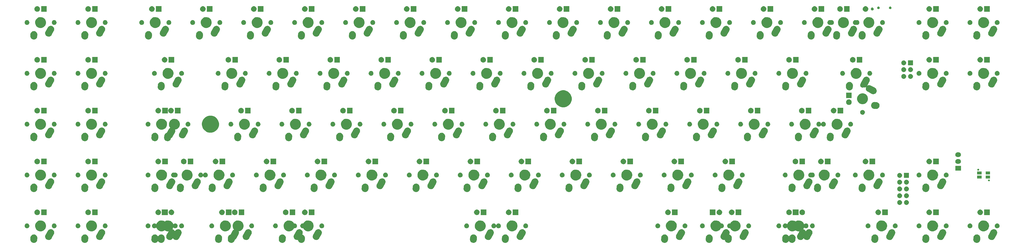
<source format=gts>
G04 #@! TF.FileFunction,Soldermask,Top*
%FSLAX46Y46*%
G04 Gerber Fmt 4.6, Leading zero omitted, Abs format (unit mm)*
G04 Created by KiCad (PCBNEW 4.0.3-stable) date Saturday, December 24, 2016 'PMt' 05:52:02 PM*
%MOMM*%
%LPD*%
G01*
G04 APERTURE LIST*
%ADD10C,0.150000*%
G04 APERTURE END LIST*
D10*
G36*
X388369931Y-108024949D02*
X388369947Y-108024955D01*
X388369980Y-108024961D01*
X388604864Y-108115595D01*
X388817671Y-108250125D01*
X389000293Y-108423428D01*
X389145777Y-108628901D01*
X389248581Y-108858719D01*
X389304787Y-109104130D01*
X389312257Y-109355782D01*
X389312108Y-109357973D01*
X389312108Y-109357985D01*
X389296917Y-109580803D01*
X389271769Y-109949694D01*
X389270418Y-109967655D01*
X389225402Y-110215361D01*
X389133132Y-110449607D01*
X388997118Y-110661469D01*
X388822546Y-110842879D01*
X388616061Y-110986925D01*
X388385531Y-111088121D01*
X388139734Y-111142613D01*
X388139694Y-111142614D01*
X388139685Y-111142616D01*
X387888032Y-111148327D01*
X387640069Y-111105051D01*
X387640057Y-111105047D01*
X387640020Y-111105040D01*
X387405136Y-111014405D01*
X387192329Y-110879875D01*
X387009706Y-110706573D01*
X386864223Y-110501099D01*
X386761419Y-110271281D01*
X386705213Y-110025871D01*
X386697743Y-109774218D01*
X386697892Y-109772027D01*
X386697892Y-109772015D01*
X386726719Y-109349178D01*
X386738231Y-109180307D01*
X386739582Y-109162346D01*
X386784598Y-108914639D01*
X386876868Y-108680393D01*
X387012882Y-108468531D01*
X387187454Y-108287122D01*
X387393939Y-108143076D01*
X387624469Y-108041880D01*
X387870266Y-107987387D01*
X387870306Y-107987386D01*
X387870315Y-107987384D01*
X388121968Y-107981673D01*
X388369931Y-108024949D01*
X388369931Y-108024949D01*
G37*
G36*
X369319931Y-108024949D02*
X369319947Y-108024955D01*
X369319980Y-108024961D01*
X369554864Y-108115595D01*
X369767671Y-108250125D01*
X369950293Y-108423428D01*
X370095777Y-108628901D01*
X370198581Y-108858719D01*
X370254787Y-109104130D01*
X370262257Y-109355782D01*
X370262108Y-109357973D01*
X370262108Y-109357985D01*
X370246917Y-109580803D01*
X370221769Y-109949694D01*
X370220418Y-109967655D01*
X370175402Y-110215361D01*
X370083132Y-110449607D01*
X369947118Y-110661469D01*
X369772546Y-110842879D01*
X369566061Y-110986925D01*
X369335531Y-111088121D01*
X369089734Y-111142613D01*
X369089694Y-111142614D01*
X369089685Y-111142616D01*
X368838032Y-111148327D01*
X368590069Y-111105051D01*
X368590057Y-111105047D01*
X368590020Y-111105040D01*
X368355136Y-111014405D01*
X368142329Y-110879875D01*
X367959706Y-110706573D01*
X367814223Y-110501099D01*
X367711419Y-110271281D01*
X367655213Y-110025871D01*
X367647743Y-109774218D01*
X367647892Y-109772027D01*
X367647892Y-109772015D01*
X367676719Y-109349178D01*
X367688231Y-109180307D01*
X367689582Y-109162346D01*
X367734598Y-108914639D01*
X367826868Y-108680393D01*
X367962882Y-108468531D01*
X368137454Y-108287122D01*
X368343939Y-108143076D01*
X368574469Y-108041880D01*
X368820266Y-107987387D01*
X368820306Y-107987386D01*
X368820315Y-107987384D01*
X369071968Y-107981673D01*
X369319931Y-108024949D01*
X369319931Y-108024949D01*
G37*
G36*
X350269931Y-108024949D02*
X350269947Y-108024955D01*
X350269980Y-108024961D01*
X350504864Y-108115595D01*
X350717671Y-108250125D01*
X350900293Y-108423428D01*
X351045777Y-108628901D01*
X351148581Y-108858719D01*
X351204787Y-109104130D01*
X351212257Y-109355782D01*
X351212108Y-109357973D01*
X351212108Y-109357985D01*
X351196917Y-109580803D01*
X351171769Y-109949694D01*
X351170418Y-109967655D01*
X351125402Y-110215361D01*
X351033132Y-110449607D01*
X350897118Y-110661469D01*
X350722546Y-110842879D01*
X350516061Y-110986925D01*
X350285531Y-111088121D01*
X350039734Y-111142613D01*
X350039694Y-111142614D01*
X350039685Y-111142616D01*
X349788032Y-111148327D01*
X349540069Y-111105051D01*
X349540057Y-111105047D01*
X349540020Y-111105040D01*
X349305136Y-111014405D01*
X349092329Y-110879875D01*
X348909706Y-110706573D01*
X348764223Y-110501099D01*
X348661419Y-110271281D01*
X348605213Y-110025871D01*
X348597743Y-109774218D01*
X348597892Y-109772027D01*
X348597892Y-109772015D01*
X348626719Y-109349178D01*
X348638231Y-109180307D01*
X348639582Y-109162346D01*
X348684598Y-108914639D01*
X348776868Y-108680393D01*
X348912882Y-108468531D01*
X349087454Y-108287122D01*
X349293939Y-108143076D01*
X349524469Y-108041880D01*
X349770266Y-107987387D01*
X349770306Y-107987386D01*
X349770315Y-107987384D01*
X350021968Y-107981673D01*
X350269931Y-108024949D01*
X350269931Y-108024949D01*
G37*
G36*
X319313681Y-108024949D02*
X319313697Y-108024955D01*
X319313730Y-108024961D01*
X319548614Y-108115595D01*
X319761421Y-108250125D01*
X319944043Y-108423428D01*
X320089527Y-108628901D01*
X320192331Y-108858719D01*
X320248537Y-109104130D01*
X320256007Y-109355782D01*
X320255858Y-109357973D01*
X320255858Y-109357985D01*
X320240667Y-109580803D01*
X320215519Y-109949694D01*
X320214168Y-109967655D01*
X320169152Y-110215361D01*
X320076882Y-110449607D01*
X319940868Y-110661469D01*
X319766296Y-110842879D01*
X319559811Y-110986925D01*
X319329281Y-111088121D01*
X319083484Y-111142613D01*
X319083444Y-111142614D01*
X319083435Y-111142616D01*
X318831782Y-111148327D01*
X318583819Y-111105051D01*
X318583807Y-111105047D01*
X318583770Y-111105040D01*
X318348886Y-111014405D01*
X318136079Y-110879875D01*
X317953456Y-110706573D01*
X317807973Y-110501099D01*
X317785517Y-110450899D01*
X317778493Y-110439740D01*
X317767977Y-110430392D01*
X317755274Y-110424344D01*
X317741388Y-110422075D01*
X317727420Y-110423764D01*
X317714476Y-110429277D01*
X317703580Y-110438178D01*
X317698669Y-110446014D01*
X317698048Y-110445616D01*
X317695864Y-110449018D01*
X317695632Y-110449607D01*
X317559618Y-110661469D01*
X317385046Y-110842879D01*
X317178561Y-110986925D01*
X316948031Y-111088121D01*
X316702234Y-111142613D01*
X316702194Y-111142614D01*
X316702185Y-111142616D01*
X316450532Y-111148327D01*
X316202569Y-111105051D01*
X316202557Y-111105047D01*
X316202520Y-111105040D01*
X315967636Y-111014405D01*
X315754829Y-110879875D01*
X315572206Y-110706573D01*
X315426723Y-110501099D01*
X315323919Y-110271281D01*
X315267713Y-110025871D01*
X315260243Y-109774218D01*
X315260392Y-109772027D01*
X315260392Y-109772015D01*
X315289219Y-109349178D01*
X315300731Y-109180307D01*
X315302082Y-109162346D01*
X315347098Y-108914639D01*
X315439368Y-108680393D01*
X315575382Y-108468531D01*
X315749954Y-108287122D01*
X315956439Y-108143076D01*
X316186969Y-108041880D01*
X316432766Y-107987387D01*
X316432806Y-107987386D01*
X316432815Y-107987384D01*
X316684468Y-107981673D01*
X316932431Y-108024949D01*
X316932447Y-108024955D01*
X316932480Y-108024961D01*
X317167364Y-108115595D01*
X317380171Y-108250125D01*
X317562793Y-108423428D01*
X317708277Y-108628901D01*
X317730733Y-108679101D01*
X317737757Y-108690260D01*
X317748273Y-108699607D01*
X317760976Y-108705656D01*
X317774861Y-108707925D01*
X317788829Y-108706236D01*
X317801774Y-108700723D01*
X317812670Y-108691822D01*
X317817581Y-108683986D01*
X317818202Y-108684384D01*
X317820386Y-108680982D01*
X317820618Y-108680393D01*
X317956632Y-108468531D01*
X318131204Y-108287122D01*
X318337689Y-108143076D01*
X318568219Y-108041880D01*
X318814016Y-107987387D01*
X318814056Y-107987386D01*
X318814065Y-107987384D01*
X319065718Y-107981673D01*
X319313681Y-108024949D01*
X319313681Y-108024949D01*
G37*
G36*
X294486274Y-106025812D02*
X294731928Y-106080946D01*
X294731958Y-106080959D01*
X294731970Y-106080962D01*
X294962189Y-106182741D01*
X295168259Y-106327300D01*
X295168268Y-106327310D01*
X295168300Y-106327332D01*
X295342397Y-106509197D01*
X295477855Y-106721415D01*
X295569513Y-106955901D01*
X295613880Y-107203724D01*
X295609266Y-107455446D01*
X295555848Y-107701478D01*
X295455659Y-107932448D01*
X295446971Y-107948090D01*
X295441940Y-107961223D01*
X295440766Y-107975243D01*
X295443545Y-107989036D01*
X295450056Y-108001508D01*
X295459785Y-108011672D01*
X295471960Y-108018724D01*
X295482087Y-108021618D01*
X295501185Y-108024951D01*
X295501195Y-108024955D01*
X295501230Y-108024961D01*
X295736114Y-108115595D01*
X295948921Y-108250125D01*
X296131543Y-108423428D01*
X296277027Y-108628901D01*
X296379831Y-108858719D01*
X296436037Y-109104130D01*
X296443507Y-109355782D01*
X296443358Y-109357973D01*
X296443358Y-109357985D01*
X296428167Y-109580803D01*
X296403019Y-109949694D01*
X296401668Y-109967655D01*
X296356652Y-110215361D01*
X296264382Y-110449607D01*
X296128368Y-110661469D01*
X295953796Y-110842879D01*
X295747311Y-110986925D01*
X295516781Y-111088121D01*
X295270984Y-111142613D01*
X295270944Y-111142614D01*
X295270935Y-111142616D01*
X295019282Y-111148327D01*
X294771319Y-111105051D01*
X294771307Y-111105047D01*
X294771270Y-111105040D01*
X294536386Y-111014405D01*
X294323579Y-110879875D01*
X294140956Y-110706573D01*
X293995473Y-110501099D01*
X293892669Y-110271281D01*
X293847664Y-110074779D01*
X293843053Y-110062757D01*
X293834553Y-110051545D01*
X293823267Y-110043145D01*
X293810086Y-110038221D01*
X293791153Y-110037784D01*
X293600408Y-110070560D01*
X293348725Y-110064189D01*
X293103072Y-110009054D01*
X293103042Y-110009041D01*
X293103030Y-110009038D01*
X292872811Y-109907259D01*
X292666741Y-109762700D01*
X292666732Y-109762690D01*
X292666700Y-109762668D01*
X292492603Y-109580803D01*
X292357145Y-109368586D01*
X292265487Y-109134100D01*
X292221120Y-108886276D01*
X292225733Y-108634555D01*
X292279152Y-108388523D01*
X292379341Y-108157553D01*
X293200233Y-106679669D01*
X293200240Y-106679656D01*
X293200277Y-106679590D01*
X293208093Y-106665747D01*
X293208098Y-106665740D01*
X293209089Y-106663985D01*
X293355110Y-106458893D01*
X293538185Y-106286068D01*
X293751344Y-106152096D01*
X293986464Y-106062076D01*
X294234591Y-106019440D01*
X294486274Y-106025812D01*
X294486274Y-106025812D01*
G37*
G36*
X288357431Y-108024949D02*
X288357447Y-108024955D01*
X288357480Y-108024961D01*
X288592364Y-108115595D01*
X288805171Y-108250125D01*
X288987793Y-108423428D01*
X289133277Y-108628901D01*
X289236081Y-108858719D01*
X289292287Y-109104130D01*
X289299757Y-109355782D01*
X289299608Y-109357973D01*
X289299608Y-109357985D01*
X289284417Y-109580803D01*
X289259269Y-109949694D01*
X289257918Y-109967655D01*
X289212902Y-110215361D01*
X289120632Y-110449607D01*
X288984618Y-110661469D01*
X288810046Y-110842879D01*
X288603561Y-110986925D01*
X288373031Y-111088121D01*
X288127234Y-111142613D01*
X288127194Y-111142614D01*
X288127185Y-111142616D01*
X287875532Y-111148327D01*
X287627569Y-111105051D01*
X287627557Y-111105047D01*
X287627520Y-111105040D01*
X287392636Y-111014405D01*
X287179829Y-110879875D01*
X286997206Y-110706573D01*
X286851723Y-110501099D01*
X286748919Y-110271281D01*
X286692713Y-110025871D01*
X286685243Y-109774218D01*
X286685392Y-109772027D01*
X286685392Y-109772015D01*
X286714219Y-109349178D01*
X286725731Y-109180307D01*
X286727082Y-109162346D01*
X286772098Y-108914639D01*
X286864368Y-108680393D01*
X287000382Y-108468531D01*
X287174954Y-108287122D01*
X287381439Y-108143076D01*
X287611969Y-108041880D01*
X287857766Y-107987387D01*
X287857806Y-107987386D01*
X287857815Y-107987384D01*
X288109468Y-107981673D01*
X288357431Y-108024949D01*
X288357431Y-108024949D01*
G37*
G36*
X271688681Y-108024949D02*
X271688697Y-108024955D01*
X271688730Y-108024961D01*
X271923614Y-108115595D01*
X272136421Y-108250125D01*
X272319043Y-108423428D01*
X272464527Y-108628901D01*
X272567331Y-108858719D01*
X272623537Y-109104130D01*
X272631007Y-109355782D01*
X272630858Y-109357973D01*
X272630858Y-109357985D01*
X272615667Y-109580803D01*
X272590519Y-109949694D01*
X272589168Y-109967655D01*
X272544152Y-110215361D01*
X272451882Y-110449607D01*
X272315868Y-110661469D01*
X272141296Y-110842879D01*
X271934811Y-110986925D01*
X271704281Y-111088121D01*
X271458484Y-111142613D01*
X271458444Y-111142614D01*
X271458435Y-111142616D01*
X271206782Y-111148327D01*
X270958819Y-111105051D01*
X270958807Y-111105047D01*
X270958770Y-111105040D01*
X270723886Y-111014405D01*
X270511079Y-110879875D01*
X270328456Y-110706573D01*
X270182973Y-110501099D01*
X270080169Y-110271281D01*
X270023963Y-110025871D01*
X270016493Y-109774218D01*
X270016642Y-109772027D01*
X270016642Y-109772015D01*
X270045469Y-109349178D01*
X270056981Y-109180307D01*
X270058332Y-109162346D01*
X270103348Y-108914639D01*
X270195618Y-108680393D01*
X270331632Y-108468531D01*
X270506204Y-108287122D01*
X270712689Y-108143076D01*
X270943219Y-108041880D01*
X271189016Y-107987387D01*
X271189056Y-107987386D01*
X271189065Y-107987384D01*
X271440718Y-107981673D01*
X271688681Y-108024949D01*
X271688681Y-108024949D01*
G37*
G36*
X212157431Y-108024949D02*
X212157447Y-108024955D01*
X212157480Y-108024961D01*
X212392364Y-108115595D01*
X212605171Y-108250125D01*
X212787793Y-108423428D01*
X212933277Y-108628901D01*
X213036081Y-108858719D01*
X213092287Y-109104130D01*
X213099757Y-109355782D01*
X213099608Y-109357973D01*
X213099608Y-109357985D01*
X213084417Y-109580803D01*
X213059269Y-109949694D01*
X213057918Y-109967655D01*
X213012902Y-110215361D01*
X212920632Y-110449607D01*
X212784618Y-110661469D01*
X212610046Y-110842879D01*
X212403561Y-110986925D01*
X212173031Y-111088121D01*
X211927234Y-111142613D01*
X211927194Y-111142614D01*
X211927185Y-111142616D01*
X211675532Y-111148327D01*
X211427569Y-111105051D01*
X211427557Y-111105047D01*
X211427520Y-111105040D01*
X211192636Y-111014405D01*
X210979829Y-110879875D01*
X210797206Y-110706573D01*
X210651723Y-110501099D01*
X210548919Y-110271281D01*
X210492713Y-110025871D01*
X210485243Y-109774218D01*
X210485392Y-109772027D01*
X210485392Y-109772015D01*
X210514219Y-109349178D01*
X210525731Y-109180307D01*
X210527082Y-109162346D01*
X210572098Y-108914639D01*
X210664368Y-108680393D01*
X210800382Y-108468531D01*
X210974954Y-108287122D01*
X211181439Y-108143076D01*
X211411969Y-108041880D01*
X211657766Y-107987387D01*
X211657806Y-107987386D01*
X211657815Y-107987384D01*
X211909468Y-107981673D01*
X212157431Y-108024949D01*
X212157431Y-108024949D01*
G37*
G36*
X200251181Y-108024949D02*
X200251197Y-108024955D01*
X200251230Y-108024961D01*
X200486114Y-108115595D01*
X200698921Y-108250125D01*
X200881543Y-108423428D01*
X201027027Y-108628901D01*
X201129831Y-108858719D01*
X201186037Y-109104130D01*
X201193507Y-109355782D01*
X201193358Y-109357973D01*
X201193358Y-109357985D01*
X201178167Y-109580803D01*
X201153019Y-109949694D01*
X201151668Y-109967655D01*
X201106652Y-110215361D01*
X201014382Y-110449607D01*
X200878368Y-110661469D01*
X200703796Y-110842879D01*
X200497311Y-110986925D01*
X200266781Y-111088121D01*
X200020984Y-111142613D01*
X200020944Y-111142614D01*
X200020935Y-111142616D01*
X199769282Y-111148327D01*
X199521319Y-111105051D01*
X199521307Y-111105047D01*
X199521270Y-111105040D01*
X199286386Y-111014405D01*
X199073579Y-110879875D01*
X198890956Y-110706573D01*
X198745473Y-110501099D01*
X198642669Y-110271281D01*
X198586463Y-110025871D01*
X198578993Y-109774218D01*
X198579142Y-109772027D01*
X198579142Y-109772015D01*
X198607969Y-109349178D01*
X198619481Y-109180307D01*
X198620832Y-109162346D01*
X198665848Y-108914639D01*
X198758118Y-108680393D01*
X198894132Y-108468531D01*
X199068704Y-108287122D01*
X199275189Y-108143076D01*
X199505719Y-108041880D01*
X199751516Y-107987387D01*
X199751556Y-107987386D01*
X199751565Y-107987384D01*
X200003218Y-107981673D01*
X200251181Y-108024949D01*
X200251181Y-108024949D01*
G37*
G36*
X134942524Y-106025812D02*
X135188178Y-106080946D01*
X135188208Y-106080959D01*
X135188220Y-106080962D01*
X135418439Y-106182741D01*
X135624509Y-106327300D01*
X135624518Y-106327310D01*
X135624550Y-106327332D01*
X135798647Y-106509197D01*
X135934105Y-106721415D01*
X136025763Y-106955901D01*
X136070130Y-107203724D01*
X136065516Y-107455446D01*
X136012098Y-107701478D01*
X135911909Y-107932448D01*
X135903221Y-107948090D01*
X135898190Y-107961223D01*
X135897016Y-107975243D01*
X135899795Y-107989036D01*
X135906306Y-108001508D01*
X135916035Y-108011672D01*
X135928210Y-108018724D01*
X135938337Y-108021618D01*
X135957435Y-108024951D01*
X135957445Y-108024955D01*
X135957480Y-108024961D01*
X136192364Y-108115595D01*
X136405171Y-108250125D01*
X136587793Y-108423428D01*
X136733277Y-108628901D01*
X136836081Y-108858719D01*
X136892287Y-109104130D01*
X136899757Y-109355782D01*
X136899608Y-109357973D01*
X136899608Y-109357985D01*
X136884417Y-109580803D01*
X136859269Y-109949694D01*
X136857918Y-109967655D01*
X136812902Y-110215361D01*
X136720632Y-110449607D01*
X136584618Y-110661469D01*
X136410046Y-110842879D01*
X136203561Y-110986925D01*
X135973031Y-111088121D01*
X135727234Y-111142613D01*
X135727194Y-111142614D01*
X135727185Y-111142616D01*
X135475532Y-111148327D01*
X135227569Y-111105051D01*
X135227557Y-111105047D01*
X135227520Y-111105040D01*
X134992636Y-111014405D01*
X134779829Y-110879875D01*
X134597206Y-110706573D01*
X134451723Y-110501099D01*
X134348919Y-110271281D01*
X134303914Y-110074779D01*
X134299303Y-110062757D01*
X134290803Y-110051545D01*
X134279517Y-110043145D01*
X134266336Y-110038221D01*
X134247403Y-110037784D01*
X134056658Y-110070560D01*
X133804975Y-110064189D01*
X133559322Y-110009054D01*
X133559292Y-110009041D01*
X133559280Y-110009038D01*
X133329061Y-109907259D01*
X133122991Y-109762700D01*
X133122982Y-109762690D01*
X133122950Y-109762668D01*
X132948853Y-109580803D01*
X132813395Y-109368586D01*
X132721737Y-109134100D01*
X132677370Y-108886276D01*
X132681983Y-108634555D01*
X132735402Y-108388523D01*
X132835591Y-108157553D01*
X133656483Y-106679669D01*
X133656490Y-106679656D01*
X133656527Y-106679590D01*
X133664343Y-106665747D01*
X133664348Y-106665740D01*
X133665339Y-106663985D01*
X133811360Y-106458893D01*
X133994435Y-106286068D01*
X134207594Y-106152096D01*
X134442714Y-106062076D01*
X134690841Y-106019440D01*
X134942524Y-106025812D01*
X134942524Y-106025812D01*
G37*
G36*
X128813681Y-108024949D02*
X128813697Y-108024955D01*
X128813730Y-108024961D01*
X129048614Y-108115595D01*
X129261421Y-108250125D01*
X129444043Y-108423428D01*
X129589527Y-108628901D01*
X129692331Y-108858719D01*
X129748537Y-109104130D01*
X129756007Y-109355782D01*
X129755858Y-109357973D01*
X129755858Y-109357985D01*
X129740667Y-109580803D01*
X129715519Y-109949694D01*
X129714168Y-109967655D01*
X129669152Y-110215361D01*
X129576882Y-110449607D01*
X129440868Y-110661469D01*
X129266296Y-110842879D01*
X129059811Y-110986925D01*
X128829281Y-111088121D01*
X128583484Y-111142613D01*
X128583444Y-111142614D01*
X128583435Y-111142616D01*
X128331782Y-111148327D01*
X128083819Y-111105051D01*
X128083807Y-111105047D01*
X128083770Y-111105040D01*
X127848886Y-111014405D01*
X127636079Y-110879875D01*
X127453456Y-110706573D01*
X127307973Y-110501099D01*
X127205169Y-110271281D01*
X127148963Y-110025871D01*
X127141493Y-109774218D01*
X127141642Y-109772027D01*
X127141642Y-109772015D01*
X127170469Y-109349178D01*
X127181981Y-109180307D01*
X127183332Y-109162346D01*
X127228348Y-108914639D01*
X127320618Y-108680393D01*
X127456632Y-108468531D01*
X127631204Y-108287122D01*
X127837689Y-108143076D01*
X128068219Y-108041880D01*
X128314016Y-107987387D01*
X128314056Y-107987386D01*
X128314065Y-107987384D01*
X128565718Y-107981673D01*
X128813681Y-108024949D01*
X128813681Y-108024949D01*
G37*
G36*
X112132379Y-102742448D02*
X112523104Y-102822653D01*
X112890804Y-102977219D01*
X113221483Y-103200265D01*
X113502542Y-103483293D01*
X113723274Y-103815519D01*
X113875270Y-104184290D01*
X113952676Y-104575222D01*
X113952676Y-104575231D01*
X113952742Y-104575565D01*
X113946380Y-105031149D01*
X113946304Y-105031483D01*
X113946304Y-105031495D01*
X113858015Y-105420105D01*
X113695779Y-105784492D01*
X113465859Y-106110426D01*
X113177004Y-106385498D01*
X112840231Y-106599220D01*
X112468354Y-106743463D01*
X112212080Y-106788650D01*
X112198705Y-106793018D01*
X112187078Y-106800939D01*
X112178117Y-106811786D01*
X112172533Y-106824701D01*
X112170768Y-106838659D01*
X112174136Y-106855804D01*
X112213263Y-106955901D01*
X112257630Y-107203724D01*
X112253016Y-107455446D01*
X112199598Y-107701478D01*
X112099409Y-107932448D01*
X111306331Y-109360256D01*
X111278473Y-109410410D01*
X111270657Y-109424253D01*
X111270652Y-109424260D01*
X111269661Y-109426015D01*
X111123640Y-109631108D01*
X110940564Y-109803932D01*
X110727406Y-109937904D01*
X110690811Y-109951915D01*
X110679020Y-109958461D01*
X110669108Y-109968447D01*
X110662371Y-109980799D01*
X110660634Y-109987101D01*
X110619152Y-110215361D01*
X110526882Y-110449607D01*
X110390868Y-110661469D01*
X110216296Y-110842879D01*
X110009811Y-110986925D01*
X109779281Y-111088121D01*
X109533484Y-111142613D01*
X109533444Y-111142614D01*
X109533435Y-111142616D01*
X109281782Y-111148327D01*
X109033819Y-111105051D01*
X109033807Y-111105047D01*
X109033770Y-111105040D01*
X108798886Y-111014405D01*
X108586079Y-110879875D01*
X108403456Y-110706573D01*
X108257973Y-110501099D01*
X108155169Y-110271281D01*
X108098963Y-110025871D01*
X108091493Y-109774218D01*
X108091642Y-109772027D01*
X108091642Y-109772015D01*
X108120469Y-109349178D01*
X108131981Y-109180307D01*
X108133332Y-109162346D01*
X108178348Y-108914639D01*
X108270618Y-108680393D01*
X108406632Y-108468531D01*
X108581204Y-108287122D01*
X108787689Y-108143076D01*
X109018219Y-108041880D01*
X109075131Y-108029263D01*
X109088253Y-108024333D01*
X109099524Y-108015912D01*
X109107964Y-108004753D01*
X109843983Y-106679669D01*
X109843990Y-106679656D01*
X109844027Y-106679590D01*
X109851843Y-106665747D01*
X109851848Y-106665740D01*
X109852839Y-106663985D01*
X109998860Y-106458893D01*
X110181935Y-106286068D01*
X110359828Y-106174261D01*
X110369911Y-106165728D01*
X110377694Y-106154008D01*
X110381904Y-106140582D01*
X110382207Y-106126516D01*
X110378579Y-106112922D01*
X110368531Y-106097751D01*
X110317076Y-106044468D01*
X110101008Y-105709196D01*
X109954174Y-105338335D01*
X109882169Y-104946013D01*
X109887739Y-104547184D01*
X109970667Y-104157034D01*
X110127800Y-103790417D01*
X110353148Y-103461304D01*
X110638131Y-103182228D01*
X110971890Y-102963822D01*
X111341715Y-102814403D01*
X111733516Y-102739663D01*
X112132379Y-102742448D01*
X112132379Y-102742448D01*
G37*
G36*
X105001181Y-108024949D02*
X105001197Y-108024955D01*
X105001230Y-108024961D01*
X105236114Y-108115595D01*
X105448921Y-108250125D01*
X105631543Y-108423428D01*
X105777027Y-108628901D01*
X105879831Y-108858719D01*
X105936037Y-109104130D01*
X105943507Y-109355782D01*
X105943358Y-109357973D01*
X105943358Y-109357985D01*
X105928167Y-109580803D01*
X105903019Y-109949694D01*
X105901668Y-109967655D01*
X105856652Y-110215361D01*
X105764382Y-110449607D01*
X105628368Y-110661469D01*
X105453796Y-110842879D01*
X105247311Y-110986925D01*
X105016781Y-111088121D01*
X104770984Y-111142613D01*
X104770944Y-111142614D01*
X104770935Y-111142616D01*
X104519282Y-111148327D01*
X104271319Y-111105051D01*
X104271307Y-111105047D01*
X104271270Y-111105040D01*
X104036386Y-111014405D01*
X103823579Y-110879875D01*
X103640956Y-110706573D01*
X103495473Y-110501099D01*
X103392669Y-110271281D01*
X103336463Y-110025871D01*
X103328993Y-109774218D01*
X103329142Y-109772027D01*
X103329142Y-109772015D01*
X103357969Y-109349178D01*
X103369481Y-109180307D01*
X103370832Y-109162346D01*
X103415848Y-108914639D01*
X103508118Y-108680393D01*
X103644132Y-108468531D01*
X103818704Y-108287122D01*
X104025189Y-108143076D01*
X104255719Y-108041880D01*
X104501516Y-107987387D01*
X104501556Y-107987386D01*
X104501565Y-107987384D01*
X104753218Y-107981673D01*
X105001181Y-108024949D01*
X105001181Y-108024949D01*
G37*
G36*
X83569931Y-108024949D02*
X83569947Y-108024955D01*
X83569980Y-108024961D01*
X83804864Y-108115595D01*
X84017671Y-108250125D01*
X84200293Y-108423428D01*
X84345777Y-108628901D01*
X84448581Y-108858719D01*
X84504787Y-109104130D01*
X84512257Y-109355782D01*
X84512108Y-109357973D01*
X84512108Y-109357985D01*
X84496917Y-109580803D01*
X84471769Y-109949694D01*
X84470418Y-109967655D01*
X84425402Y-110215361D01*
X84333132Y-110449607D01*
X84197118Y-110661469D01*
X84022546Y-110842879D01*
X83816061Y-110986925D01*
X83585531Y-111088121D01*
X83339734Y-111142613D01*
X83339694Y-111142614D01*
X83339685Y-111142616D01*
X83088032Y-111148327D01*
X82840069Y-111105051D01*
X82840057Y-111105047D01*
X82840020Y-111105040D01*
X82605136Y-111014405D01*
X82392329Y-110879875D01*
X82209706Y-110706573D01*
X82064223Y-110501099D01*
X82041767Y-110450899D01*
X82034743Y-110439740D01*
X82024227Y-110430392D01*
X82011524Y-110424344D01*
X81997638Y-110422075D01*
X81983670Y-110423764D01*
X81970726Y-110429277D01*
X81959830Y-110438178D01*
X81954919Y-110446014D01*
X81954298Y-110445616D01*
X81952114Y-110449018D01*
X81951882Y-110449607D01*
X81815868Y-110661469D01*
X81641296Y-110842879D01*
X81434811Y-110986925D01*
X81204281Y-111088121D01*
X80958484Y-111142613D01*
X80958444Y-111142614D01*
X80958435Y-111142616D01*
X80706782Y-111148327D01*
X80458819Y-111105051D01*
X80458807Y-111105047D01*
X80458770Y-111105040D01*
X80223886Y-111014405D01*
X80011079Y-110879875D01*
X79828456Y-110706573D01*
X79682973Y-110501099D01*
X79580169Y-110271281D01*
X79523963Y-110025871D01*
X79516493Y-109774218D01*
X79516642Y-109772027D01*
X79516642Y-109772015D01*
X79545469Y-109349178D01*
X79556981Y-109180307D01*
X79558332Y-109162346D01*
X79603348Y-108914639D01*
X79695618Y-108680393D01*
X79831632Y-108468531D01*
X80006204Y-108287122D01*
X80212689Y-108143076D01*
X80443219Y-108041880D01*
X80689016Y-107987387D01*
X80689056Y-107987386D01*
X80689065Y-107987384D01*
X80940718Y-107981673D01*
X81188681Y-108024949D01*
X81188697Y-108024955D01*
X81188730Y-108024961D01*
X81423614Y-108115595D01*
X81636421Y-108250125D01*
X81819043Y-108423428D01*
X81964527Y-108628901D01*
X81986983Y-108679101D01*
X81994007Y-108690260D01*
X82004523Y-108699607D01*
X82017226Y-108705656D01*
X82031111Y-108707925D01*
X82045079Y-108706236D01*
X82058024Y-108700723D01*
X82068920Y-108691822D01*
X82073831Y-108683986D01*
X82074452Y-108684384D01*
X82076636Y-108680982D01*
X82076868Y-108680393D01*
X82212882Y-108468531D01*
X82387454Y-108287122D01*
X82593939Y-108143076D01*
X82824469Y-108041880D01*
X83070266Y-107987387D01*
X83070306Y-107987386D01*
X83070315Y-107987384D01*
X83321968Y-107981673D01*
X83569931Y-108024949D01*
X83569931Y-108024949D01*
G37*
G36*
X54994931Y-108024949D02*
X54994947Y-108024955D01*
X54994980Y-108024961D01*
X55229864Y-108115595D01*
X55442671Y-108250125D01*
X55625293Y-108423428D01*
X55770777Y-108628901D01*
X55873581Y-108858719D01*
X55929787Y-109104130D01*
X55937257Y-109355782D01*
X55937108Y-109357973D01*
X55937108Y-109357985D01*
X55921917Y-109580803D01*
X55896769Y-109949694D01*
X55895418Y-109967655D01*
X55850402Y-110215361D01*
X55758132Y-110449607D01*
X55622118Y-110661469D01*
X55447546Y-110842879D01*
X55241061Y-110986925D01*
X55010531Y-111088121D01*
X54764734Y-111142613D01*
X54764694Y-111142614D01*
X54764685Y-111142616D01*
X54513032Y-111148327D01*
X54265069Y-111105051D01*
X54265057Y-111105047D01*
X54265020Y-111105040D01*
X54030136Y-111014405D01*
X53817329Y-110879875D01*
X53634706Y-110706573D01*
X53489223Y-110501099D01*
X53386419Y-110271281D01*
X53330213Y-110025871D01*
X53322743Y-109774218D01*
X53322892Y-109772027D01*
X53322892Y-109772015D01*
X53351719Y-109349178D01*
X53363231Y-109180307D01*
X53364582Y-109162346D01*
X53409598Y-108914639D01*
X53501868Y-108680393D01*
X53637882Y-108468531D01*
X53812454Y-108287122D01*
X54018939Y-108143076D01*
X54249469Y-108041880D01*
X54495266Y-107987387D01*
X54495306Y-107987386D01*
X54495315Y-107987384D01*
X54746968Y-107981673D01*
X54994931Y-108024949D01*
X54994931Y-108024949D01*
G37*
G36*
X35944931Y-108024949D02*
X35944947Y-108024955D01*
X35944980Y-108024961D01*
X36179864Y-108115595D01*
X36392671Y-108250125D01*
X36575293Y-108423428D01*
X36720777Y-108628901D01*
X36823581Y-108858719D01*
X36879787Y-109104130D01*
X36887257Y-109355782D01*
X36887108Y-109357973D01*
X36887108Y-109357985D01*
X36871917Y-109580803D01*
X36846769Y-109949694D01*
X36845418Y-109967655D01*
X36800402Y-110215361D01*
X36708132Y-110449607D01*
X36572118Y-110661469D01*
X36397546Y-110842879D01*
X36191061Y-110986925D01*
X35960531Y-111088121D01*
X35714734Y-111142613D01*
X35714694Y-111142614D01*
X35714685Y-111142616D01*
X35463032Y-111148327D01*
X35215069Y-111105051D01*
X35215057Y-111105047D01*
X35215020Y-111105040D01*
X34980136Y-111014405D01*
X34767329Y-110879875D01*
X34584706Y-110706573D01*
X34439223Y-110501099D01*
X34336419Y-110271281D01*
X34280213Y-110025871D01*
X34272743Y-109774218D01*
X34272892Y-109772027D01*
X34272892Y-109772015D01*
X34301719Y-109349178D01*
X34313231Y-109180307D01*
X34314582Y-109162346D01*
X34359598Y-108914639D01*
X34451868Y-108680393D01*
X34587882Y-108468531D01*
X34762454Y-108287122D01*
X34968939Y-108143076D01*
X35199469Y-108041880D01*
X35445266Y-107987387D01*
X35445306Y-107987386D01*
X35445315Y-107987384D01*
X35696968Y-107981673D01*
X35944931Y-108024949D01*
X35944931Y-108024949D01*
G37*
G36*
X61123774Y-106025812D02*
X61369428Y-106080946D01*
X61369458Y-106080959D01*
X61369470Y-106080962D01*
X61599689Y-106182741D01*
X61805759Y-106327300D01*
X61805768Y-106327310D01*
X61805800Y-106327332D01*
X61979897Y-106509197D01*
X62115355Y-106721415D01*
X62207013Y-106955901D01*
X62251380Y-107203724D01*
X62246766Y-107455446D01*
X62193348Y-107701478D01*
X62093159Y-107932448D01*
X61300081Y-109360256D01*
X61272223Y-109410410D01*
X61264407Y-109424253D01*
X61264402Y-109424260D01*
X61263411Y-109426015D01*
X61117390Y-109631108D01*
X60934314Y-109803932D01*
X60721156Y-109937904D01*
X60486036Y-110027924D01*
X60237908Y-110070560D01*
X59986225Y-110064189D01*
X59740572Y-110009054D01*
X59740542Y-110009041D01*
X59740530Y-110009038D01*
X59510311Y-109907259D01*
X59304241Y-109762700D01*
X59304232Y-109762690D01*
X59304200Y-109762668D01*
X59130103Y-109580803D01*
X58994645Y-109368586D01*
X58902987Y-109134100D01*
X58858620Y-108886276D01*
X58863233Y-108634555D01*
X58916652Y-108388523D01*
X59016841Y-108157553D01*
X59837733Y-106679669D01*
X59837740Y-106679656D01*
X59837777Y-106679590D01*
X59845593Y-106665747D01*
X59845598Y-106665740D01*
X59846589Y-106663985D01*
X59992610Y-106458893D01*
X60175685Y-106286068D01*
X60388844Y-106152096D01*
X60623964Y-106062076D01*
X60872091Y-106019440D01*
X61123774Y-106025812D01*
X61123774Y-106025812D01*
G37*
G36*
X321682379Y-102742448D02*
X322073104Y-102822653D01*
X322440804Y-102977219D01*
X322771483Y-103200265D01*
X323052542Y-103483293D01*
X323273274Y-103815519D01*
X323417741Y-104166024D01*
X323424879Y-104178148D01*
X323435113Y-104187803D01*
X323447631Y-104194226D01*
X323461443Y-104196906D01*
X323475455Y-104195633D01*
X323488557Y-104190506D01*
X323498951Y-104182694D01*
X323606554Y-104077321D01*
X323752749Y-103981654D01*
X323914743Y-103916204D01*
X324086361Y-103883466D01*
X324261075Y-103884686D01*
X324432225Y-103919818D01*
X324593286Y-103987522D01*
X324738133Y-104085222D01*
X324861245Y-104209198D01*
X324957933Y-104354723D01*
X325024508Y-104516250D01*
X325058378Y-104687298D01*
X325058378Y-104687313D01*
X325058443Y-104687642D01*
X325055657Y-104887200D01*
X325055581Y-104887534D01*
X325055581Y-104887545D01*
X325016951Y-105057574D01*
X324945888Y-105217185D01*
X324845177Y-105359953D01*
X324718648Y-105480444D01*
X324571135Y-105574058D01*
X324408241Y-105637241D01*
X324236182Y-105667580D01*
X324061505Y-105663921D01*
X323890860Y-105626402D01*
X323730758Y-105556455D01*
X323587292Y-105456743D01*
X323499658Y-105365995D01*
X323488558Y-105357350D01*
X323475488Y-105352140D01*
X323461485Y-105350777D01*
X323447656Y-105353369D01*
X323435097Y-105359711D01*
X323424802Y-105369301D01*
X323417586Y-105381379D01*
X323414934Y-105389650D01*
X323408014Y-105420106D01*
X323245779Y-105784492D01*
X323116768Y-105967377D01*
X323110356Y-105979901D01*
X323107687Y-105993715D01*
X323108972Y-106007726D01*
X323114109Y-106020824D01*
X323122693Y-106031972D01*
X323134042Y-106040288D01*
X323146636Y-106044970D01*
X323306928Y-106080946D01*
X323306958Y-106080959D01*
X323306970Y-106080962D01*
X323537189Y-106182741D01*
X323743259Y-106327300D01*
X323743268Y-106327310D01*
X323743300Y-106327332D01*
X323917397Y-106509197D01*
X324050842Y-106718262D01*
X324059887Y-106728800D01*
X324071662Y-106736501D01*
X324085116Y-106740617D01*
X324099184Y-106740822D01*
X324112752Y-106737099D01*
X324124746Y-106729744D01*
X324136580Y-106715501D01*
X324156527Y-106679590D01*
X324164343Y-106665747D01*
X324164348Y-106665740D01*
X324165339Y-106663985D01*
X324311360Y-106458893D01*
X324494435Y-106286068D01*
X324707594Y-106152096D01*
X324942714Y-106062076D01*
X325190841Y-106019440D01*
X325442524Y-106025812D01*
X325688178Y-106080946D01*
X325688208Y-106080959D01*
X325688220Y-106080962D01*
X325918439Y-106182741D01*
X326124509Y-106327300D01*
X326124518Y-106327310D01*
X326124550Y-106327332D01*
X326298647Y-106509197D01*
X326434105Y-106721415D01*
X326525763Y-106955901D01*
X326570130Y-107203724D01*
X326565516Y-107455446D01*
X326512098Y-107701478D01*
X326411909Y-107932448D01*
X325618831Y-109360256D01*
X325590973Y-109410410D01*
X325583157Y-109424253D01*
X325583152Y-109424260D01*
X325582161Y-109426015D01*
X325436140Y-109631108D01*
X325253064Y-109803932D01*
X325039906Y-109937904D01*
X324804786Y-110027924D01*
X324556658Y-110070560D01*
X324304975Y-110064189D01*
X324059322Y-110009054D01*
X324059292Y-110009041D01*
X324059280Y-110009038D01*
X323829061Y-109907259D01*
X323622991Y-109762700D01*
X323622982Y-109762690D01*
X323622950Y-109762668D01*
X323448853Y-109580803D01*
X323315405Y-109371735D01*
X323306363Y-109361200D01*
X323294588Y-109353499D01*
X323281134Y-109349383D01*
X323267066Y-109349178D01*
X323253498Y-109352901D01*
X323241504Y-109360256D01*
X323229670Y-109374499D01*
X323209723Y-109410410D01*
X323201907Y-109424253D01*
X323201902Y-109424260D01*
X323200911Y-109426015D01*
X323054890Y-109631108D01*
X322871814Y-109803932D01*
X322658656Y-109937904D01*
X322423536Y-110027924D01*
X322175408Y-110070560D01*
X321923725Y-110064189D01*
X321678072Y-110009054D01*
X321678042Y-110009041D01*
X321678030Y-110009038D01*
X321447811Y-109907259D01*
X321241741Y-109762700D01*
X321241732Y-109762690D01*
X321241700Y-109762668D01*
X321067603Y-109580803D01*
X320932145Y-109368586D01*
X320840487Y-109134100D01*
X320796120Y-108886276D01*
X320800733Y-108634555D01*
X320854152Y-108388523D01*
X320954341Y-108157553D01*
X321660170Y-106886821D01*
X321665202Y-106873685D01*
X321666376Y-106859665D01*
X321663597Y-106845872D01*
X321657086Y-106833400D01*
X321647358Y-106823235D01*
X321635183Y-106816183D01*
X321617506Y-106812556D01*
X321226765Y-106804372D01*
X320837195Y-106718719D01*
X320471687Y-106559032D01*
X320308347Y-106445508D01*
X320295779Y-106439183D01*
X320281946Y-106436611D01*
X320267945Y-106437994D01*
X320253020Y-106444349D01*
X320008981Y-106599220D01*
X319637104Y-106743463D01*
X319244297Y-106812724D01*
X318845515Y-106804372D01*
X318455945Y-106718719D01*
X318090437Y-106559032D01*
X317762907Y-106331393D01*
X317485826Y-106044468D01*
X317269758Y-105709196D01*
X317140959Y-105383886D01*
X317133990Y-105371663D01*
X317123893Y-105361866D01*
X317111465Y-105355269D01*
X317097692Y-105352396D01*
X317083664Y-105353474D01*
X317070491Y-105358417D01*
X317059989Y-105366083D01*
X316939898Y-105480444D01*
X316792385Y-105574058D01*
X316629491Y-105637241D01*
X316457432Y-105667580D01*
X316282755Y-105663921D01*
X316112110Y-105626402D01*
X315952008Y-105556455D01*
X315808542Y-105456743D01*
X315687173Y-105331062D01*
X315592528Y-105184203D01*
X315528211Y-105021758D01*
X315496671Y-104849907D01*
X315499111Y-104675210D01*
X315535435Y-104504315D01*
X315604265Y-104343725D01*
X315702973Y-104199565D01*
X315827804Y-104077321D01*
X315973999Y-103981654D01*
X316135993Y-103916204D01*
X316307611Y-103883466D01*
X316482325Y-103884686D01*
X316653475Y-103919818D01*
X316814536Y-103987522D01*
X316959383Y-104085222D01*
X317055089Y-104181599D01*
X317066309Y-104190088D01*
X317079450Y-104195115D01*
X317093471Y-104196283D01*
X317107262Y-104193498D01*
X317119732Y-104186981D01*
X317129892Y-104177248D01*
X317136938Y-104165070D01*
X317139329Y-104157241D01*
X317296550Y-103790417D01*
X317521898Y-103461304D01*
X317806881Y-103182228D01*
X318140640Y-102963822D01*
X318510465Y-102814403D01*
X318902266Y-102739663D01*
X319301129Y-102742448D01*
X319691854Y-102822653D01*
X320059554Y-102977219D01*
X320249599Y-103105406D01*
X320262254Y-103111554D01*
X320276121Y-103113933D01*
X320290102Y-103112355D01*
X320304937Y-103105792D01*
X320521890Y-102963822D01*
X320891715Y-102814403D01*
X321283516Y-102739663D01*
X321682379Y-102742448D01*
X321682379Y-102742448D01*
G37*
G36*
X115892524Y-106025812D02*
X116138178Y-106080946D01*
X116138208Y-106080959D01*
X116138220Y-106080962D01*
X116368439Y-106182741D01*
X116574509Y-106327300D01*
X116574518Y-106327310D01*
X116574550Y-106327332D01*
X116748647Y-106509197D01*
X116884105Y-106721415D01*
X116975763Y-106955901D01*
X117020130Y-107203724D01*
X117015516Y-107455446D01*
X116962098Y-107701478D01*
X116861909Y-107932448D01*
X116068831Y-109360256D01*
X116040973Y-109410410D01*
X116033157Y-109424253D01*
X116033152Y-109424260D01*
X116032161Y-109426015D01*
X115886140Y-109631108D01*
X115703064Y-109803932D01*
X115489906Y-109937904D01*
X115254786Y-110027924D01*
X115006658Y-110070560D01*
X114754975Y-110064189D01*
X114509322Y-110009054D01*
X114509292Y-110009041D01*
X114509280Y-110009038D01*
X114279061Y-109907259D01*
X114072991Y-109762700D01*
X114072982Y-109762690D01*
X114072950Y-109762668D01*
X113898853Y-109580803D01*
X113763395Y-109368586D01*
X113671737Y-109134100D01*
X113627370Y-108886276D01*
X113631983Y-108634555D01*
X113685402Y-108388523D01*
X113785591Y-108157553D01*
X114606483Y-106679669D01*
X114606490Y-106679656D01*
X114606527Y-106679590D01*
X114614343Y-106665747D01*
X114614348Y-106665740D01*
X114615339Y-106663985D01*
X114761360Y-106458893D01*
X114944435Y-106286068D01*
X115157594Y-106152096D01*
X115392714Y-106062076D01*
X115640841Y-106019440D01*
X115892524Y-106025812D01*
X115892524Y-106025812D01*
G37*
G36*
X142086274Y-106025812D02*
X142331928Y-106080946D01*
X142331958Y-106080959D01*
X142331970Y-106080962D01*
X142562189Y-106182741D01*
X142768259Y-106327300D01*
X142768268Y-106327310D01*
X142768300Y-106327332D01*
X142942397Y-106509197D01*
X143077855Y-106721415D01*
X143169513Y-106955901D01*
X143213880Y-107203724D01*
X143209266Y-107455446D01*
X143155848Y-107701478D01*
X143055659Y-107932448D01*
X142262581Y-109360256D01*
X142234723Y-109410410D01*
X142226907Y-109424253D01*
X142226902Y-109424260D01*
X142225911Y-109426015D01*
X142079890Y-109631108D01*
X141896814Y-109803932D01*
X141683656Y-109937904D01*
X141448536Y-110027924D01*
X141200408Y-110070560D01*
X140948725Y-110064189D01*
X140703072Y-110009054D01*
X140703042Y-110009041D01*
X140703030Y-110009038D01*
X140472811Y-109907259D01*
X140266741Y-109762700D01*
X140266732Y-109762690D01*
X140266700Y-109762668D01*
X140092603Y-109580803D01*
X139957145Y-109368586D01*
X139865487Y-109134100D01*
X139821120Y-108886276D01*
X139825733Y-108634555D01*
X139879152Y-108388523D01*
X139979341Y-108157553D01*
X140800233Y-106679669D01*
X140800240Y-106679656D01*
X140800277Y-106679590D01*
X140808093Y-106665747D01*
X140808098Y-106665740D01*
X140809089Y-106663985D01*
X140955110Y-106458893D01*
X141138185Y-106286068D01*
X141351344Y-106152096D01*
X141586464Y-106062076D01*
X141834591Y-106019440D01*
X142086274Y-106025812D01*
X142086274Y-106025812D01*
G37*
G36*
X206380024Y-106025812D02*
X206625678Y-106080946D01*
X206625708Y-106080959D01*
X206625720Y-106080962D01*
X206855939Y-106182741D01*
X207062009Y-106327300D01*
X207062018Y-106327310D01*
X207062050Y-106327332D01*
X207236147Y-106509197D01*
X207371605Y-106721415D01*
X207463263Y-106955901D01*
X207507630Y-107203724D01*
X207503016Y-107455446D01*
X207449598Y-107701478D01*
X207349409Y-107932448D01*
X206556331Y-109360256D01*
X206528473Y-109410410D01*
X206520657Y-109424253D01*
X206520652Y-109424260D01*
X206519661Y-109426015D01*
X206373640Y-109631108D01*
X206190564Y-109803932D01*
X205977406Y-109937904D01*
X205742286Y-110027924D01*
X205494158Y-110070560D01*
X205242475Y-110064189D01*
X204996822Y-110009054D01*
X204996792Y-110009041D01*
X204996780Y-110009038D01*
X204766561Y-109907259D01*
X204560491Y-109762700D01*
X204560482Y-109762690D01*
X204560450Y-109762668D01*
X204386353Y-109580803D01*
X204250895Y-109368586D01*
X204159237Y-109134100D01*
X204114870Y-108886276D01*
X204119483Y-108634555D01*
X204172902Y-108388523D01*
X204273091Y-108157553D01*
X205093983Y-106679669D01*
X205093990Y-106679656D01*
X205094027Y-106679590D01*
X205101843Y-106665747D01*
X205101848Y-106665740D01*
X205102839Y-106663985D01*
X205248860Y-106458893D01*
X205431935Y-106286068D01*
X205645094Y-106152096D01*
X205880214Y-106062076D01*
X206128341Y-106019440D01*
X206380024Y-106025812D01*
X206380024Y-106025812D01*
G37*
G36*
X218286274Y-106025812D02*
X218531928Y-106080946D01*
X218531958Y-106080959D01*
X218531970Y-106080962D01*
X218762189Y-106182741D01*
X218968259Y-106327300D01*
X218968268Y-106327310D01*
X218968300Y-106327332D01*
X219142397Y-106509197D01*
X219277855Y-106721415D01*
X219369513Y-106955901D01*
X219413880Y-107203724D01*
X219409266Y-107455446D01*
X219355848Y-107701478D01*
X219255659Y-107932448D01*
X218462581Y-109360256D01*
X218434723Y-109410410D01*
X218426907Y-109424253D01*
X218426902Y-109424260D01*
X218425911Y-109426015D01*
X218279890Y-109631108D01*
X218096814Y-109803932D01*
X217883656Y-109937904D01*
X217648536Y-110027924D01*
X217400408Y-110070560D01*
X217148725Y-110064189D01*
X216903072Y-110009054D01*
X216903042Y-110009041D01*
X216903030Y-110009038D01*
X216672811Y-109907259D01*
X216466741Y-109762700D01*
X216466732Y-109762690D01*
X216466700Y-109762668D01*
X216292603Y-109580803D01*
X216157145Y-109368586D01*
X216065487Y-109134100D01*
X216021120Y-108886276D01*
X216025733Y-108634555D01*
X216079152Y-108388523D01*
X216179341Y-108157553D01*
X217000233Y-106679669D01*
X217000240Y-106679656D01*
X217000277Y-106679590D01*
X217008093Y-106665747D01*
X217008098Y-106665740D01*
X217009089Y-106663985D01*
X217155110Y-106458893D01*
X217338185Y-106286068D01*
X217551344Y-106152096D01*
X217786464Y-106062076D01*
X218034591Y-106019440D01*
X218286274Y-106025812D01*
X218286274Y-106025812D01*
G37*
G36*
X277817524Y-106025812D02*
X278063178Y-106080946D01*
X278063208Y-106080959D01*
X278063220Y-106080962D01*
X278293439Y-106182741D01*
X278499509Y-106327300D01*
X278499518Y-106327310D01*
X278499550Y-106327332D01*
X278673647Y-106509197D01*
X278809105Y-106721415D01*
X278900763Y-106955901D01*
X278945130Y-107203724D01*
X278940516Y-107455446D01*
X278887098Y-107701478D01*
X278786909Y-107932448D01*
X277993831Y-109360256D01*
X277965973Y-109410410D01*
X277958157Y-109424253D01*
X277958152Y-109424260D01*
X277957161Y-109426015D01*
X277811140Y-109631108D01*
X277628064Y-109803932D01*
X277414906Y-109937904D01*
X277179786Y-110027924D01*
X276931658Y-110070560D01*
X276679975Y-110064189D01*
X276434322Y-110009054D01*
X276434292Y-110009041D01*
X276434280Y-110009038D01*
X276204061Y-109907259D01*
X275997991Y-109762700D01*
X275997982Y-109762690D01*
X275997950Y-109762668D01*
X275823853Y-109580803D01*
X275688395Y-109368586D01*
X275596737Y-109134100D01*
X275552370Y-108886276D01*
X275556983Y-108634555D01*
X275610402Y-108388523D01*
X275710591Y-108157553D01*
X276531483Y-106679669D01*
X276531490Y-106679656D01*
X276531527Y-106679590D01*
X276539343Y-106665747D01*
X276539348Y-106665740D01*
X276540339Y-106663985D01*
X276686360Y-106458893D01*
X276869435Y-106286068D01*
X277082594Y-106152096D01*
X277317714Y-106062076D01*
X277565841Y-106019440D01*
X277817524Y-106025812D01*
X277817524Y-106025812D01*
G37*
G36*
X301630024Y-106025812D02*
X301875678Y-106080946D01*
X301875708Y-106080959D01*
X301875720Y-106080962D01*
X302105939Y-106182741D01*
X302312009Y-106327300D01*
X302312018Y-106327310D01*
X302312050Y-106327332D01*
X302486147Y-106509197D01*
X302621605Y-106721415D01*
X302713263Y-106955901D01*
X302757630Y-107203724D01*
X302753016Y-107455446D01*
X302699598Y-107701478D01*
X302599409Y-107932448D01*
X301806331Y-109360256D01*
X301778473Y-109410410D01*
X301770657Y-109424253D01*
X301770652Y-109424260D01*
X301769661Y-109426015D01*
X301623640Y-109631108D01*
X301440564Y-109803932D01*
X301227406Y-109937904D01*
X300992286Y-110027924D01*
X300744158Y-110070560D01*
X300492475Y-110064189D01*
X300246822Y-110009054D01*
X300246792Y-110009041D01*
X300246780Y-110009038D01*
X300016561Y-109907259D01*
X299810491Y-109762700D01*
X299810482Y-109762690D01*
X299810450Y-109762668D01*
X299636353Y-109580803D01*
X299500895Y-109368586D01*
X299409237Y-109134100D01*
X299364870Y-108886276D01*
X299369483Y-108634555D01*
X299422902Y-108388523D01*
X299523091Y-108157553D01*
X300343983Y-106679669D01*
X300343990Y-106679656D01*
X300344027Y-106679590D01*
X300351843Y-106665747D01*
X300351848Y-106665740D01*
X300352839Y-106663985D01*
X300498860Y-106458893D01*
X300681935Y-106286068D01*
X300895094Y-106152096D01*
X301130214Y-106062076D01*
X301378341Y-106019440D01*
X301630024Y-106025812D01*
X301630024Y-106025812D01*
G37*
G36*
X356398774Y-106025812D02*
X356644428Y-106080946D01*
X356644458Y-106080959D01*
X356644470Y-106080962D01*
X356874689Y-106182741D01*
X357080759Y-106327300D01*
X357080768Y-106327310D01*
X357080800Y-106327332D01*
X357254897Y-106509197D01*
X357390355Y-106721415D01*
X357482013Y-106955901D01*
X357526380Y-107203724D01*
X357521766Y-107455446D01*
X357468348Y-107701478D01*
X357368159Y-107932448D01*
X356575081Y-109360256D01*
X356547223Y-109410410D01*
X356539407Y-109424253D01*
X356539402Y-109424260D01*
X356538411Y-109426015D01*
X356392390Y-109631108D01*
X356209314Y-109803932D01*
X355996156Y-109937904D01*
X355761036Y-110027924D01*
X355512908Y-110070560D01*
X355261225Y-110064189D01*
X355015572Y-110009054D01*
X355015542Y-110009041D01*
X355015530Y-110009038D01*
X354785311Y-109907259D01*
X354579241Y-109762700D01*
X354579232Y-109762690D01*
X354579200Y-109762668D01*
X354405103Y-109580803D01*
X354269645Y-109368586D01*
X354177987Y-109134100D01*
X354133620Y-108886276D01*
X354138233Y-108634555D01*
X354191652Y-108388523D01*
X354291841Y-108157553D01*
X355112733Y-106679669D01*
X355112740Y-106679656D01*
X355112777Y-106679590D01*
X355120593Y-106665747D01*
X355120598Y-106665740D01*
X355121589Y-106663985D01*
X355267610Y-106458893D01*
X355450685Y-106286068D01*
X355663844Y-106152096D01*
X355898964Y-106062076D01*
X356147091Y-106019440D01*
X356398774Y-106025812D01*
X356398774Y-106025812D01*
G37*
G36*
X42073774Y-106025812D02*
X42319428Y-106080946D01*
X42319458Y-106080959D01*
X42319470Y-106080962D01*
X42549689Y-106182741D01*
X42755759Y-106327300D01*
X42755768Y-106327310D01*
X42755800Y-106327332D01*
X42929897Y-106509197D01*
X43065355Y-106721415D01*
X43157013Y-106955901D01*
X43201380Y-107203724D01*
X43196766Y-107455446D01*
X43143348Y-107701478D01*
X43043159Y-107932448D01*
X42250081Y-109360256D01*
X42222223Y-109410410D01*
X42214407Y-109424253D01*
X42214402Y-109424260D01*
X42213411Y-109426015D01*
X42067390Y-109631108D01*
X41884314Y-109803932D01*
X41671156Y-109937904D01*
X41436036Y-110027924D01*
X41187908Y-110070560D01*
X40936225Y-110064189D01*
X40690572Y-110009054D01*
X40690542Y-110009041D01*
X40690530Y-110009038D01*
X40460311Y-109907259D01*
X40254241Y-109762700D01*
X40254232Y-109762690D01*
X40254200Y-109762668D01*
X40080103Y-109580803D01*
X39944645Y-109368586D01*
X39852987Y-109134100D01*
X39808620Y-108886276D01*
X39813233Y-108634555D01*
X39866652Y-108388523D01*
X39966841Y-108157553D01*
X40787733Y-106679669D01*
X40787740Y-106679656D01*
X40787777Y-106679590D01*
X40795593Y-106665747D01*
X40795598Y-106665740D01*
X40796589Y-106663985D01*
X40942610Y-106458893D01*
X41125685Y-106286068D01*
X41338844Y-106152096D01*
X41573964Y-106062076D01*
X41822091Y-106019440D01*
X42073774Y-106025812D01*
X42073774Y-106025812D01*
G37*
G36*
X394498774Y-106025812D02*
X394744428Y-106080946D01*
X394744458Y-106080959D01*
X394744470Y-106080962D01*
X394974689Y-106182741D01*
X395180759Y-106327300D01*
X395180768Y-106327310D01*
X395180800Y-106327332D01*
X395354897Y-106509197D01*
X395490355Y-106721415D01*
X395582013Y-106955901D01*
X395626380Y-107203724D01*
X395621766Y-107455446D01*
X395568348Y-107701478D01*
X395468159Y-107932448D01*
X394675081Y-109360256D01*
X394647223Y-109410410D01*
X394639407Y-109424253D01*
X394639402Y-109424260D01*
X394638411Y-109426015D01*
X394492390Y-109631108D01*
X394309314Y-109803932D01*
X394096156Y-109937904D01*
X393861036Y-110027924D01*
X393612908Y-110070560D01*
X393361225Y-110064189D01*
X393115572Y-110009054D01*
X393115542Y-110009041D01*
X393115530Y-110009038D01*
X392885311Y-109907259D01*
X392679241Y-109762700D01*
X392679232Y-109762690D01*
X392679200Y-109762668D01*
X392505103Y-109580803D01*
X392369645Y-109368586D01*
X392277987Y-109134100D01*
X392233620Y-108886276D01*
X392238233Y-108634555D01*
X392291652Y-108388523D01*
X392391841Y-108157553D01*
X393212733Y-106679669D01*
X393212740Y-106679656D01*
X393212777Y-106679590D01*
X393220593Y-106665747D01*
X393220598Y-106665740D01*
X393221589Y-106663985D01*
X393367610Y-106458893D01*
X393550685Y-106286068D01*
X393763844Y-106152096D01*
X393998964Y-106062076D01*
X394247091Y-106019440D01*
X394498774Y-106025812D01*
X394498774Y-106025812D01*
G37*
G36*
X375448774Y-106025812D02*
X375694428Y-106080946D01*
X375694458Y-106080959D01*
X375694470Y-106080962D01*
X375924689Y-106182741D01*
X376130759Y-106327300D01*
X376130768Y-106327310D01*
X376130800Y-106327332D01*
X376304897Y-106509197D01*
X376440355Y-106721415D01*
X376532013Y-106955901D01*
X376576380Y-107203724D01*
X376571766Y-107455446D01*
X376518348Y-107701478D01*
X376418159Y-107932448D01*
X375625081Y-109360256D01*
X375597223Y-109410410D01*
X375589407Y-109424253D01*
X375589402Y-109424260D01*
X375588411Y-109426015D01*
X375442390Y-109631108D01*
X375259314Y-109803932D01*
X375046156Y-109937904D01*
X374811036Y-110027924D01*
X374562908Y-110070560D01*
X374311225Y-110064189D01*
X374065572Y-110009054D01*
X374065542Y-110009041D01*
X374065530Y-110009038D01*
X373835311Y-109907259D01*
X373629241Y-109762700D01*
X373629232Y-109762690D01*
X373629200Y-109762668D01*
X373455103Y-109580803D01*
X373319645Y-109368586D01*
X373227987Y-109134100D01*
X373183620Y-108886276D01*
X373188233Y-108634555D01*
X373241652Y-108388523D01*
X373341841Y-108157553D01*
X374162733Y-106679669D01*
X374162740Y-106679656D01*
X374162777Y-106679590D01*
X374170593Y-106665747D01*
X374170598Y-106665740D01*
X374171589Y-106663985D01*
X374317610Y-106458893D01*
X374500685Y-106286068D01*
X374713844Y-106152096D01*
X374948964Y-106062076D01*
X375197091Y-106019440D01*
X375448774Y-106025812D01*
X375448774Y-106025812D01*
G37*
G36*
X85938629Y-102742448D02*
X86329354Y-102822653D01*
X86697054Y-102977219D01*
X87027733Y-103200265D01*
X87308792Y-103483293D01*
X87529524Y-103815519D01*
X87673991Y-104166024D01*
X87681129Y-104178148D01*
X87691363Y-104187803D01*
X87703881Y-104194226D01*
X87717693Y-104196906D01*
X87731705Y-104195633D01*
X87744807Y-104190506D01*
X87755201Y-104182694D01*
X87862804Y-104077321D01*
X88008999Y-103981654D01*
X88170993Y-103916204D01*
X88342611Y-103883466D01*
X88517325Y-103884686D01*
X88688475Y-103919818D01*
X88849536Y-103987522D01*
X88994383Y-104085222D01*
X89117495Y-104209198D01*
X89214183Y-104354723D01*
X89280758Y-104516250D01*
X89314628Y-104687298D01*
X89314628Y-104687313D01*
X89314693Y-104687642D01*
X89311907Y-104887200D01*
X89311831Y-104887534D01*
X89311831Y-104887545D01*
X89273201Y-105057574D01*
X89202138Y-105217185D01*
X89101427Y-105359953D01*
X88974898Y-105480444D01*
X88827385Y-105574058D01*
X88664491Y-105637241D01*
X88492432Y-105667580D01*
X88317755Y-105663921D01*
X88147110Y-105626402D01*
X87987008Y-105556455D01*
X87843542Y-105456743D01*
X87755908Y-105365995D01*
X87744808Y-105357350D01*
X87731738Y-105352140D01*
X87717735Y-105350777D01*
X87703906Y-105353369D01*
X87691347Y-105359711D01*
X87681052Y-105369301D01*
X87673836Y-105381379D01*
X87671184Y-105389650D01*
X87664264Y-105420106D01*
X87502029Y-105784492D01*
X87373018Y-105967377D01*
X87366606Y-105979901D01*
X87363937Y-105993715D01*
X87365222Y-106007726D01*
X87370359Y-106020824D01*
X87378943Y-106031972D01*
X87390292Y-106040288D01*
X87402886Y-106044970D01*
X87563178Y-106080946D01*
X87563208Y-106080959D01*
X87563220Y-106080962D01*
X87793439Y-106182741D01*
X87999509Y-106327300D01*
X87999518Y-106327310D01*
X87999550Y-106327332D01*
X88173647Y-106509197D01*
X88307092Y-106718262D01*
X88316137Y-106728800D01*
X88327912Y-106736501D01*
X88341366Y-106740617D01*
X88355434Y-106740822D01*
X88369002Y-106737099D01*
X88380996Y-106729744D01*
X88392830Y-106715501D01*
X88412777Y-106679590D01*
X88420593Y-106665747D01*
X88420598Y-106665740D01*
X88421589Y-106663985D01*
X88567610Y-106458893D01*
X88750685Y-106286068D01*
X88963844Y-106152096D01*
X89198964Y-106062076D01*
X89447091Y-106019440D01*
X89698774Y-106025812D01*
X89944428Y-106080946D01*
X89944458Y-106080959D01*
X89944470Y-106080962D01*
X90174689Y-106182741D01*
X90380759Y-106327300D01*
X90380768Y-106327310D01*
X90380800Y-106327332D01*
X90554897Y-106509197D01*
X90690355Y-106721415D01*
X90782013Y-106955901D01*
X90826380Y-107203724D01*
X90821766Y-107455446D01*
X90768348Y-107701478D01*
X90668159Y-107932448D01*
X89875081Y-109360256D01*
X89847223Y-109410410D01*
X89839407Y-109424253D01*
X89839402Y-109424260D01*
X89838411Y-109426015D01*
X89692390Y-109631108D01*
X89509314Y-109803932D01*
X89296156Y-109937904D01*
X89061036Y-110027924D01*
X88812908Y-110070560D01*
X88561225Y-110064189D01*
X88315572Y-110009054D01*
X88315542Y-110009041D01*
X88315530Y-110009038D01*
X88085311Y-109907259D01*
X87879241Y-109762700D01*
X87879232Y-109762690D01*
X87879200Y-109762668D01*
X87705103Y-109580803D01*
X87571655Y-109371735D01*
X87562613Y-109361200D01*
X87550838Y-109353499D01*
X87537384Y-109349383D01*
X87523316Y-109349178D01*
X87509748Y-109352901D01*
X87497754Y-109360256D01*
X87485920Y-109374499D01*
X87465973Y-109410410D01*
X87458157Y-109424253D01*
X87458152Y-109424260D01*
X87457161Y-109426015D01*
X87311140Y-109631108D01*
X87128064Y-109803932D01*
X86914906Y-109937904D01*
X86679786Y-110027924D01*
X86431658Y-110070560D01*
X86179975Y-110064189D01*
X85934322Y-110009054D01*
X85934292Y-110009041D01*
X85934280Y-110009038D01*
X85704061Y-109907259D01*
X85497991Y-109762700D01*
X85497982Y-109762690D01*
X85497950Y-109762668D01*
X85323853Y-109580803D01*
X85188395Y-109368586D01*
X85096737Y-109134100D01*
X85052370Y-108886276D01*
X85056983Y-108634555D01*
X85110402Y-108388523D01*
X85210591Y-108157553D01*
X85916420Y-106886821D01*
X85921452Y-106873685D01*
X85922626Y-106859665D01*
X85919847Y-106845872D01*
X85913336Y-106833400D01*
X85903608Y-106823235D01*
X85891433Y-106816183D01*
X85873756Y-106812556D01*
X85483015Y-106804372D01*
X85093445Y-106718719D01*
X84727937Y-106559032D01*
X84564597Y-106445508D01*
X84552029Y-106439183D01*
X84538196Y-106436611D01*
X84524195Y-106437994D01*
X84509270Y-106444349D01*
X84265231Y-106599220D01*
X83893354Y-106743463D01*
X83500547Y-106812724D01*
X83101765Y-106804372D01*
X82712195Y-106718719D01*
X82346687Y-106559032D01*
X82019157Y-106331393D01*
X81742076Y-106044468D01*
X81526008Y-105709196D01*
X81397209Y-105383886D01*
X81390240Y-105371663D01*
X81380143Y-105361866D01*
X81367715Y-105355269D01*
X81353942Y-105352396D01*
X81339914Y-105353474D01*
X81326741Y-105358417D01*
X81316239Y-105366083D01*
X81196148Y-105480444D01*
X81048635Y-105574058D01*
X80885741Y-105637241D01*
X80713682Y-105667580D01*
X80539005Y-105663921D01*
X80368360Y-105626402D01*
X80208258Y-105556455D01*
X80064792Y-105456743D01*
X79943423Y-105331062D01*
X79848778Y-105184203D01*
X79784461Y-105021758D01*
X79752921Y-104849907D01*
X79755361Y-104675210D01*
X79791685Y-104504315D01*
X79860515Y-104343725D01*
X79959223Y-104199565D01*
X80084054Y-104077321D01*
X80230249Y-103981654D01*
X80392243Y-103916204D01*
X80563861Y-103883466D01*
X80738575Y-103884686D01*
X80909725Y-103919818D01*
X81070786Y-103987522D01*
X81215633Y-104085222D01*
X81311339Y-104181599D01*
X81322559Y-104190088D01*
X81335700Y-104195115D01*
X81349721Y-104196283D01*
X81363512Y-104193498D01*
X81375982Y-104186981D01*
X81386142Y-104177248D01*
X81393188Y-104165070D01*
X81395579Y-104157241D01*
X81552800Y-103790417D01*
X81778148Y-103461304D01*
X82063131Y-103182228D01*
X82396890Y-102963822D01*
X82766715Y-102814403D01*
X83158516Y-102739663D01*
X83557379Y-102742448D01*
X83948104Y-102822653D01*
X84315804Y-102977219D01*
X84505849Y-103105406D01*
X84518504Y-103111554D01*
X84532371Y-103113933D01*
X84546352Y-103112355D01*
X84561187Y-103105792D01*
X84778140Y-102963822D01*
X85147965Y-102814403D01*
X85539766Y-102739663D01*
X85938629Y-102742448D01*
X85938629Y-102742448D01*
G37*
G36*
X38313629Y-102742448D02*
X38704354Y-102822653D01*
X39072054Y-102977219D01*
X39402733Y-103200265D01*
X39683792Y-103483293D01*
X39904524Y-103815519D01*
X40056520Y-104184290D01*
X40133926Y-104575222D01*
X40133926Y-104575231D01*
X40133992Y-104575565D01*
X40127630Y-105031149D01*
X40127554Y-105031483D01*
X40127554Y-105031495D01*
X40039265Y-105420105D01*
X39877029Y-105784492D01*
X39647109Y-106110426D01*
X39358254Y-106385498D01*
X39021481Y-106599220D01*
X38649604Y-106743463D01*
X38256797Y-106812724D01*
X37858015Y-106804372D01*
X37468445Y-106718719D01*
X37102937Y-106559032D01*
X36775407Y-106331393D01*
X36498326Y-106044468D01*
X36282258Y-105709196D01*
X36135424Y-105338335D01*
X36063419Y-104946013D01*
X36068989Y-104547184D01*
X36151917Y-104157034D01*
X36309050Y-103790417D01*
X36534398Y-103461304D01*
X36819381Y-103182228D01*
X37153140Y-102963822D01*
X37522965Y-102814403D01*
X37914766Y-102739663D01*
X38313629Y-102742448D01*
X38313629Y-102742448D01*
G37*
G36*
X57363629Y-102742448D02*
X57754354Y-102822653D01*
X58122054Y-102977219D01*
X58452733Y-103200265D01*
X58733792Y-103483293D01*
X58954524Y-103815519D01*
X59106520Y-104184290D01*
X59183926Y-104575222D01*
X59183926Y-104575231D01*
X59183992Y-104575565D01*
X59177630Y-105031149D01*
X59177554Y-105031483D01*
X59177554Y-105031495D01*
X59089265Y-105420105D01*
X58927029Y-105784492D01*
X58697109Y-106110426D01*
X58408254Y-106385498D01*
X58071481Y-106599220D01*
X57699604Y-106743463D01*
X57306797Y-106812724D01*
X56908015Y-106804372D01*
X56518445Y-106718719D01*
X56152937Y-106559032D01*
X55825407Y-106331393D01*
X55548326Y-106044468D01*
X55332258Y-105709196D01*
X55185424Y-105338335D01*
X55113419Y-104946013D01*
X55118989Y-104547184D01*
X55201917Y-104157034D01*
X55359050Y-103790417D01*
X55584398Y-103461304D01*
X55869381Y-103182228D01*
X56203140Y-102963822D01*
X56572965Y-102814403D01*
X56964766Y-102739663D01*
X57363629Y-102742448D01*
X57363629Y-102742448D01*
G37*
G36*
X107369879Y-102742448D02*
X107760604Y-102822653D01*
X108128304Y-102977219D01*
X108458983Y-103200265D01*
X108740042Y-103483293D01*
X108960774Y-103815519D01*
X109112770Y-104184290D01*
X109190176Y-104575222D01*
X109190176Y-104575231D01*
X109190242Y-104575565D01*
X109183880Y-105031149D01*
X109183804Y-105031483D01*
X109183804Y-105031495D01*
X109095515Y-105420105D01*
X108933279Y-105784492D01*
X108703359Y-106110426D01*
X108414504Y-106385498D01*
X108077731Y-106599220D01*
X107705854Y-106743463D01*
X107313047Y-106812724D01*
X106914265Y-106804372D01*
X106524695Y-106718719D01*
X106159187Y-106559032D01*
X105831657Y-106331393D01*
X105554576Y-106044468D01*
X105338508Y-105709196D01*
X105191674Y-105338335D01*
X105119669Y-104946013D01*
X105125239Y-104547184D01*
X105208167Y-104157034D01*
X105365300Y-103790417D01*
X105590648Y-103461304D01*
X105875631Y-103182228D01*
X106209390Y-102963822D01*
X106579215Y-102814403D01*
X106971016Y-102739663D01*
X107369879Y-102742448D01*
X107369879Y-102742448D01*
G37*
G36*
X290726129Y-102742448D02*
X291116854Y-102822653D01*
X291484554Y-102977219D01*
X291815233Y-103200265D01*
X292096292Y-103483293D01*
X292317025Y-103815521D01*
X292340430Y-103872307D01*
X292347568Y-103884432D01*
X292357801Y-103894087D01*
X292370320Y-103900510D01*
X292384132Y-103903190D01*
X292396026Y-103902368D01*
X292495111Y-103883466D01*
X292669825Y-103884686D01*
X292840975Y-103919818D01*
X293002036Y-103987522D01*
X293146883Y-104085222D01*
X293269995Y-104209198D01*
X293366683Y-104354723D01*
X293433258Y-104516250D01*
X293467128Y-104687298D01*
X293467128Y-104687313D01*
X293467193Y-104687642D01*
X293464407Y-104887200D01*
X293464331Y-104887534D01*
X293464331Y-104887545D01*
X293425701Y-105057574D01*
X293354638Y-105217185D01*
X293253927Y-105359953D01*
X293127398Y-105480444D01*
X292979885Y-105574058D01*
X292816991Y-105637241D01*
X292644932Y-105667580D01*
X292470254Y-105663921D01*
X292394365Y-105647236D01*
X292380336Y-105646179D01*
X292366567Y-105649071D01*
X292354149Y-105655686D01*
X292344065Y-105665497D01*
X292337952Y-105675733D01*
X292289529Y-105784492D01*
X292059609Y-106110426D01*
X291770754Y-106385498D01*
X291433981Y-106599220D01*
X291062104Y-106743463D01*
X290669297Y-106812724D01*
X290270515Y-106804372D01*
X289880945Y-106718719D01*
X289515437Y-106559032D01*
X289187907Y-106331393D01*
X288910826Y-106044468D01*
X288694758Y-105709196D01*
X288547924Y-105338335D01*
X288475919Y-104946013D01*
X288481489Y-104547184D01*
X288564417Y-104157034D01*
X288721550Y-103790417D01*
X288946898Y-103461304D01*
X289231881Y-103182228D01*
X289565640Y-102963822D01*
X289935465Y-102814403D01*
X290327266Y-102739663D01*
X290726129Y-102742448D01*
X290726129Y-102742448D01*
G37*
G36*
X131182379Y-102742448D02*
X131573104Y-102822653D01*
X131940804Y-102977219D01*
X132271483Y-103200265D01*
X132552542Y-103483293D01*
X132773275Y-103815521D01*
X132796680Y-103872307D01*
X132803818Y-103884432D01*
X132814051Y-103894087D01*
X132826570Y-103900510D01*
X132840382Y-103903190D01*
X132852276Y-103902368D01*
X132951361Y-103883466D01*
X133126075Y-103884686D01*
X133297225Y-103919818D01*
X133458286Y-103987522D01*
X133603133Y-104085222D01*
X133726245Y-104209198D01*
X133822933Y-104354723D01*
X133889508Y-104516250D01*
X133923378Y-104687298D01*
X133923378Y-104687313D01*
X133923443Y-104687642D01*
X133920657Y-104887200D01*
X133920581Y-104887534D01*
X133920581Y-104887545D01*
X133881951Y-105057574D01*
X133810888Y-105217185D01*
X133710177Y-105359953D01*
X133583648Y-105480444D01*
X133436135Y-105574058D01*
X133273241Y-105637241D01*
X133101182Y-105667580D01*
X132926504Y-105663921D01*
X132850615Y-105647236D01*
X132836586Y-105646179D01*
X132822817Y-105649071D01*
X132810399Y-105655686D01*
X132800315Y-105665497D01*
X132794202Y-105675733D01*
X132745779Y-105784492D01*
X132515859Y-106110426D01*
X132227004Y-106385498D01*
X131890231Y-106599220D01*
X131518354Y-106743463D01*
X131125547Y-106812724D01*
X130726765Y-106804372D01*
X130337195Y-106718719D01*
X129971687Y-106559032D01*
X129644157Y-106331393D01*
X129367076Y-106044468D01*
X129151008Y-105709196D01*
X129004174Y-105338335D01*
X128932169Y-104946013D01*
X128937739Y-104547184D01*
X129020667Y-104157034D01*
X129177800Y-103790417D01*
X129403148Y-103461304D01*
X129688131Y-103182228D01*
X130021890Y-102963822D01*
X130391715Y-102814403D01*
X130783516Y-102739663D01*
X131182379Y-102742448D01*
X131182379Y-102742448D01*
G37*
G36*
X138326129Y-102742448D02*
X138716854Y-102822653D01*
X139084554Y-102977219D01*
X139415233Y-103200265D01*
X139696292Y-103483293D01*
X139917024Y-103815519D01*
X140069020Y-104184290D01*
X140146426Y-104575222D01*
X140146426Y-104575231D01*
X140146492Y-104575565D01*
X140140130Y-105031149D01*
X140140054Y-105031483D01*
X140140054Y-105031495D01*
X140051765Y-105420105D01*
X139889529Y-105784492D01*
X139659609Y-106110426D01*
X139370754Y-106385498D01*
X139033981Y-106599220D01*
X138662104Y-106743463D01*
X138269297Y-106812724D01*
X137870515Y-106804372D01*
X137480945Y-106718719D01*
X137115437Y-106559032D01*
X136787907Y-106331393D01*
X136510826Y-106044468D01*
X136294759Y-105709198D01*
X136282796Y-105678983D01*
X136275827Y-105666761D01*
X136265729Y-105656963D01*
X136253302Y-105650367D01*
X136239529Y-105647494D01*
X136227624Y-105648150D01*
X136117432Y-105667580D01*
X135942755Y-105663921D01*
X135772110Y-105626402D01*
X135612008Y-105556455D01*
X135468542Y-105456743D01*
X135347173Y-105331062D01*
X135252528Y-105184203D01*
X135188211Y-105021758D01*
X135156671Y-104849907D01*
X135159111Y-104675210D01*
X135195435Y-104504315D01*
X135264265Y-104343725D01*
X135362973Y-104199565D01*
X135487804Y-104077321D01*
X135633999Y-103981654D01*
X135795993Y-103916204D01*
X135967611Y-103883466D01*
X136142325Y-103884686D01*
X136229974Y-103902677D01*
X136244018Y-103903539D01*
X136257745Y-103900454D01*
X136270069Y-103893667D01*
X136280015Y-103883715D01*
X136285985Y-103873395D01*
X136321550Y-103790417D01*
X136546898Y-103461304D01*
X136831881Y-103182228D01*
X137165640Y-102963822D01*
X137535465Y-102814403D01*
X137927266Y-102739663D01*
X138326129Y-102742448D01*
X138326129Y-102742448D01*
G37*
G36*
X274057379Y-102742448D02*
X274448104Y-102822653D01*
X274815804Y-102977219D01*
X275146483Y-103200265D01*
X275427542Y-103483293D01*
X275648274Y-103815519D01*
X275800270Y-104184290D01*
X275877676Y-104575222D01*
X275877676Y-104575231D01*
X275877742Y-104575565D01*
X275871380Y-105031149D01*
X275871304Y-105031483D01*
X275871304Y-105031495D01*
X275783015Y-105420105D01*
X275620779Y-105784492D01*
X275390859Y-106110426D01*
X275102004Y-106385498D01*
X274765231Y-106599220D01*
X274393354Y-106743463D01*
X274000547Y-106812724D01*
X273601765Y-106804372D01*
X273212195Y-106718719D01*
X272846687Y-106559032D01*
X272519157Y-106331393D01*
X272242076Y-106044468D01*
X272026008Y-105709196D01*
X271879174Y-105338335D01*
X271807169Y-104946013D01*
X271812739Y-104547184D01*
X271895667Y-104157034D01*
X272052800Y-103790417D01*
X272278148Y-103461304D01*
X272563131Y-103182228D01*
X272896890Y-102963822D01*
X273266715Y-102814403D01*
X273658516Y-102739663D01*
X274057379Y-102742448D01*
X274057379Y-102742448D01*
G37*
G36*
X202619879Y-102742448D02*
X203010604Y-102822653D01*
X203378304Y-102977219D01*
X203708983Y-103200265D01*
X203990042Y-103483293D01*
X204210774Y-103815519D01*
X204362770Y-104184290D01*
X204440176Y-104575222D01*
X204440176Y-104575231D01*
X204440242Y-104575565D01*
X204433880Y-105031149D01*
X204433804Y-105031483D01*
X204433804Y-105031495D01*
X204345515Y-105420105D01*
X204183279Y-105784492D01*
X203953359Y-106110426D01*
X203664504Y-106385498D01*
X203327731Y-106599220D01*
X202955854Y-106743463D01*
X202563047Y-106812724D01*
X202164265Y-106804372D01*
X201774695Y-106718719D01*
X201409187Y-106559032D01*
X201081657Y-106331393D01*
X200804576Y-106044468D01*
X200588508Y-105709196D01*
X200441674Y-105338335D01*
X200369669Y-104946013D01*
X200375239Y-104547184D01*
X200458167Y-104157034D01*
X200615300Y-103790417D01*
X200840648Y-103461304D01*
X201125631Y-103182228D01*
X201459390Y-102963822D01*
X201829215Y-102814403D01*
X202221016Y-102739663D01*
X202619879Y-102742448D01*
X202619879Y-102742448D01*
G37*
G36*
X214526129Y-102742448D02*
X214916854Y-102822653D01*
X215284554Y-102977219D01*
X215615233Y-103200265D01*
X215896292Y-103483293D01*
X216117024Y-103815519D01*
X216269020Y-104184290D01*
X216346426Y-104575222D01*
X216346426Y-104575231D01*
X216346492Y-104575565D01*
X216340130Y-105031149D01*
X216340054Y-105031483D01*
X216340054Y-105031495D01*
X216251765Y-105420105D01*
X216089529Y-105784492D01*
X215859609Y-106110426D01*
X215570754Y-106385498D01*
X215233981Y-106599220D01*
X214862104Y-106743463D01*
X214469297Y-106812724D01*
X214070515Y-106804372D01*
X213680945Y-106718719D01*
X213315437Y-106559032D01*
X212987907Y-106331393D01*
X212710826Y-106044468D01*
X212494758Y-105709196D01*
X212347924Y-105338335D01*
X212275919Y-104946013D01*
X212281489Y-104547184D01*
X212364417Y-104157034D01*
X212521550Y-103790417D01*
X212746898Y-103461304D01*
X213031881Y-103182228D01*
X213365640Y-102963822D01*
X213735465Y-102814403D01*
X214127266Y-102739663D01*
X214526129Y-102742448D01*
X214526129Y-102742448D01*
G37*
G36*
X297869879Y-102742448D02*
X298260604Y-102822653D01*
X298628304Y-102977219D01*
X298958983Y-103200265D01*
X299240042Y-103483293D01*
X299460774Y-103815519D01*
X299612770Y-104184290D01*
X299690176Y-104575222D01*
X299690176Y-104575231D01*
X299690242Y-104575565D01*
X299683880Y-105031149D01*
X299683804Y-105031483D01*
X299683804Y-105031495D01*
X299595515Y-105420105D01*
X299433279Y-105784492D01*
X299203359Y-106110426D01*
X298914504Y-106385498D01*
X298577731Y-106599220D01*
X298205854Y-106743463D01*
X297813047Y-106812724D01*
X297414265Y-106804372D01*
X297024695Y-106718719D01*
X296659187Y-106559032D01*
X296331657Y-106331393D01*
X296054576Y-106044468D01*
X295838509Y-105709198D01*
X295826546Y-105678983D01*
X295819577Y-105666761D01*
X295809479Y-105656963D01*
X295797052Y-105650367D01*
X295783279Y-105647494D01*
X295771374Y-105648150D01*
X295661182Y-105667580D01*
X295486505Y-105663921D01*
X295315860Y-105626402D01*
X295155758Y-105556455D01*
X295012292Y-105456743D01*
X294890923Y-105331062D01*
X294796278Y-105184203D01*
X294731961Y-105021758D01*
X294700421Y-104849907D01*
X294702861Y-104675210D01*
X294739185Y-104504315D01*
X294808015Y-104343725D01*
X294906723Y-104199565D01*
X295031554Y-104077321D01*
X295177749Y-103981654D01*
X295339743Y-103916204D01*
X295511361Y-103883466D01*
X295686075Y-103884686D01*
X295773724Y-103902677D01*
X295787768Y-103903539D01*
X295801495Y-103900454D01*
X295813819Y-103893667D01*
X295823765Y-103883715D01*
X295829735Y-103873395D01*
X295865300Y-103790417D01*
X296090648Y-103461304D01*
X296375631Y-103182228D01*
X296709390Y-102963822D01*
X297079215Y-102814403D01*
X297471016Y-102739663D01*
X297869879Y-102742448D01*
X297869879Y-102742448D01*
G37*
G36*
X352638629Y-102742448D02*
X353029354Y-102822653D01*
X353397054Y-102977219D01*
X353727733Y-103200265D01*
X354008792Y-103483293D01*
X354229524Y-103815519D01*
X354381520Y-104184290D01*
X354458926Y-104575222D01*
X354458926Y-104575231D01*
X354458992Y-104575565D01*
X354452630Y-105031149D01*
X354452554Y-105031483D01*
X354452554Y-105031495D01*
X354364265Y-105420105D01*
X354202029Y-105784492D01*
X353972109Y-106110426D01*
X353683254Y-106385498D01*
X353346481Y-106599220D01*
X352974604Y-106743463D01*
X352581797Y-106812724D01*
X352183015Y-106804372D01*
X351793445Y-106718719D01*
X351427937Y-106559032D01*
X351100407Y-106331393D01*
X350823326Y-106044468D01*
X350607258Y-105709196D01*
X350460424Y-105338335D01*
X350388419Y-104946013D01*
X350393989Y-104547184D01*
X350476917Y-104157034D01*
X350634050Y-103790417D01*
X350859398Y-103461304D01*
X351144381Y-103182228D01*
X351478140Y-102963822D01*
X351847965Y-102814403D01*
X352239766Y-102739663D01*
X352638629Y-102742448D01*
X352638629Y-102742448D01*
G37*
G36*
X371688629Y-102742448D02*
X372079354Y-102822653D01*
X372447054Y-102977219D01*
X372777733Y-103200265D01*
X373058792Y-103483293D01*
X373279524Y-103815519D01*
X373431520Y-104184290D01*
X373508926Y-104575222D01*
X373508926Y-104575231D01*
X373508992Y-104575565D01*
X373502630Y-105031149D01*
X373502554Y-105031483D01*
X373502554Y-105031495D01*
X373414265Y-105420105D01*
X373252029Y-105784492D01*
X373022109Y-106110426D01*
X372733254Y-106385498D01*
X372396481Y-106599220D01*
X372024604Y-106743463D01*
X371631797Y-106812724D01*
X371233015Y-106804372D01*
X370843445Y-106718719D01*
X370477937Y-106559032D01*
X370150407Y-106331393D01*
X369873326Y-106044468D01*
X369657258Y-105709196D01*
X369510424Y-105338335D01*
X369438419Y-104946013D01*
X369443989Y-104547184D01*
X369526917Y-104157034D01*
X369684050Y-103790417D01*
X369909398Y-103461304D01*
X370194381Y-103182228D01*
X370528140Y-102963822D01*
X370897965Y-102814403D01*
X371289766Y-102739663D01*
X371688629Y-102742448D01*
X371688629Y-102742448D01*
G37*
G36*
X390738629Y-102742448D02*
X391129354Y-102822653D01*
X391497054Y-102977219D01*
X391827733Y-103200265D01*
X392108792Y-103483293D01*
X392329524Y-103815519D01*
X392481520Y-104184290D01*
X392558926Y-104575222D01*
X392558926Y-104575231D01*
X392558992Y-104575565D01*
X392552630Y-105031149D01*
X392552554Y-105031483D01*
X392552554Y-105031495D01*
X392464265Y-105420105D01*
X392302029Y-105784492D01*
X392072109Y-106110426D01*
X391783254Y-106385498D01*
X391446481Y-106599220D01*
X391074604Y-106743463D01*
X390681797Y-106812724D01*
X390283015Y-106804372D01*
X389893445Y-106718719D01*
X389527937Y-106559032D01*
X389200407Y-106331393D01*
X388923326Y-106044468D01*
X388707258Y-105709196D01*
X388560424Y-105338335D01*
X388488419Y-104946013D01*
X388493989Y-104547184D01*
X388576917Y-104157034D01*
X388734050Y-103790417D01*
X388959398Y-103461304D01*
X389244381Y-103182228D01*
X389578140Y-102963822D01*
X389947965Y-102814403D01*
X390339766Y-102739663D01*
X390738629Y-102742448D01*
X390738629Y-102742448D01*
G37*
G36*
X117092325Y-103884686D02*
X117263475Y-103919818D01*
X117424536Y-103987522D01*
X117569383Y-104085222D01*
X117692495Y-104209198D01*
X117789183Y-104354723D01*
X117855758Y-104516250D01*
X117889628Y-104687298D01*
X117889628Y-104687313D01*
X117889693Y-104687642D01*
X117886907Y-104887200D01*
X117886831Y-104887534D01*
X117886831Y-104887545D01*
X117848201Y-105057574D01*
X117777138Y-105217185D01*
X117676427Y-105359953D01*
X117549898Y-105480444D01*
X117402385Y-105574058D01*
X117239491Y-105637241D01*
X117067432Y-105667580D01*
X116892755Y-105663921D01*
X116722110Y-105626402D01*
X116562008Y-105556455D01*
X116418542Y-105456743D01*
X116297173Y-105331062D01*
X116202528Y-105184203D01*
X116138211Y-105021758D01*
X116106671Y-104849907D01*
X116109111Y-104675210D01*
X116145435Y-104504315D01*
X116214265Y-104343725D01*
X116312973Y-104199565D01*
X116437804Y-104077321D01*
X116583999Y-103981654D01*
X116745993Y-103916204D01*
X116917611Y-103883466D01*
X117092325Y-103884686D01*
X117092325Y-103884686D01*
G37*
G36*
X125982325Y-103884686D02*
X126153475Y-103919818D01*
X126314536Y-103987522D01*
X126459383Y-104085222D01*
X126582495Y-104209198D01*
X126679183Y-104354723D01*
X126745758Y-104516250D01*
X126779628Y-104687298D01*
X126779628Y-104687313D01*
X126779693Y-104687642D01*
X126776907Y-104887200D01*
X126776831Y-104887534D01*
X126776831Y-104887545D01*
X126738201Y-105057574D01*
X126667138Y-105217185D01*
X126566427Y-105359953D01*
X126439898Y-105480444D01*
X126292385Y-105574058D01*
X126129491Y-105637241D01*
X125957432Y-105667580D01*
X125782755Y-105663921D01*
X125612110Y-105626402D01*
X125452008Y-105556455D01*
X125308542Y-105456743D01*
X125187173Y-105331062D01*
X125092528Y-105184203D01*
X125028211Y-105021758D01*
X124996671Y-104849907D01*
X124999111Y-104675210D01*
X125035435Y-104504315D01*
X125104265Y-104343725D01*
X125202973Y-104199565D01*
X125327804Y-104077321D01*
X125473999Y-103981654D01*
X125635993Y-103916204D01*
X125807611Y-103883466D01*
X125982325Y-103884686D01*
X125982325Y-103884686D01*
G37*
G36*
X395698575Y-103884686D02*
X395869725Y-103919818D01*
X396030786Y-103987522D01*
X396175633Y-104085222D01*
X396298745Y-104209198D01*
X396395433Y-104354723D01*
X396462008Y-104516250D01*
X396495878Y-104687298D01*
X396495878Y-104687313D01*
X396495943Y-104687642D01*
X396493157Y-104887200D01*
X396493081Y-104887534D01*
X396493081Y-104887545D01*
X396454451Y-105057574D01*
X396383388Y-105217185D01*
X396282677Y-105359953D01*
X396156148Y-105480444D01*
X396008635Y-105574058D01*
X395845741Y-105637241D01*
X395673682Y-105667580D01*
X395499005Y-105663921D01*
X395328360Y-105626402D01*
X395168258Y-105556455D01*
X395024792Y-105456743D01*
X394903423Y-105331062D01*
X394808778Y-105184203D01*
X394744461Y-105021758D01*
X394712921Y-104849907D01*
X394715361Y-104675210D01*
X394751685Y-104504315D01*
X394820515Y-104343725D01*
X394919223Y-104199565D01*
X395044054Y-104077321D01*
X395190249Y-103981654D01*
X395352243Y-103916204D01*
X395523861Y-103883466D01*
X395698575Y-103884686D01*
X395698575Y-103884686D01*
G37*
G36*
X385538575Y-103884686D02*
X385709725Y-103919818D01*
X385870786Y-103987522D01*
X386015633Y-104085222D01*
X386138745Y-104209198D01*
X386235433Y-104354723D01*
X386302008Y-104516250D01*
X386335878Y-104687298D01*
X386335878Y-104687313D01*
X386335943Y-104687642D01*
X386333157Y-104887200D01*
X386333081Y-104887534D01*
X386333081Y-104887545D01*
X386294451Y-105057574D01*
X386223388Y-105217185D01*
X386122677Y-105359953D01*
X385996148Y-105480444D01*
X385848635Y-105574058D01*
X385685741Y-105637241D01*
X385513682Y-105667580D01*
X385339005Y-105663921D01*
X385168360Y-105626402D01*
X385008258Y-105556455D01*
X384864792Y-105456743D01*
X384743423Y-105331062D01*
X384648778Y-105184203D01*
X384584461Y-105021758D01*
X384552921Y-104849907D01*
X384555361Y-104675210D01*
X384591685Y-104504315D01*
X384660515Y-104343725D01*
X384759223Y-104199565D01*
X384884054Y-104077321D01*
X385030249Y-103981654D01*
X385192243Y-103916204D01*
X385363861Y-103883466D01*
X385538575Y-103884686D01*
X385538575Y-103884686D01*
G37*
G36*
X33113575Y-103884686D02*
X33284725Y-103919818D01*
X33445786Y-103987522D01*
X33590633Y-104085222D01*
X33713745Y-104209198D01*
X33810433Y-104354723D01*
X33877008Y-104516250D01*
X33910878Y-104687298D01*
X33910878Y-104687313D01*
X33910943Y-104687642D01*
X33908157Y-104887200D01*
X33908081Y-104887534D01*
X33908081Y-104887545D01*
X33869451Y-105057574D01*
X33798388Y-105217185D01*
X33697677Y-105359953D01*
X33571148Y-105480444D01*
X33423635Y-105574058D01*
X33260741Y-105637241D01*
X33088682Y-105667580D01*
X32914005Y-105663921D01*
X32743360Y-105626402D01*
X32583258Y-105556455D01*
X32439792Y-105456743D01*
X32318423Y-105331062D01*
X32223778Y-105184203D01*
X32159461Y-105021758D01*
X32127921Y-104849907D01*
X32130361Y-104675210D01*
X32166685Y-104504315D01*
X32235515Y-104343725D01*
X32334223Y-104199565D01*
X32459054Y-104077321D01*
X32605249Y-103981654D01*
X32767243Y-103916204D01*
X32938861Y-103883466D01*
X33113575Y-103884686D01*
X33113575Y-103884686D01*
G37*
G36*
X143286075Y-103884686D02*
X143457225Y-103919818D01*
X143618286Y-103987522D01*
X143763133Y-104085222D01*
X143886245Y-104209198D01*
X143982933Y-104354723D01*
X144049508Y-104516250D01*
X144083378Y-104687298D01*
X144083378Y-104687313D01*
X144083443Y-104687642D01*
X144080657Y-104887200D01*
X144080581Y-104887534D01*
X144080581Y-104887545D01*
X144041951Y-105057574D01*
X143970888Y-105217185D01*
X143870177Y-105359953D01*
X143743648Y-105480444D01*
X143596135Y-105574058D01*
X143433241Y-105637241D01*
X143261182Y-105667580D01*
X143086505Y-105663921D01*
X142915860Y-105626402D01*
X142755758Y-105556455D01*
X142612292Y-105456743D01*
X142490923Y-105331062D01*
X142396278Y-105184203D01*
X142331961Y-105021758D01*
X142300421Y-104849907D01*
X142302861Y-104675210D01*
X142339185Y-104504315D01*
X142408015Y-104343725D01*
X142506723Y-104199565D01*
X142631554Y-104077321D01*
X142777749Y-103981654D01*
X142939743Y-103916204D01*
X143111361Y-103883466D01*
X143286075Y-103884686D01*
X143286075Y-103884686D01*
G37*
G36*
X197419825Y-103884686D02*
X197590975Y-103919818D01*
X197752036Y-103987522D01*
X197896883Y-104085222D01*
X198019995Y-104209198D01*
X198116683Y-104354723D01*
X198183258Y-104516250D01*
X198217128Y-104687298D01*
X198217128Y-104687313D01*
X198217193Y-104687642D01*
X198214407Y-104887200D01*
X198214331Y-104887534D01*
X198214331Y-104887545D01*
X198175701Y-105057574D01*
X198104638Y-105217185D01*
X198003927Y-105359953D01*
X197877398Y-105480444D01*
X197729885Y-105574058D01*
X197566991Y-105637241D01*
X197394932Y-105667580D01*
X197220255Y-105663921D01*
X197049610Y-105626402D01*
X196889508Y-105556455D01*
X196746042Y-105456743D01*
X196624673Y-105331062D01*
X196530028Y-105184203D01*
X196465711Y-105021758D01*
X196434171Y-104849907D01*
X196436611Y-104675210D01*
X196472935Y-104504315D01*
X196541765Y-104343725D01*
X196640473Y-104199565D01*
X196765304Y-104077321D01*
X196911499Y-103981654D01*
X197073493Y-103916204D01*
X197245111Y-103883466D01*
X197419825Y-103884686D01*
X197419825Y-103884686D01*
G37*
G36*
X376648575Y-103884686D02*
X376819725Y-103919818D01*
X376980786Y-103987522D01*
X377125633Y-104085222D01*
X377248745Y-104209198D01*
X377345433Y-104354723D01*
X377412008Y-104516250D01*
X377445878Y-104687298D01*
X377445878Y-104687313D01*
X377445943Y-104687642D01*
X377443157Y-104887200D01*
X377443081Y-104887534D01*
X377443081Y-104887545D01*
X377404451Y-105057574D01*
X377333388Y-105217185D01*
X377232677Y-105359953D01*
X377106148Y-105480444D01*
X376958635Y-105574058D01*
X376795741Y-105637241D01*
X376623682Y-105667580D01*
X376449005Y-105663921D01*
X376278360Y-105626402D01*
X376118258Y-105556455D01*
X375974792Y-105456743D01*
X375853423Y-105331062D01*
X375758778Y-105184203D01*
X375694461Y-105021758D01*
X375662921Y-104849907D01*
X375665361Y-104675210D01*
X375701685Y-104504315D01*
X375770515Y-104343725D01*
X375869223Y-104199565D01*
X375994054Y-104077321D01*
X376140249Y-103981654D01*
X376302243Y-103916204D01*
X376473861Y-103883466D01*
X376648575Y-103884686D01*
X376648575Y-103884686D01*
G37*
G36*
X102169825Y-103884686D02*
X102340975Y-103919818D01*
X102502036Y-103987522D01*
X102646883Y-104085222D01*
X102769995Y-104209198D01*
X102866683Y-104354723D01*
X102933258Y-104516250D01*
X102967128Y-104687298D01*
X102967128Y-104687313D01*
X102967193Y-104687642D01*
X102964407Y-104887200D01*
X102964331Y-104887534D01*
X102964331Y-104887545D01*
X102925701Y-105057574D01*
X102854638Y-105217185D01*
X102753927Y-105359953D01*
X102627398Y-105480444D01*
X102479885Y-105574058D01*
X102316991Y-105637241D01*
X102144932Y-105667580D01*
X101970255Y-105663921D01*
X101799610Y-105626402D01*
X101639508Y-105556455D01*
X101496042Y-105456743D01*
X101374673Y-105331062D01*
X101280028Y-105184203D01*
X101215711Y-105021758D01*
X101184171Y-104849907D01*
X101186611Y-104675210D01*
X101222935Y-104504315D01*
X101291765Y-104343725D01*
X101390473Y-104199565D01*
X101515304Y-104077321D01*
X101661499Y-103981654D01*
X101823493Y-103916204D01*
X101995111Y-103883466D01*
X102169825Y-103884686D01*
X102169825Y-103884686D01*
G37*
G36*
X90898575Y-103884686D02*
X91069725Y-103919818D01*
X91230786Y-103987522D01*
X91375633Y-104085222D01*
X91498745Y-104209198D01*
X91595433Y-104354723D01*
X91662008Y-104516250D01*
X91695878Y-104687298D01*
X91695878Y-104687313D01*
X91695943Y-104687642D01*
X91693157Y-104887200D01*
X91693081Y-104887534D01*
X91693081Y-104887545D01*
X91654451Y-105057574D01*
X91583388Y-105217185D01*
X91482677Y-105359953D01*
X91356148Y-105480444D01*
X91208635Y-105574058D01*
X91045741Y-105637241D01*
X90873682Y-105667580D01*
X90699005Y-105663921D01*
X90528360Y-105626402D01*
X90368258Y-105556455D01*
X90224792Y-105456743D01*
X90103423Y-105331062D01*
X90008778Y-105184203D01*
X89944461Y-105021758D01*
X89912921Y-104849907D01*
X89915361Y-104675210D01*
X89951685Y-104504315D01*
X90020515Y-104343725D01*
X90119223Y-104199565D01*
X90244054Y-104077321D01*
X90390249Y-103981654D01*
X90552243Y-103916204D01*
X90723861Y-103883466D01*
X90898575Y-103884686D01*
X90898575Y-103884686D01*
G37*
G36*
X78357325Y-103884686D02*
X78528475Y-103919818D01*
X78689536Y-103987522D01*
X78834383Y-104085222D01*
X78957495Y-104209198D01*
X79054183Y-104354723D01*
X79120758Y-104516250D01*
X79154628Y-104687298D01*
X79154628Y-104687313D01*
X79154693Y-104687642D01*
X79151907Y-104887200D01*
X79151831Y-104887534D01*
X79151831Y-104887545D01*
X79113201Y-105057574D01*
X79042138Y-105217185D01*
X78941427Y-105359953D01*
X78814898Y-105480444D01*
X78667385Y-105574058D01*
X78504491Y-105637241D01*
X78332432Y-105667580D01*
X78157755Y-105663921D01*
X77987110Y-105626402D01*
X77827008Y-105556455D01*
X77683542Y-105456743D01*
X77562173Y-105331062D01*
X77467528Y-105184203D01*
X77403211Y-105021758D01*
X77371671Y-104849907D01*
X77374111Y-104675210D01*
X77410435Y-104504315D01*
X77479265Y-104343725D01*
X77577973Y-104199565D01*
X77702804Y-104077321D01*
X77848999Y-103981654D01*
X78010993Y-103916204D01*
X78182611Y-103883466D01*
X78357325Y-103884686D01*
X78357325Y-103884686D01*
G37*
G36*
X62323575Y-103884686D02*
X62494725Y-103919818D01*
X62655786Y-103987522D01*
X62800633Y-104085222D01*
X62923745Y-104209198D01*
X63020433Y-104354723D01*
X63087008Y-104516250D01*
X63120878Y-104687298D01*
X63120878Y-104687313D01*
X63120943Y-104687642D01*
X63118157Y-104887200D01*
X63118081Y-104887534D01*
X63118081Y-104887545D01*
X63079451Y-105057574D01*
X63008388Y-105217185D01*
X62907677Y-105359953D01*
X62781148Y-105480444D01*
X62633635Y-105574058D01*
X62470741Y-105637241D01*
X62298682Y-105667580D01*
X62124005Y-105663921D01*
X61953360Y-105626402D01*
X61793258Y-105556455D01*
X61649792Y-105456743D01*
X61528423Y-105331062D01*
X61433778Y-105184203D01*
X61369461Y-105021758D01*
X61337921Y-104849907D01*
X61340361Y-104675210D01*
X61376685Y-104504315D01*
X61445515Y-104343725D01*
X61544223Y-104199565D01*
X61669054Y-104077321D01*
X61815249Y-103981654D01*
X61977243Y-103916204D01*
X62148861Y-103883466D01*
X62323575Y-103884686D01*
X62323575Y-103884686D01*
G37*
G36*
X347438575Y-103884686D02*
X347609725Y-103919818D01*
X347770786Y-103987522D01*
X347915633Y-104085222D01*
X348038745Y-104209198D01*
X348135433Y-104354723D01*
X348202008Y-104516250D01*
X348235878Y-104687298D01*
X348235878Y-104687313D01*
X348235943Y-104687642D01*
X348233157Y-104887200D01*
X348233081Y-104887534D01*
X348233081Y-104887545D01*
X348194451Y-105057574D01*
X348123388Y-105217185D01*
X348022677Y-105359953D01*
X347896148Y-105480444D01*
X347748635Y-105574058D01*
X347585741Y-105637241D01*
X347413682Y-105667580D01*
X347239005Y-105663921D01*
X347068360Y-105626402D01*
X346908258Y-105556455D01*
X346764792Y-105456743D01*
X346643423Y-105331062D01*
X346548778Y-105184203D01*
X346484461Y-105021758D01*
X346452921Y-104849907D01*
X346455361Y-104675210D01*
X346491685Y-104504315D01*
X346560515Y-104343725D01*
X346659223Y-104199565D01*
X346784054Y-104077321D01*
X346930249Y-103981654D01*
X347092243Y-103916204D01*
X347263861Y-103883466D01*
X347438575Y-103884686D01*
X347438575Y-103884686D01*
G37*
G36*
X326642325Y-103884686D02*
X326813475Y-103919818D01*
X326974536Y-103987522D01*
X327119383Y-104085222D01*
X327242495Y-104209198D01*
X327339183Y-104354723D01*
X327405758Y-104516250D01*
X327439628Y-104687298D01*
X327439628Y-104687313D01*
X327439693Y-104687642D01*
X327436907Y-104887200D01*
X327436831Y-104887534D01*
X327436831Y-104887545D01*
X327398201Y-105057574D01*
X327327138Y-105217185D01*
X327226427Y-105359953D01*
X327099898Y-105480444D01*
X326952385Y-105574058D01*
X326789491Y-105637241D01*
X326617432Y-105667580D01*
X326442755Y-105663921D01*
X326272110Y-105626402D01*
X326112008Y-105556455D01*
X325968542Y-105456743D01*
X325847173Y-105331062D01*
X325752528Y-105184203D01*
X325688211Y-105021758D01*
X325656671Y-104849907D01*
X325659111Y-104675210D01*
X325695435Y-104504315D01*
X325764265Y-104343725D01*
X325862973Y-104199565D01*
X325987804Y-104077321D01*
X326133999Y-103981654D01*
X326295993Y-103916204D01*
X326467611Y-103883466D01*
X326642325Y-103884686D01*
X326642325Y-103884686D01*
G37*
G36*
X52163575Y-103884686D02*
X52334725Y-103919818D01*
X52495786Y-103987522D01*
X52640633Y-104085222D01*
X52763745Y-104209198D01*
X52860433Y-104354723D01*
X52927008Y-104516250D01*
X52960878Y-104687298D01*
X52960878Y-104687313D01*
X52960943Y-104687642D01*
X52958157Y-104887200D01*
X52958081Y-104887534D01*
X52958081Y-104887545D01*
X52919451Y-105057574D01*
X52848388Y-105217185D01*
X52747677Y-105359953D01*
X52621148Y-105480444D01*
X52473635Y-105574058D01*
X52310741Y-105637241D01*
X52138682Y-105667580D01*
X51964005Y-105663921D01*
X51793360Y-105626402D01*
X51633258Y-105556455D01*
X51489792Y-105456743D01*
X51368423Y-105331062D01*
X51273778Y-105184203D01*
X51209461Y-105021758D01*
X51177921Y-104849907D01*
X51180361Y-104675210D01*
X51216685Y-104504315D01*
X51285515Y-104343725D01*
X51384223Y-104199565D01*
X51509054Y-104077321D01*
X51655249Y-103981654D01*
X51817243Y-103916204D01*
X51988861Y-103883466D01*
X52163575Y-103884686D01*
X52163575Y-103884686D01*
G37*
G36*
X43273575Y-103884686D02*
X43444725Y-103919818D01*
X43605786Y-103987522D01*
X43750633Y-104085222D01*
X43873745Y-104209198D01*
X43970433Y-104354723D01*
X44037008Y-104516250D01*
X44070878Y-104687298D01*
X44070878Y-104687313D01*
X44070943Y-104687642D01*
X44068157Y-104887200D01*
X44068081Y-104887534D01*
X44068081Y-104887545D01*
X44029451Y-105057574D01*
X43958388Y-105217185D01*
X43857677Y-105359953D01*
X43731148Y-105480444D01*
X43583635Y-105574058D01*
X43420741Y-105637241D01*
X43248682Y-105667580D01*
X43074005Y-105663921D01*
X42903360Y-105626402D01*
X42743258Y-105556455D01*
X42599792Y-105456743D01*
X42478423Y-105331062D01*
X42383778Y-105184203D01*
X42319461Y-105021758D01*
X42287921Y-104849907D01*
X42290361Y-104675210D01*
X42326685Y-104504315D01*
X42395515Y-104343725D01*
X42494223Y-104199565D01*
X42619054Y-104077321D01*
X42765249Y-103981654D01*
X42927243Y-103916204D01*
X43098861Y-103883466D01*
X43273575Y-103884686D01*
X43273575Y-103884686D01*
G37*
G36*
X219486075Y-103884686D02*
X219657225Y-103919818D01*
X219818286Y-103987522D01*
X219963133Y-104085222D01*
X220086245Y-104209198D01*
X220182933Y-104354723D01*
X220249508Y-104516250D01*
X220283378Y-104687298D01*
X220283378Y-104687313D01*
X220283443Y-104687642D01*
X220280657Y-104887200D01*
X220280581Y-104887534D01*
X220280581Y-104887545D01*
X220241951Y-105057574D01*
X220170888Y-105217185D01*
X220070177Y-105359953D01*
X219943648Y-105480444D01*
X219796135Y-105574058D01*
X219633241Y-105637241D01*
X219461182Y-105667580D01*
X219286505Y-105663921D01*
X219115860Y-105626402D01*
X218955758Y-105556455D01*
X218812292Y-105456743D01*
X218690923Y-105331062D01*
X218596278Y-105184203D01*
X218531961Y-105021758D01*
X218500421Y-104849907D01*
X218502861Y-104675210D01*
X218539185Y-104504315D01*
X218608015Y-104343725D01*
X218706723Y-104199565D01*
X218831554Y-104077321D01*
X218977749Y-103981654D01*
X219139743Y-103916204D01*
X219311361Y-103883466D01*
X219486075Y-103884686D01*
X219486075Y-103884686D01*
G37*
G36*
X268857325Y-103884686D02*
X269028475Y-103919818D01*
X269189536Y-103987522D01*
X269334383Y-104085222D01*
X269457495Y-104209198D01*
X269554183Y-104354723D01*
X269620758Y-104516250D01*
X269654628Y-104687298D01*
X269654628Y-104687313D01*
X269654693Y-104687642D01*
X269651907Y-104887200D01*
X269651831Y-104887534D01*
X269651831Y-104887545D01*
X269613201Y-105057574D01*
X269542138Y-105217185D01*
X269441427Y-105359953D01*
X269314898Y-105480444D01*
X269167385Y-105574058D01*
X269004491Y-105637241D01*
X268832432Y-105667580D01*
X268657755Y-105663921D01*
X268487110Y-105626402D01*
X268327008Y-105556455D01*
X268183542Y-105456743D01*
X268062173Y-105331062D01*
X267967528Y-105184203D01*
X267903211Y-105021758D01*
X267871671Y-104849907D01*
X267874111Y-104675210D01*
X267910435Y-104504315D01*
X267979265Y-104343725D01*
X268077973Y-104199565D01*
X268202804Y-104077321D01*
X268348999Y-103981654D01*
X268510993Y-103916204D01*
X268682611Y-103883466D01*
X268857325Y-103884686D01*
X268857325Y-103884686D01*
G37*
G36*
X279017325Y-103884686D02*
X279188475Y-103919818D01*
X279349536Y-103987522D01*
X279494383Y-104085222D01*
X279617495Y-104209198D01*
X279714183Y-104354723D01*
X279780758Y-104516250D01*
X279814628Y-104687298D01*
X279814628Y-104687313D01*
X279814693Y-104687642D01*
X279811907Y-104887200D01*
X279811831Y-104887534D01*
X279811831Y-104887545D01*
X279773201Y-105057574D01*
X279702138Y-105217185D01*
X279601427Y-105359953D01*
X279474898Y-105480444D01*
X279327385Y-105574058D01*
X279164491Y-105637241D01*
X278992432Y-105667580D01*
X278817755Y-105663921D01*
X278647110Y-105626402D01*
X278487008Y-105556455D01*
X278343542Y-105456743D01*
X278222173Y-105331062D01*
X278127528Y-105184203D01*
X278063211Y-105021758D01*
X278031671Y-104849907D01*
X278034111Y-104675210D01*
X278070435Y-104504315D01*
X278139265Y-104343725D01*
X278237973Y-104199565D01*
X278362804Y-104077321D01*
X278508999Y-103981654D01*
X278670993Y-103916204D01*
X278842611Y-103883466D01*
X279017325Y-103884686D01*
X279017325Y-103884686D01*
G37*
G36*
X314101075Y-103884686D02*
X314272225Y-103919818D01*
X314433286Y-103987522D01*
X314578133Y-104085222D01*
X314701245Y-104209198D01*
X314797933Y-104354723D01*
X314864508Y-104516250D01*
X314898378Y-104687298D01*
X314898378Y-104687313D01*
X314898443Y-104687642D01*
X314895657Y-104887200D01*
X314895581Y-104887534D01*
X314895581Y-104887545D01*
X314856951Y-105057574D01*
X314785888Y-105217185D01*
X314685177Y-105359953D01*
X314558648Y-105480444D01*
X314411135Y-105574058D01*
X314248241Y-105637241D01*
X314076182Y-105667580D01*
X313901505Y-105663921D01*
X313730860Y-105626402D01*
X313570758Y-105556455D01*
X313427292Y-105456743D01*
X313305923Y-105331062D01*
X313211278Y-105184203D01*
X313146961Y-105021758D01*
X313115421Y-104849907D01*
X313117861Y-104675210D01*
X313154185Y-104504315D01*
X313223015Y-104343725D01*
X313321723Y-104199565D01*
X313446554Y-104077321D01*
X313592749Y-103981654D01*
X313754743Y-103916204D01*
X313926361Y-103883466D01*
X314101075Y-103884686D01*
X314101075Y-103884686D01*
G37*
G36*
X285526075Y-103884686D02*
X285697225Y-103919818D01*
X285858286Y-103987522D01*
X286003133Y-104085222D01*
X286126245Y-104209198D01*
X286222933Y-104354723D01*
X286289508Y-104516250D01*
X286323378Y-104687298D01*
X286323378Y-104687313D01*
X286323443Y-104687642D01*
X286320657Y-104887200D01*
X286320581Y-104887534D01*
X286320581Y-104887545D01*
X286281951Y-105057574D01*
X286210888Y-105217185D01*
X286110177Y-105359953D01*
X285983648Y-105480444D01*
X285836135Y-105574058D01*
X285673241Y-105637241D01*
X285501182Y-105667580D01*
X285326505Y-105663921D01*
X285155860Y-105626402D01*
X284995758Y-105556455D01*
X284852292Y-105456743D01*
X284730923Y-105331062D01*
X284636278Y-105184203D01*
X284571961Y-105021758D01*
X284540421Y-104849907D01*
X284542861Y-104675210D01*
X284579185Y-104504315D01*
X284648015Y-104343725D01*
X284746723Y-104199565D01*
X284871554Y-104077321D01*
X285017749Y-103981654D01*
X285179743Y-103916204D01*
X285351361Y-103883466D01*
X285526075Y-103884686D01*
X285526075Y-103884686D01*
G37*
G36*
X302829825Y-103884686D02*
X303000975Y-103919818D01*
X303162036Y-103987522D01*
X303306883Y-104085222D01*
X303429995Y-104209198D01*
X303526683Y-104354723D01*
X303593258Y-104516250D01*
X303627128Y-104687298D01*
X303627128Y-104687313D01*
X303627193Y-104687642D01*
X303624407Y-104887200D01*
X303624331Y-104887534D01*
X303624331Y-104887545D01*
X303585701Y-105057574D01*
X303514638Y-105217185D01*
X303413927Y-105359953D01*
X303287398Y-105480444D01*
X303139885Y-105574058D01*
X302976991Y-105637241D01*
X302804932Y-105667580D01*
X302630255Y-105663921D01*
X302459610Y-105626402D01*
X302299508Y-105556455D01*
X302156042Y-105456743D01*
X302034673Y-105331062D01*
X301940028Y-105184203D01*
X301875711Y-105021758D01*
X301844171Y-104849907D01*
X301846611Y-104675210D01*
X301882935Y-104504315D01*
X301951765Y-104343725D01*
X302050473Y-104199565D01*
X302175304Y-104077321D01*
X302321499Y-103981654D01*
X302483493Y-103916204D01*
X302655111Y-103883466D01*
X302829825Y-103884686D01*
X302829825Y-103884686D01*
G37*
G36*
X209326075Y-103884686D02*
X209497225Y-103919818D01*
X209658286Y-103987522D01*
X209803133Y-104085222D01*
X209926245Y-104209198D01*
X210022933Y-104354723D01*
X210089508Y-104516250D01*
X210123378Y-104687298D01*
X210123378Y-104687313D01*
X210123443Y-104687642D01*
X210120657Y-104887200D01*
X210120581Y-104887534D01*
X210120581Y-104887545D01*
X210081951Y-105057574D01*
X210010888Y-105217185D01*
X209910177Y-105359953D01*
X209783648Y-105480444D01*
X209636135Y-105574058D01*
X209473241Y-105637241D01*
X209301182Y-105667580D01*
X209126505Y-105663921D01*
X208955860Y-105626402D01*
X208795758Y-105556455D01*
X208652292Y-105456743D01*
X208530923Y-105331062D01*
X208436278Y-105184203D01*
X208406187Y-105108201D01*
X208399218Y-105095978D01*
X208389121Y-105086180D01*
X208376693Y-105079584D01*
X208362920Y-105076711D01*
X208348892Y-105077789D01*
X208335719Y-105082732D01*
X208324445Y-105091149D01*
X208314021Y-105106270D01*
X208264638Y-105217185D01*
X208163927Y-105359953D01*
X208037398Y-105480444D01*
X207889885Y-105574058D01*
X207726991Y-105637241D01*
X207554932Y-105667580D01*
X207380255Y-105663921D01*
X207209610Y-105626402D01*
X207049508Y-105556455D01*
X206906042Y-105456743D01*
X206784673Y-105331062D01*
X206690028Y-105184203D01*
X206625711Y-105021758D01*
X206594171Y-104849907D01*
X206596611Y-104675210D01*
X206632935Y-104504315D01*
X206701765Y-104343725D01*
X206800473Y-104199565D01*
X206925304Y-104077321D01*
X207071499Y-103981654D01*
X207233493Y-103916204D01*
X207405111Y-103883466D01*
X207579825Y-103884686D01*
X207750975Y-103919818D01*
X207912036Y-103987522D01*
X208056883Y-104085222D01*
X208179995Y-104209198D01*
X208276683Y-104354723D01*
X208313037Y-104442926D01*
X208320175Y-104455051D01*
X208330408Y-104464706D01*
X208342927Y-104471129D01*
X208356739Y-104473809D01*
X208370751Y-104472536D01*
X208383853Y-104467409D01*
X208395008Y-104458835D01*
X208405221Y-104443570D01*
X208448015Y-104343725D01*
X208546723Y-104199565D01*
X208671554Y-104077321D01*
X208817749Y-103981654D01*
X208979743Y-103916204D01*
X209151361Y-103883466D01*
X209326075Y-103884686D01*
X209326075Y-103884686D01*
G37*
G36*
X366488575Y-103884686D02*
X366659725Y-103919818D01*
X366820786Y-103987522D01*
X366965633Y-104085222D01*
X367088745Y-104209198D01*
X367185433Y-104354723D01*
X367252008Y-104516250D01*
X367285878Y-104687298D01*
X367285878Y-104687313D01*
X367285943Y-104687642D01*
X367283157Y-104887200D01*
X367283081Y-104887534D01*
X367283081Y-104887545D01*
X367244451Y-105057574D01*
X367173388Y-105217185D01*
X367072677Y-105359953D01*
X366946148Y-105480444D01*
X366798635Y-105574058D01*
X366635741Y-105637241D01*
X366463682Y-105667580D01*
X366289005Y-105663921D01*
X366118360Y-105626402D01*
X365958258Y-105556455D01*
X365814792Y-105456743D01*
X365693423Y-105331062D01*
X365598778Y-105184203D01*
X365534461Y-105021758D01*
X365502921Y-104849907D01*
X365505361Y-104675210D01*
X365541685Y-104504315D01*
X365610515Y-104343725D01*
X365709223Y-104199565D01*
X365834054Y-104077321D01*
X365980249Y-103981654D01*
X366142243Y-103916204D01*
X366313861Y-103883466D01*
X366488575Y-103884686D01*
X366488575Y-103884686D01*
G37*
G36*
X357598575Y-103884686D02*
X357769725Y-103919818D01*
X357930786Y-103987522D01*
X358075633Y-104085222D01*
X358198745Y-104209198D01*
X358295433Y-104354723D01*
X358362008Y-104516250D01*
X358395878Y-104687298D01*
X358395878Y-104687313D01*
X358395943Y-104687642D01*
X358393157Y-104887200D01*
X358393081Y-104887534D01*
X358393081Y-104887545D01*
X358354451Y-105057574D01*
X358283388Y-105217185D01*
X358182677Y-105359953D01*
X358056148Y-105480444D01*
X357908635Y-105574058D01*
X357745741Y-105637241D01*
X357573682Y-105667580D01*
X357399005Y-105663921D01*
X357228360Y-105626402D01*
X357068258Y-105556455D01*
X356924792Y-105456743D01*
X356803423Y-105331062D01*
X356708778Y-105184203D01*
X356644461Y-105021758D01*
X356612921Y-104849907D01*
X356615361Y-104675210D01*
X356651685Y-104504315D01*
X356720515Y-104343725D01*
X356819223Y-104199565D01*
X356944054Y-104077321D01*
X357090249Y-103981654D01*
X357252243Y-103916204D01*
X357423861Y-103883466D01*
X357598575Y-103884686D01*
X357598575Y-103884686D01*
G37*
G36*
X389364235Y-98655691D02*
X389564026Y-98696702D01*
X389752042Y-98775737D01*
X389921129Y-98889787D01*
X390064845Y-99034510D01*
X390177713Y-99204389D01*
X390255430Y-99392948D01*
X390294979Y-99592679D01*
X390294979Y-99592694D01*
X390295044Y-99593023D01*
X390291792Y-99825977D01*
X390291715Y-99826315D01*
X390291715Y-99826323D01*
X390246609Y-100024862D01*
X390163652Y-100211186D01*
X390046087Y-100377846D01*
X389898384Y-100518501D01*
X389726183Y-100627782D01*
X389536030Y-100701539D01*
X389335176Y-100736954D01*
X389131266Y-100732683D01*
X388932063Y-100688885D01*
X388745170Y-100607234D01*
X388577693Y-100490834D01*
X388436012Y-100344119D01*
X388325530Y-100172685D01*
X388250449Y-99983052D01*
X388213630Y-99782443D01*
X388216479Y-99578510D01*
X388258882Y-99379015D01*
X388339230Y-99191551D01*
X388454457Y-99023265D01*
X388600179Y-98880563D01*
X388770840Y-98768886D01*
X388959944Y-98692483D01*
X389160282Y-98654267D01*
X389364235Y-98655691D01*
X389364235Y-98655691D01*
G37*
G36*
X370314235Y-98655691D02*
X370514026Y-98696702D01*
X370702042Y-98775737D01*
X370871129Y-98889787D01*
X371014845Y-99034510D01*
X371127713Y-99204389D01*
X371205430Y-99392948D01*
X371244979Y-99592679D01*
X371244979Y-99592694D01*
X371245044Y-99593023D01*
X371241792Y-99825977D01*
X371241715Y-99826315D01*
X371241715Y-99826323D01*
X371196609Y-100024862D01*
X371113652Y-100211186D01*
X370996087Y-100377846D01*
X370848384Y-100518501D01*
X370676183Y-100627782D01*
X370486030Y-100701539D01*
X370285176Y-100736954D01*
X370081266Y-100732683D01*
X369882063Y-100688885D01*
X369695170Y-100607234D01*
X369527693Y-100490834D01*
X369386012Y-100344119D01*
X369275530Y-100172685D01*
X369200449Y-99983052D01*
X369163630Y-99782443D01*
X369166479Y-99578510D01*
X369208882Y-99379015D01*
X369289230Y-99191551D01*
X369404457Y-99023265D01*
X369550179Y-98880563D01*
X369720840Y-98768886D01*
X369909944Y-98692483D01*
X370110282Y-98654267D01*
X370314235Y-98655691D01*
X370314235Y-98655691D01*
G37*
G36*
X351264235Y-98655691D02*
X351464026Y-98696702D01*
X351652042Y-98775737D01*
X351821129Y-98889787D01*
X351964845Y-99034510D01*
X352077713Y-99204389D01*
X352155430Y-99392948D01*
X352194979Y-99592679D01*
X352194979Y-99592694D01*
X352195044Y-99593023D01*
X352191792Y-99825977D01*
X352191715Y-99826315D01*
X352191715Y-99826323D01*
X352146609Y-100024862D01*
X352063652Y-100211186D01*
X351946087Y-100377846D01*
X351798384Y-100518501D01*
X351626183Y-100627782D01*
X351436030Y-100701539D01*
X351235176Y-100736954D01*
X351031266Y-100732683D01*
X350832063Y-100688885D01*
X350645170Y-100607234D01*
X350477693Y-100490834D01*
X350336012Y-100344119D01*
X350225530Y-100172685D01*
X350150449Y-99983052D01*
X350113630Y-99782443D01*
X350116479Y-99578510D01*
X350158882Y-99379015D01*
X350239230Y-99191551D01*
X350354457Y-99023265D01*
X350500179Y-98880563D01*
X350670840Y-98768886D01*
X350859944Y-98692483D01*
X351060282Y-98654267D01*
X351264235Y-98655691D01*
X351264235Y-98655691D01*
G37*
G36*
X322847985Y-98655691D02*
X323047776Y-98696702D01*
X323235792Y-98775737D01*
X323404879Y-98889787D01*
X323548595Y-99034510D01*
X323661463Y-99204389D01*
X323739180Y-99392948D01*
X323778729Y-99592679D01*
X323778729Y-99592694D01*
X323778794Y-99593023D01*
X323775542Y-99825977D01*
X323775465Y-99826315D01*
X323775465Y-99826323D01*
X323730359Y-100024862D01*
X323647402Y-100211186D01*
X323529837Y-100377846D01*
X323382134Y-100518501D01*
X323209933Y-100627782D01*
X323019780Y-100701539D01*
X322818926Y-100736954D01*
X322615016Y-100732683D01*
X322415813Y-100688885D01*
X322228920Y-100607234D01*
X322061443Y-100490834D01*
X321919762Y-100344119D01*
X321809280Y-100172685D01*
X321734199Y-99983052D01*
X321697380Y-99782443D01*
X321700229Y-99578510D01*
X321742632Y-99379015D01*
X321822980Y-99191551D01*
X321938207Y-99023265D01*
X322083929Y-98880563D01*
X322254590Y-98768886D01*
X322443694Y-98692483D01*
X322644032Y-98654267D01*
X322847985Y-98655691D01*
X322847985Y-98655691D01*
G37*
G36*
X317926735Y-98655691D02*
X318126526Y-98696702D01*
X318314542Y-98775737D01*
X318483629Y-98889787D01*
X318627345Y-99034510D01*
X318740213Y-99204389D01*
X318817930Y-99392948D01*
X318857479Y-99592679D01*
X318857479Y-99592694D01*
X318857544Y-99593023D01*
X318854292Y-99825977D01*
X318854215Y-99826315D01*
X318854215Y-99826323D01*
X318809109Y-100024862D01*
X318726152Y-100211186D01*
X318608587Y-100377846D01*
X318460884Y-100518501D01*
X318288683Y-100627782D01*
X318098530Y-100701539D01*
X317897676Y-100736954D01*
X317693766Y-100732683D01*
X317494563Y-100688885D01*
X317307670Y-100607234D01*
X317140193Y-100490834D01*
X316998512Y-100344119D01*
X316888030Y-100172685D01*
X316812949Y-99983052D01*
X316776130Y-99782443D01*
X316778979Y-99578510D01*
X316821382Y-99379015D01*
X316901730Y-99191551D01*
X317016957Y-99023265D01*
X317162679Y-98880563D01*
X317333340Y-98768886D01*
X317522444Y-98692483D01*
X317722782Y-98654267D01*
X317926735Y-98655691D01*
X317926735Y-98655691D01*
G37*
G36*
X296495485Y-98655691D02*
X296695276Y-98696702D01*
X296883292Y-98775737D01*
X297052379Y-98889787D01*
X297196095Y-99034510D01*
X297308963Y-99204389D01*
X297386680Y-99392948D01*
X297426229Y-99592679D01*
X297426229Y-99592694D01*
X297426294Y-99593023D01*
X297423042Y-99825977D01*
X297422965Y-99826315D01*
X297422965Y-99826323D01*
X297377859Y-100024862D01*
X297294902Y-100211186D01*
X297177337Y-100377846D01*
X297029634Y-100518501D01*
X296857433Y-100627782D01*
X296667280Y-100701539D01*
X296466426Y-100736954D01*
X296262516Y-100732683D01*
X296063313Y-100688885D01*
X295876420Y-100607234D01*
X295708943Y-100490834D01*
X295567262Y-100344119D01*
X295456780Y-100172685D01*
X295381699Y-99983052D01*
X295344880Y-99782443D01*
X295347729Y-99578510D01*
X295390132Y-99379015D01*
X295470480Y-99191551D01*
X295585707Y-99023265D01*
X295731429Y-98880563D01*
X295902090Y-98768886D01*
X296091194Y-98692483D01*
X296291532Y-98654267D01*
X296495485Y-98655691D01*
X296495485Y-98655691D01*
G37*
G36*
X291891735Y-98655691D02*
X292091526Y-98696702D01*
X292279542Y-98775737D01*
X292448629Y-98889787D01*
X292592345Y-99034510D01*
X292705213Y-99204389D01*
X292782930Y-99392948D01*
X292822479Y-99592679D01*
X292822479Y-99592694D01*
X292822544Y-99593023D01*
X292819292Y-99825977D01*
X292819215Y-99826315D01*
X292819215Y-99826323D01*
X292774109Y-100024862D01*
X292691152Y-100211186D01*
X292573587Y-100377846D01*
X292425884Y-100518501D01*
X292253683Y-100627782D01*
X292063530Y-100701539D01*
X291862676Y-100736954D01*
X291658766Y-100732683D01*
X291459563Y-100688885D01*
X291272670Y-100607234D01*
X291105193Y-100490834D01*
X290963512Y-100344119D01*
X290853030Y-100172685D01*
X290777949Y-99983052D01*
X290741130Y-99782443D01*
X290743979Y-99578510D01*
X290786382Y-99379015D01*
X290866730Y-99191551D01*
X290981957Y-99023265D01*
X291127679Y-98880563D01*
X291298340Y-98768886D01*
X291487444Y-98692483D01*
X291687782Y-98654267D01*
X291891735Y-98655691D01*
X291891735Y-98655691D01*
G37*
G36*
X36939235Y-98655691D02*
X37139026Y-98696702D01*
X37327042Y-98775737D01*
X37496129Y-98889787D01*
X37639845Y-99034510D01*
X37752713Y-99204389D01*
X37830430Y-99392948D01*
X37869979Y-99592679D01*
X37869979Y-99592694D01*
X37870044Y-99593023D01*
X37866792Y-99825977D01*
X37866715Y-99826315D01*
X37866715Y-99826323D01*
X37821609Y-100024862D01*
X37738652Y-100211186D01*
X37621087Y-100377846D01*
X37473384Y-100518501D01*
X37301183Y-100627782D01*
X37111030Y-100701539D01*
X36910176Y-100736954D01*
X36706266Y-100732683D01*
X36507063Y-100688885D01*
X36320170Y-100607234D01*
X36152693Y-100490834D01*
X36011012Y-100344119D01*
X35900530Y-100172685D01*
X35825449Y-99983052D01*
X35788630Y-99782443D01*
X35791479Y-99578510D01*
X35833882Y-99379015D01*
X35914230Y-99191551D01*
X36029457Y-99023265D01*
X36175179Y-98880563D01*
X36345840Y-98768886D01*
X36534944Y-98692483D01*
X36735282Y-98654267D01*
X36939235Y-98655691D01*
X36939235Y-98655691D01*
G37*
G36*
X55989235Y-98655691D02*
X56189026Y-98696702D01*
X56377042Y-98775737D01*
X56546129Y-98889787D01*
X56689845Y-99034510D01*
X56802713Y-99204389D01*
X56880430Y-99392948D01*
X56919979Y-99592679D01*
X56919979Y-99592694D01*
X56920044Y-99593023D01*
X56916792Y-99825977D01*
X56916715Y-99826315D01*
X56916715Y-99826323D01*
X56871609Y-100024862D01*
X56788652Y-100211186D01*
X56671087Y-100377846D01*
X56523384Y-100518501D01*
X56351183Y-100627782D01*
X56161030Y-100701539D01*
X55960176Y-100736954D01*
X55756266Y-100732683D01*
X55557063Y-100688885D01*
X55370170Y-100607234D01*
X55202693Y-100490834D01*
X55061012Y-100344119D01*
X54950530Y-100172685D01*
X54875449Y-99983052D01*
X54838630Y-99782443D01*
X54841479Y-99578510D01*
X54883882Y-99379015D01*
X54964230Y-99191551D01*
X55079457Y-99023265D01*
X55225179Y-98880563D01*
X55395840Y-98768886D01*
X55584944Y-98692483D01*
X55785282Y-98654267D01*
X55989235Y-98655691D01*
X55989235Y-98655691D01*
G37*
G36*
X272682985Y-98655691D02*
X272882776Y-98696702D01*
X273070792Y-98775737D01*
X273239879Y-98889787D01*
X273383595Y-99034510D01*
X273496463Y-99204389D01*
X273574180Y-99392948D01*
X273613729Y-99592679D01*
X273613729Y-99592694D01*
X273613794Y-99593023D01*
X273610542Y-99825977D01*
X273610465Y-99826315D01*
X273610465Y-99826323D01*
X273565359Y-100024862D01*
X273482402Y-100211186D01*
X273364837Y-100377846D01*
X273217134Y-100518501D01*
X273044933Y-100627782D01*
X272854780Y-100701539D01*
X272653926Y-100736954D01*
X272450016Y-100732683D01*
X272250813Y-100688885D01*
X272063920Y-100607234D01*
X271896443Y-100490834D01*
X271754762Y-100344119D01*
X271644280Y-100172685D01*
X271569199Y-99983052D01*
X271532380Y-99782443D01*
X271535229Y-99578510D01*
X271577632Y-99379015D01*
X271657980Y-99191551D01*
X271773207Y-99023265D01*
X271918929Y-98880563D01*
X272089590Y-98768886D01*
X272278694Y-98692483D01*
X272479032Y-98654267D01*
X272682985Y-98655691D01*
X272682985Y-98655691D01*
G37*
G36*
X213151735Y-98655691D02*
X213351526Y-98696702D01*
X213539542Y-98775737D01*
X213708629Y-98889787D01*
X213852345Y-99034510D01*
X213965213Y-99204389D01*
X214042930Y-99392948D01*
X214082479Y-99592679D01*
X214082479Y-99592694D01*
X214082544Y-99593023D01*
X214079292Y-99825977D01*
X214079215Y-99826315D01*
X214079215Y-99826323D01*
X214034109Y-100024862D01*
X213951152Y-100211186D01*
X213833587Y-100377846D01*
X213685884Y-100518501D01*
X213513683Y-100627782D01*
X213323530Y-100701539D01*
X213122676Y-100736954D01*
X212918766Y-100732683D01*
X212719563Y-100688885D01*
X212532670Y-100607234D01*
X212365193Y-100490834D01*
X212223512Y-100344119D01*
X212113030Y-100172685D01*
X212037949Y-99983052D01*
X212001130Y-99782443D01*
X212003979Y-99578510D01*
X212046382Y-99379015D01*
X212126730Y-99191551D01*
X212241957Y-99023265D01*
X212387679Y-98880563D01*
X212558340Y-98768886D01*
X212747444Y-98692483D01*
X212947782Y-98654267D01*
X213151735Y-98655691D01*
X213151735Y-98655691D01*
G37*
G36*
X201245485Y-98655691D02*
X201445276Y-98696702D01*
X201633292Y-98775737D01*
X201802379Y-98889787D01*
X201946095Y-99034510D01*
X202058963Y-99204389D01*
X202136680Y-99392948D01*
X202176229Y-99592679D01*
X202176229Y-99592694D01*
X202176294Y-99593023D01*
X202173042Y-99825977D01*
X202172965Y-99826315D01*
X202172965Y-99826323D01*
X202127859Y-100024862D01*
X202044902Y-100211186D01*
X201927337Y-100377846D01*
X201779634Y-100518501D01*
X201607433Y-100627782D01*
X201417280Y-100701539D01*
X201216426Y-100736954D01*
X201012516Y-100732683D01*
X200813313Y-100688885D01*
X200626420Y-100607234D01*
X200458943Y-100490834D01*
X200317262Y-100344119D01*
X200206780Y-100172685D01*
X200131699Y-99983052D01*
X200094880Y-99782443D01*
X200097729Y-99578510D01*
X200140132Y-99379015D01*
X200220480Y-99191551D01*
X200335707Y-99023265D01*
X200481429Y-98880563D01*
X200652090Y-98768886D01*
X200841194Y-98692483D01*
X201041532Y-98654267D01*
X201245485Y-98655691D01*
X201245485Y-98655691D01*
G37*
G36*
X136951735Y-98655691D02*
X137151526Y-98696702D01*
X137339542Y-98775737D01*
X137508629Y-98889787D01*
X137652345Y-99034510D01*
X137765213Y-99204389D01*
X137842930Y-99392948D01*
X137882479Y-99592679D01*
X137882479Y-99592694D01*
X137882544Y-99593023D01*
X137879292Y-99825977D01*
X137879215Y-99826315D01*
X137879215Y-99826323D01*
X137834109Y-100024862D01*
X137751152Y-100211186D01*
X137633587Y-100377846D01*
X137485884Y-100518501D01*
X137313683Y-100627782D01*
X137123530Y-100701539D01*
X136922676Y-100736954D01*
X136718766Y-100732683D01*
X136519563Y-100688885D01*
X136332670Y-100607234D01*
X136165193Y-100490834D01*
X136023512Y-100344119D01*
X135913030Y-100172685D01*
X135837949Y-99983052D01*
X135801130Y-99782443D01*
X135803979Y-99578510D01*
X135846382Y-99379015D01*
X135926730Y-99191551D01*
X136041957Y-99023265D01*
X136187679Y-98880563D01*
X136358340Y-98768886D01*
X136547444Y-98692483D01*
X136747782Y-98654267D01*
X136951735Y-98655691D01*
X136951735Y-98655691D01*
G37*
G36*
X129807985Y-98655691D02*
X130007776Y-98696702D01*
X130195792Y-98775737D01*
X130364879Y-98889787D01*
X130508595Y-99034510D01*
X130621463Y-99204389D01*
X130699180Y-99392948D01*
X130738729Y-99592679D01*
X130738729Y-99592694D01*
X130738794Y-99593023D01*
X130735542Y-99825977D01*
X130735465Y-99826315D01*
X130735465Y-99826323D01*
X130690359Y-100024862D01*
X130607402Y-100211186D01*
X130489837Y-100377846D01*
X130342134Y-100518501D01*
X130169933Y-100627782D01*
X129979780Y-100701539D01*
X129778926Y-100736954D01*
X129575016Y-100732683D01*
X129375813Y-100688885D01*
X129188920Y-100607234D01*
X129021443Y-100490834D01*
X128879762Y-100344119D01*
X128769280Y-100172685D01*
X128694199Y-99983052D01*
X128657380Y-99782443D01*
X128660229Y-99578510D01*
X128702632Y-99379015D01*
X128782980Y-99191551D01*
X128898207Y-99023265D01*
X129043929Y-98880563D01*
X129214590Y-98768886D01*
X129403694Y-98692483D01*
X129604032Y-98654267D01*
X129807985Y-98655691D01*
X129807985Y-98655691D01*
G37*
G36*
X110757985Y-98655691D02*
X110957776Y-98696702D01*
X111145792Y-98775737D01*
X111314879Y-98889787D01*
X111458595Y-99034510D01*
X111571463Y-99204389D01*
X111649180Y-99392948D01*
X111688729Y-99592679D01*
X111688729Y-99592694D01*
X111688794Y-99593023D01*
X111685542Y-99825977D01*
X111685465Y-99826315D01*
X111685465Y-99826323D01*
X111640359Y-100024862D01*
X111557402Y-100211186D01*
X111439837Y-100377846D01*
X111292134Y-100518501D01*
X111119933Y-100627782D01*
X110929780Y-100701539D01*
X110728926Y-100736954D01*
X110525016Y-100732683D01*
X110325813Y-100688885D01*
X110138920Y-100607234D01*
X109971443Y-100490834D01*
X109829762Y-100344119D01*
X109719280Y-100172685D01*
X109644199Y-99983052D01*
X109607380Y-99782443D01*
X109610229Y-99578510D01*
X109652632Y-99379015D01*
X109732980Y-99191551D01*
X109848207Y-99023265D01*
X109993929Y-98880563D01*
X110164590Y-98768886D01*
X110353694Y-98692483D01*
X110554032Y-98654267D01*
X110757985Y-98655691D01*
X110757985Y-98655691D01*
G37*
G36*
X105995485Y-98655691D02*
X106195276Y-98696702D01*
X106383292Y-98775737D01*
X106552379Y-98889787D01*
X106696095Y-99034510D01*
X106808963Y-99204389D01*
X106886680Y-99392948D01*
X106926229Y-99592679D01*
X106926229Y-99592694D01*
X106926294Y-99593023D01*
X106923042Y-99825977D01*
X106922965Y-99826315D01*
X106922965Y-99826323D01*
X106877859Y-100024862D01*
X106794902Y-100211186D01*
X106677337Y-100377846D01*
X106529634Y-100518501D01*
X106357433Y-100627782D01*
X106167280Y-100701539D01*
X105966426Y-100736954D01*
X105762516Y-100732683D01*
X105563313Y-100688885D01*
X105376420Y-100607234D01*
X105208943Y-100490834D01*
X105067262Y-100344119D01*
X104956780Y-100172685D01*
X104881699Y-99983052D01*
X104844880Y-99782443D01*
X104847729Y-99578510D01*
X104890132Y-99379015D01*
X104970480Y-99191551D01*
X105085707Y-99023265D01*
X105231429Y-98880563D01*
X105402090Y-98768886D01*
X105591194Y-98692483D01*
X105791532Y-98654267D01*
X105995485Y-98655691D01*
X105995485Y-98655691D01*
G37*
G36*
X87104235Y-98655691D02*
X87304026Y-98696702D01*
X87492042Y-98775737D01*
X87661129Y-98889787D01*
X87804845Y-99034510D01*
X87917713Y-99204389D01*
X87995430Y-99392948D01*
X88034979Y-99592679D01*
X88034979Y-99592694D01*
X88035044Y-99593023D01*
X88031792Y-99825977D01*
X88031715Y-99826315D01*
X88031715Y-99826323D01*
X87986609Y-100024862D01*
X87903652Y-100211186D01*
X87786087Y-100377846D01*
X87638384Y-100518501D01*
X87466183Y-100627782D01*
X87276030Y-100701539D01*
X87075176Y-100736954D01*
X86871266Y-100732683D01*
X86672063Y-100688885D01*
X86485170Y-100607234D01*
X86317693Y-100490834D01*
X86176012Y-100344119D01*
X86065530Y-100172685D01*
X85990449Y-99983052D01*
X85953630Y-99782443D01*
X85956479Y-99578510D01*
X85998882Y-99379015D01*
X86079230Y-99191551D01*
X86194457Y-99023265D01*
X86340179Y-98880563D01*
X86510840Y-98768886D01*
X86699944Y-98692483D01*
X86900282Y-98654267D01*
X87104235Y-98655691D01*
X87104235Y-98655691D01*
G37*
G36*
X82182985Y-98655691D02*
X82382776Y-98696702D01*
X82570792Y-98775737D01*
X82739879Y-98889787D01*
X82883595Y-99034510D01*
X82996463Y-99204389D01*
X83074180Y-99392948D01*
X83113729Y-99592679D01*
X83113729Y-99592694D01*
X83113794Y-99593023D01*
X83110542Y-99825977D01*
X83110465Y-99826315D01*
X83110465Y-99826323D01*
X83065359Y-100024862D01*
X82982402Y-100211186D01*
X82864837Y-100377846D01*
X82717134Y-100518501D01*
X82544933Y-100627782D01*
X82354780Y-100701539D01*
X82153926Y-100736954D01*
X81950016Y-100732683D01*
X81750813Y-100688885D01*
X81563920Y-100607234D01*
X81396443Y-100490834D01*
X81254762Y-100344119D01*
X81144280Y-100172685D01*
X81069199Y-99983052D01*
X81032380Y-99782443D01*
X81035229Y-99578510D01*
X81077632Y-99379015D01*
X81157980Y-99191551D01*
X81273207Y-99023265D01*
X81418929Y-98880563D01*
X81589590Y-98768886D01*
X81778694Y-98692483D01*
X81979032Y-98654267D01*
X82182985Y-98655691D01*
X82182985Y-98655691D01*
G37*
G36*
X392835000Y-100735000D02*
X390755000Y-100735000D01*
X390755000Y-98655000D01*
X392835000Y-98655000D01*
X392835000Y-100735000D01*
X392835000Y-100735000D01*
G37*
G36*
X373785000Y-100735000D02*
X371705000Y-100735000D01*
X371705000Y-98655000D01*
X373785000Y-98655000D01*
X373785000Y-100735000D01*
X373785000Y-100735000D01*
G37*
G36*
X290282500Y-100735000D02*
X288202500Y-100735000D01*
X288202500Y-98655000D01*
X290282500Y-98655000D01*
X290282500Y-100735000D01*
X290282500Y-100735000D01*
G37*
G36*
X354735000Y-100735000D02*
X352655000Y-100735000D01*
X352655000Y-98655000D01*
X354735000Y-98655000D01*
X354735000Y-100735000D01*
X354735000Y-100735000D01*
G37*
G36*
X133278750Y-100735000D02*
X131198750Y-100735000D01*
X131198750Y-98655000D01*
X133278750Y-98655000D01*
X133278750Y-100735000D01*
X133278750Y-100735000D01*
G37*
G36*
X114228750Y-100735000D02*
X112148750Y-100735000D01*
X112148750Y-98655000D01*
X114228750Y-98655000D01*
X114228750Y-100735000D01*
X114228750Y-100735000D01*
G37*
G36*
X109466250Y-100735000D02*
X107386250Y-100735000D01*
X107386250Y-98655000D01*
X109466250Y-98655000D01*
X109466250Y-100735000D01*
X109466250Y-100735000D01*
G37*
G36*
X321397500Y-100735000D02*
X319158750Y-100735000D01*
X319158750Y-98655000D01*
X321397500Y-98655000D01*
X321397500Y-100735000D01*
X321397500Y-100735000D01*
G37*
G36*
X85653750Y-100735000D02*
X83415000Y-100735000D01*
X83415000Y-98655000D01*
X85653750Y-98655000D01*
X85653750Y-100735000D01*
X85653750Y-100735000D01*
G37*
G36*
X59460000Y-100735000D02*
X57380000Y-100735000D01*
X57380000Y-98655000D01*
X59460000Y-98655000D01*
X59460000Y-100735000D01*
X59460000Y-100735000D01*
G37*
G36*
X40410000Y-100735000D02*
X38330000Y-100735000D01*
X38330000Y-98655000D01*
X40410000Y-98655000D01*
X40410000Y-100735000D01*
X40410000Y-100735000D01*
G37*
G36*
X140422500Y-100735000D02*
X138342500Y-100735000D01*
X138342500Y-98655000D01*
X140422500Y-98655000D01*
X140422500Y-100735000D01*
X140422500Y-100735000D01*
G37*
G36*
X299966250Y-100735000D02*
X297886250Y-100735000D01*
X297886250Y-98655000D01*
X299966250Y-98655000D01*
X299966250Y-100735000D01*
X299966250Y-100735000D01*
G37*
G36*
X204716250Y-100735000D02*
X202636250Y-100735000D01*
X202636250Y-98655000D01*
X204716250Y-98655000D01*
X204716250Y-100735000D01*
X204716250Y-100735000D01*
G37*
G36*
X276153750Y-100735000D02*
X274073750Y-100735000D01*
X274073750Y-98655000D01*
X276153750Y-98655000D01*
X276153750Y-100735000D01*
X276153750Y-100735000D01*
G37*
G36*
X216622500Y-100735000D02*
X214542500Y-100735000D01*
X214542500Y-98655000D01*
X216622500Y-98655000D01*
X216622500Y-100735000D01*
X216622500Y-100735000D01*
G37*
G36*
X361707729Y-95108451D02*
X361712988Y-95108488D01*
X361888241Y-95128146D01*
X362056338Y-95181469D01*
X362210876Y-95266427D01*
X362345970Y-95379784D01*
X362456472Y-95517222D01*
X362538175Y-95673505D01*
X362587967Y-95842682D01*
X362587970Y-95842716D01*
X362587974Y-95842729D01*
X362603953Y-96018306D01*
X362585524Y-96193645D01*
X362585520Y-96193659D01*
X362585516Y-96193694D01*
X362533368Y-96362159D01*
X362449490Y-96517287D01*
X362337079Y-96653168D01*
X362200417Y-96764628D01*
X362044707Y-96847420D01*
X361875882Y-96898391D01*
X361700372Y-96915600D01*
X361691592Y-96915600D01*
X361684271Y-96915549D01*
X361679012Y-96915512D01*
X361503759Y-96895854D01*
X361335662Y-96842531D01*
X361181124Y-96757573D01*
X361046030Y-96644216D01*
X360935528Y-96506778D01*
X360853825Y-96350495D01*
X360804033Y-96181318D01*
X360804030Y-96181284D01*
X360804026Y-96181271D01*
X360788047Y-96005694D01*
X360806476Y-95830355D01*
X360806480Y-95830341D01*
X360806484Y-95830306D01*
X360858632Y-95661841D01*
X360942510Y-95506713D01*
X361054921Y-95370832D01*
X361191583Y-95259372D01*
X361347293Y-95176580D01*
X361516118Y-95125609D01*
X361691628Y-95108400D01*
X361700408Y-95108400D01*
X361707729Y-95108451D01*
X361707729Y-95108451D01*
G37*
G36*
X359167729Y-95108451D02*
X359172988Y-95108488D01*
X359348241Y-95128146D01*
X359516338Y-95181469D01*
X359670876Y-95266427D01*
X359805970Y-95379784D01*
X359916472Y-95517222D01*
X359998175Y-95673505D01*
X360047967Y-95842682D01*
X360047970Y-95842716D01*
X360047974Y-95842729D01*
X360063953Y-96018306D01*
X360045524Y-96193645D01*
X360045520Y-96193659D01*
X360045516Y-96193694D01*
X359993368Y-96362159D01*
X359909490Y-96517287D01*
X359797079Y-96653168D01*
X359660417Y-96764628D01*
X359504707Y-96847420D01*
X359335882Y-96898391D01*
X359160372Y-96915600D01*
X359151592Y-96915600D01*
X359144271Y-96915549D01*
X359139012Y-96915512D01*
X358963759Y-96895854D01*
X358795662Y-96842531D01*
X358641124Y-96757573D01*
X358506030Y-96644216D01*
X358395528Y-96506778D01*
X358313825Y-96350495D01*
X358264033Y-96181318D01*
X358264030Y-96181284D01*
X358264026Y-96181271D01*
X358248047Y-96005694D01*
X358266476Y-95830355D01*
X358266480Y-95830341D01*
X358266484Y-95830306D01*
X358318632Y-95661841D01*
X358402510Y-95506713D01*
X358514921Y-95370832D01*
X358651583Y-95259372D01*
X358807293Y-95176580D01*
X358976118Y-95125609D01*
X359151628Y-95108400D01*
X359160408Y-95108400D01*
X359167729Y-95108451D01*
X359167729Y-95108451D01*
G37*
G36*
X359167729Y-92568451D02*
X359172988Y-92568488D01*
X359348241Y-92588146D01*
X359516338Y-92641469D01*
X359670876Y-92726427D01*
X359805970Y-92839784D01*
X359916472Y-92977222D01*
X359998175Y-93133505D01*
X360047967Y-93302682D01*
X360047970Y-93302716D01*
X360047974Y-93302729D01*
X360063953Y-93478306D01*
X360045524Y-93653645D01*
X360045520Y-93653659D01*
X360045516Y-93653694D01*
X359993368Y-93822159D01*
X359909490Y-93977287D01*
X359797079Y-94113168D01*
X359660417Y-94224628D01*
X359504707Y-94307420D01*
X359335882Y-94358391D01*
X359160372Y-94375600D01*
X359151592Y-94375600D01*
X359144271Y-94375549D01*
X359139012Y-94375512D01*
X358963759Y-94355854D01*
X358795662Y-94302531D01*
X358641124Y-94217573D01*
X358506030Y-94104216D01*
X358395528Y-93966778D01*
X358313825Y-93810495D01*
X358264033Y-93641318D01*
X358264030Y-93641284D01*
X358264026Y-93641271D01*
X358248047Y-93465694D01*
X358266476Y-93290355D01*
X358266480Y-93290341D01*
X358266484Y-93290306D01*
X358318632Y-93121841D01*
X358402510Y-92966713D01*
X358514921Y-92830832D01*
X358651583Y-92719372D01*
X358807293Y-92636580D01*
X358976118Y-92585609D01*
X359151628Y-92568400D01*
X359160408Y-92568400D01*
X359167729Y-92568451D01*
X359167729Y-92568451D01*
G37*
G36*
X361707729Y-92568451D02*
X361712988Y-92568488D01*
X361888241Y-92588146D01*
X362056338Y-92641469D01*
X362210876Y-92726427D01*
X362345970Y-92839784D01*
X362456472Y-92977222D01*
X362538175Y-93133505D01*
X362587967Y-93302682D01*
X362587970Y-93302716D01*
X362587974Y-93302729D01*
X362603953Y-93478306D01*
X362585524Y-93653645D01*
X362585520Y-93653659D01*
X362585516Y-93653694D01*
X362533368Y-93822159D01*
X362449490Y-93977287D01*
X362337079Y-94113168D01*
X362200417Y-94224628D01*
X362044707Y-94307420D01*
X361875882Y-94358391D01*
X361700372Y-94375600D01*
X361691592Y-94375600D01*
X361684271Y-94375549D01*
X361679012Y-94375512D01*
X361503759Y-94355854D01*
X361335662Y-94302531D01*
X361181124Y-94217573D01*
X361046030Y-94104216D01*
X360935528Y-93966778D01*
X360853825Y-93810495D01*
X360804033Y-93641318D01*
X360804030Y-93641284D01*
X360804026Y-93641271D01*
X360788047Y-93465694D01*
X360806476Y-93290355D01*
X360806480Y-93290341D01*
X360806484Y-93290306D01*
X360858632Y-93121841D01*
X360942510Y-92966713D01*
X361054921Y-92830832D01*
X361191583Y-92719372D01*
X361347293Y-92636580D01*
X361516118Y-92585609D01*
X361691628Y-92568400D01*
X361700408Y-92568400D01*
X361707729Y-92568451D01*
X361707729Y-92568451D01*
G37*
G36*
X274069931Y-88974949D02*
X274069947Y-88974955D01*
X274069980Y-88974961D01*
X274304864Y-89065595D01*
X274517671Y-89200125D01*
X274700293Y-89373428D01*
X274845777Y-89578901D01*
X274948581Y-89808719D01*
X275004787Y-90054130D01*
X275012257Y-90305782D01*
X275012108Y-90307973D01*
X275012108Y-90307985D01*
X274987432Y-90669929D01*
X274971769Y-90899694D01*
X274970418Y-90917655D01*
X274925402Y-91165361D01*
X274833132Y-91399607D01*
X274697118Y-91611469D01*
X274522546Y-91792879D01*
X274316061Y-91936925D01*
X274085531Y-92038121D01*
X273839734Y-92092613D01*
X273839694Y-92092614D01*
X273839685Y-92092616D01*
X273588032Y-92098327D01*
X273340069Y-92055051D01*
X273340057Y-92055047D01*
X273340020Y-92055040D01*
X273105136Y-91964405D01*
X272892329Y-91829875D01*
X272709706Y-91656573D01*
X272564223Y-91451099D01*
X272461419Y-91221281D01*
X272405213Y-90975871D01*
X272397743Y-90724218D01*
X272397892Y-90722027D01*
X272397892Y-90722015D01*
X272426666Y-90299950D01*
X272438231Y-90130307D01*
X272439582Y-90112346D01*
X272484598Y-89864639D01*
X272576868Y-89630393D01*
X272712882Y-89418531D01*
X272887454Y-89237122D01*
X273093939Y-89093076D01*
X273324469Y-88991880D01*
X273570266Y-88937387D01*
X273570306Y-88937386D01*
X273570315Y-88937384D01*
X273821968Y-88931673D01*
X274069931Y-88974949D01*
X274069931Y-88974949D01*
G37*
G36*
X255019931Y-88974949D02*
X255019947Y-88974955D01*
X255019980Y-88974961D01*
X255254864Y-89065595D01*
X255467671Y-89200125D01*
X255650293Y-89373428D01*
X255795777Y-89578901D01*
X255898581Y-89808719D01*
X255954787Y-90054130D01*
X255962257Y-90305782D01*
X255962108Y-90307973D01*
X255962108Y-90307985D01*
X255937432Y-90669929D01*
X255921769Y-90899694D01*
X255920418Y-90917655D01*
X255875402Y-91165361D01*
X255783132Y-91399607D01*
X255647118Y-91611469D01*
X255472546Y-91792879D01*
X255266061Y-91936925D01*
X255035531Y-92038121D01*
X254789734Y-92092613D01*
X254789694Y-92092614D01*
X254789685Y-92092616D01*
X254538032Y-92098327D01*
X254290069Y-92055051D01*
X254290057Y-92055047D01*
X254290020Y-92055040D01*
X254055136Y-91964405D01*
X253842329Y-91829875D01*
X253659706Y-91656573D01*
X253514223Y-91451099D01*
X253411419Y-91221281D01*
X253355213Y-90975871D01*
X253347743Y-90724218D01*
X253347892Y-90722027D01*
X253347892Y-90722015D01*
X253376666Y-90299950D01*
X253388231Y-90130307D01*
X253389582Y-90112346D01*
X253434598Y-89864639D01*
X253526868Y-89630393D01*
X253662882Y-89418531D01*
X253837454Y-89237122D01*
X254043939Y-89093076D01*
X254274469Y-88991880D01*
X254520266Y-88937387D01*
X254520306Y-88937386D01*
X254520315Y-88937384D01*
X254771968Y-88931673D01*
X255019931Y-88974949D01*
X255019931Y-88974949D01*
G37*
G36*
X235969931Y-88974949D02*
X235969947Y-88974955D01*
X235969980Y-88974961D01*
X236204864Y-89065595D01*
X236417671Y-89200125D01*
X236600293Y-89373428D01*
X236745777Y-89578901D01*
X236848581Y-89808719D01*
X236904787Y-90054130D01*
X236912257Y-90305782D01*
X236912108Y-90307973D01*
X236912108Y-90307985D01*
X236887432Y-90669929D01*
X236871769Y-90899694D01*
X236870418Y-90917655D01*
X236825402Y-91165361D01*
X236733132Y-91399607D01*
X236597118Y-91611469D01*
X236422546Y-91792879D01*
X236216061Y-91936925D01*
X235985531Y-92038121D01*
X235739734Y-92092613D01*
X235739694Y-92092614D01*
X235739685Y-92092616D01*
X235488032Y-92098327D01*
X235240069Y-92055051D01*
X235240057Y-92055047D01*
X235240020Y-92055040D01*
X235005136Y-91964405D01*
X234792329Y-91829875D01*
X234609706Y-91656573D01*
X234464223Y-91451099D01*
X234361419Y-91221281D01*
X234305213Y-90975871D01*
X234297743Y-90724218D01*
X234297892Y-90722027D01*
X234297892Y-90722015D01*
X234326666Y-90299950D01*
X234338231Y-90130307D01*
X234339582Y-90112346D01*
X234384598Y-89864639D01*
X234476868Y-89630393D01*
X234612882Y-89418531D01*
X234787454Y-89237122D01*
X234993939Y-89093076D01*
X235224469Y-88991880D01*
X235470266Y-88937387D01*
X235470306Y-88937386D01*
X235470315Y-88937384D01*
X235721968Y-88931673D01*
X235969931Y-88974949D01*
X235969931Y-88974949D01*
G37*
G36*
X216919931Y-88974949D02*
X216919947Y-88974955D01*
X216919980Y-88974961D01*
X217154864Y-89065595D01*
X217367671Y-89200125D01*
X217550293Y-89373428D01*
X217695777Y-89578901D01*
X217798581Y-89808719D01*
X217854787Y-90054130D01*
X217862257Y-90305782D01*
X217862108Y-90307973D01*
X217862108Y-90307985D01*
X217837432Y-90669929D01*
X217821769Y-90899694D01*
X217820418Y-90917655D01*
X217775402Y-91165361D01*
X217683132Y-91399607D01*
X217547118Y-91611469D01*
X217372546Y-91792879D01*
X217166061Y-91936925D01*
X216935531Y-92038121D01*
X216689734Y-92092613D01*
X216689694Y-92092614D01*
X216689685Y-92092616D01*
X216438032Y-92098327D01*
X216190069Y-92055051D01*
X216190057Y-92055047D01*
X216190020Y-92055040D01*
X215955136Y-91964405D01*
X215742329Y-91829875D01*
X215559706Y-91656573D01*
X215414223Y-91451099D01*
X215311419Y-91221281D01*
X215255213Y-90975871D01*
X215247743Y-90724218D01*
X215247892Y-90722027D01*
X215247892Y-90722015D01*
X215276666Y-90299950D01*
X215288231Y-90130307D01*
X215289582Y-90112346D01*
X215334598Y-89864639D01*
X215426868Y-89630393D01*
X215562882Y-89418531D01*
X215737454Y-89237122D01*
X215943939Y-89093076D01*
X216174469Y-88991880D01*
X216420266Y-88937387D01*
X216420306Y-88937386D01*
X216420315Y-88937384D01*
X216671968Y-88931673D01*
X216919931Y-88974949D01*
X216919931Y-88974949D01*
G37*
G36*
X197869931Y-88974949D02*
X197869947Y-88974955D01*
X197869980Y-88974961D01*
X198104864Y-89065595D01*
X198317671Y-89200125D01*
X198500293Y-89373428D01*
X198645777Y-89578901D01*
X198748581Y-89808719D01*
X198804787Y-90054130D01*
X198812257Y-90305782D01*
X198812108Y-90307973D01*
X198812108Y-90307985D01*
X198787432Y-90669929D01*
X198771769Y-90899694D01*
X198770418Y-90917655D01*
X198725402Y-91165361D01*
X198633132Y-91399607D01*
X198497118Y-91611469D01*
X198322546Y-91792879D01*
X198116061Y-91936925D01*
X197885531Y-92038121D01*
X197639734Y-92092613D01*
X197639694Y-92092614D01*
X197639685Y-92092616D01*
X197388032Y-92098327D01*
X197140069Y-92055051D01*
X197140057Y-92055047D01*
X197140020Y-92055040D01*
X196905136Y-91964405D01*
X196692329Y-91829875D01*
X196509706Y-91656573D01*
X196364223Y-91451099D01*
X196261419Y-91221281D01*
X196205213Y-90975871D01*
X196197743Y-90724218D01*
X196197892Y-90722027D01*
X196197892Y-90722015D01*
X196226666Y-90299950D01*
X196238231Y-90130307D01*
X196239582Y-90112346D01*
X196284598Y-89864639D01*
X196376868Y-89630393D01*
X196512882Y-89418531D01*
X196687454Y-89237122D01*
X196893939Y-89093076D01*
X197124469Y-88991880D01*
X197370266Y-88937387D01*
X197370306Y-88937386D01*
X197370315Y-88937384D01*
X197621968Y-88931673D01*
X197869931Y-88974949D01*
X197869931Y-88974949D01*
G37*
G36*
X178819931Y-88974949D02*
X178819947Y-88974955D01*
X178819980Y-88974961D01*
X179054864Y-89065595D01*
X179267671Y-89200125D01*
X179450293Y-89373428D01*
X179595777Y-89578901D01*
X179698581Y-89808719D01*
X179754787Y-90054130D01*
X179762257Y-90305782D01*
X179762108Y-90307973D01*
X179762108Y-90307985D01*
X179737432Y-90669929D01*
X179721769Y-90899694D01*
X179720418Y-90917655D01*
X179675402Y-91165361D01*
X179583132Y-91399607D01*
X179447118Y-91611469D01*
X179272546Y-91792879D01*
X179066061Y-91936925D01*
X178835531Y-92038121D01*
X178589734Y-92092613D01*
X178589694Y-92092614D01*
X178589685Y-92092616D01*
X178338032Y-92098327D01*
X178090069Y-92055051D01*
X178090057Y-92055047D01*
X178090020Y-92055040D01*
X177855136Y-91964405D01*
X177642329Y-91829875D01*
X177459706Y-91656573D01*
X177314223Y-91451099D01*
X177211419Y-91221281D01*
X177155213Y-90975871D01*
X177147743Y-90724218D01*
X177147892Y-90722027D01*
X177147892Y-90722015D01*
X177176666Y-90299950D01*
X177188231Y-90130307D01*
X177189582Y-90112346D01*
X177234598Y-89864639D01*
X177326868Y-89630393D01*
X177462882Y-89418531D01*
X177637454Y-89237122D01*
X177843939Y-89093076D01*
X178074469Y-88991880D01*
X178320266Y-88937387D01*
X178320306Y-88937386D01*
X178320315Y-88937384D01*
X178571968Y-88931673D01*
X178819931Y-88974949D01*
X178819931Y-88974949D01*
G37*
G36*
X159769931Y-88974949D02*
X159769947Y-88974955D01*
X159769980Y-88974961D01*
X160004864Y-89065595D01*
X160217671Y-89200125D01*
X160400293Y-89373428D01*
X160545777Y-89578901D01*
X160648581Y-89808719D01*
X160704787Y-90054130D01*
X160712257Y-90305782D01*
X160712108Y-90307973D01*
X160712108Y-90307985D01*
X160687432Y-90669929D01*
X160671769Y-90899694D01*
X160670418Y-90917655D01*
X160625402Y-91165361D01*
X160533132Y-91399607D01*
X160397118Y-91611469D01*
X160222546Y-91792879D01*
X160016061Y-91936925D01*
X159785531Y-92038121D01*
X159539734Y-92092613D01*
X159539694Y-92092614D01*
X159539685Y-92092616D01*
X159288032Y-92098327D01*
X159040069Y-92055051D01*
X159040057Y-92055047D01*
X159040020Y-92055040D01*
X158805136Y-91964405D01*
X158592329Y-91829875D01*
X158409706Y-91656573D01*
X158264223Y-91451099D01*
X158161419Y-91221281D01*
X158105213Y-90975871D01*
X158097743Y-90724218D01*
X158097892Y-90722027D01*
X158097892Y-90722015D01*
X158126666Y-90299950D01*
X158138231Y-90130307D01*
X158139582Y-90112346D01*
X158184598Y-89864639D01*
X158276868Y-89630393D01*
X158412882Y-89418531D01*
X158587454Y-89237122D01*
X158793939Y-89093076D01*
X159024469Y-88991880D01*
X159270266Y-88937387D01*
X159270306Y-88937386D01*
X159270315Y-88937384D01*
X159521968Y-88931673D01*
X159769931Y-88974949D01*
X159769931Y-88974949D01*
G37*
G36*
X140719931Y-88974949D02*
X140719947Y-88974955D01*
X140719980Y-88974961D01*
X140954864Y-89065595D01*
X141167671Y-89200125D01*
X141350293Y-89373428D01*
X141495777Y-89578901D01*
X141598581Y-89808719D01*
X141654787Y-90054130D01*
X141662257Y-90305782D01*
X141662108Y-90307973D01*
X141662108Y-90307985D01*
X141637432Y-90669929D01*
X141621769Y-90899694D01*
X141620418Y-90917655D01*
X141575402Y-91165361D01*
X141483132Y-91399607D01*
X141347118Y-91611469D01*
X141172546Y-91792879D01*
X140966061Y-91936925D01*
X140735531Y-92038121D01*
X140489734Y-92092613D01*
X140489694Y-92092614D01*
X140489685Y-92092616D01*
X140238032Y-92098327D01*
X139990069Y-92055051D01*
X139990057Y-92055047D01*
X139990020Y-92055040D01*
X139755136Y-91964405D01*
X139542329Y-91829875D01*
X139359706Y-91656573D01*
X139214223Y-91451099D01*
X139111419Y-91221281D01*
X139055213Y-90975871D01*
X139047743Y-90724218D01*
X139047892Y-90722027D01*
X139047892Y-90722015D01*
X139076666Y-90299950D01*
X139088231Y-90130307D01*
X139089582Y-90112346D01*
X139134598Y-89864639D01*
X139226868Y-89630393D01*
X139362882Y-89418531D01*
X139537454Y-89237122D01*
X139743939Y-89093076D01*
X139974469Y-88991880D01*
X140220266Y-88937387D01*
X140220306Y-88937386D01*
X140220315Y-88937384D01*
X140471968Y-88931673D01*
X140719931Y-88974949D01*
X140719931Y-88974949D01*
G37*
G36*
X121669931Y-88974949D02*
X121669947Y-88974955D01*
X121669980Y-88974961D01*
X121904864Y-89065595D01*
X122117671Y-89200125D01*
X122300293Y-89373428D01*
X122445777Y-89578901D01*
X122548581Y-89808719D01*
X122604787Y-90054130D01*
X122612257Y-90305782D01*
X122612108Y-90307973D01*
X122612108Y-90307985D01*
X122587432Y-90669929D01*
X122571769Y-90899694D01*
X122570418Y-90917655D01*
X122525402Y-91165361D01*
X122433132Y-91399607D01*
X122297118Y-91611469D01*
X122122546Y-91792879D01*
X121916061Y-91936925D01*
X121685531Y-92038121D01*
X121439734Y-92092613D01*
X121439694Y-92092614D01*
X121439685Y-92092616D01*
X121188032Y-92098327D01*
X120940069Y-92055051D01*
X120940057Y-92055047D01*
X120940020Y-92055040D01*
X120705136Y-91964405D01*
X120492329Y-91829875D01*
X120309706Y-91656573D01*
X120164223Y-91451099D01*
X120061419Y-91221281D01*
X120005213Y-90975871D01*
X119997743Y-90724218D01*
X119997892Y-90722027D01*
X119997892Y-90722015D01*
X120026666Y-90299950D01*
X120038231Y-90130307D01*
X120039582Y-90112346D01*
X120084598Y-89864639D01*
X120176868Y-89630393D01*
X120312882Y-89418531D01*
X120487454Y-89237122D01*
X120693939Y-89093076D01*
X120924469Y-88991880D01*
X121170266Y-88937387D01*
X121170306Y-88937386D01*
X121170315Y-88937384D01*
X121421968Y-88931673D01*
X121669931Y-88974949D01*
X121669931Y-88974949D01*
G37*
G36*
X102619931Y-88974949D02*
X102619947Y-88974955D01*
X102619980Y-88974961D01*
X102854864Y-89065595D01*
X103067671Y-89200125D01*
X103250293Y-89373428D01*
X103395777Y-89578901D01*
X103498581Y-89808719D01*
X103554787Y-90054130D01*
X103562257Y-90305782D01*
X103562108Y-90307973D01*
X103562108Y-90307985D01*
X103537432Y-90669929D01*
X103521769Y-90899694D01*
X103520418Y-90917655D01*
X103475402Y-91165361D01*
X103383132Y-91399607D01*
X103247118Y-91611469D01*
X103072546Y-91792879D01*
X102866061Y-91936925D01*
X102635531Y-92038121D01*
X102389734Y-92092613D01*
X102389694Y-92092614D01*
X102389685Y-92092616D01*
X102138032Y-92098327D01*
X101890069Y-92055051D01*
X101890057Y-92055047D01*
X101890020Y-92055040D01*
X101655136Y-91964405D01*
X101442329Y-91829875D01*
X101259706Y-91656573D01*
X101114223Y-91451099D01*
X101011419Y-91221281D01*
X100955213Y-90975871D01*
X100947743Y-90724218D01*
X100947892Y-90722027D01*
X100947892Y-90722015D01*
X100976666Y-90299950D01*
X100988231Y-90130307D01*
X100989582Y-90112346D01*
X101034598Y-89864639D01*
X101126868Y-89630393D01*
X101262882Y-89418531D01*
X101437454Y-89237122D01*
X101643939Y-89093076D01*
X101874469Y-88991880D01*
X102120266Y-88937387D01*
X102120306Y-88937386D01*
X102120315Y-88937384D01*
X102371968Y-88931673D01*
X102619931Y-88974949D01*
X102619931Y-88974949D01*
G37*
G36*
X90713681Y-88974949D02*
X90713697Y-88974955D01*
X90713730Y-88974961D01*
X90948614Y-89065595D01*
X91161421Y-89200125D01*
X91344043Y-89373428D01*
X91489527Y-89578901D01*
X91592331Y-89808719D01*
X91648537Y-90054130D01*
X91656007Y-90305782D01*
X91655858Y-90307973D01*
X91655858Y-90307985D01*
X91631182Y-90669929D01*
X91615519Y-90899694D01*
X91614168Y-90917655D01*
X91569152Y-91165361D01*
X91476882Y-91399607D01*
X91340868Y-91611469D01*
X91166296Y-91792879D01*
X90959811Y-91936925D01*
X90729281Y-92038121D01*
X90483484Y-92092613D01*
X90483444Y-92092614D01*
X90483435Y-92092616D01*
X90231782Y-92098327D01*
X89983819Y-92055051D01*
X89983807Y-92055047D01*
X89983770Y-92055040D01*
X89748886Y-91964405D01*
X89536079Y-91829875D01*
X89353456Y-91656573D01*
X89207973Y-91451099D01*
X89105169Y-91221281D01*
X89048963Y-90975871D01*
X89041493Y-90724218D01*
X89041642Y-90722027D01*
X89041642Y-90722015D01*
X89070416Y-90299950D01*
X89081981Y-90130307D01*
X89083332Y-90112346D01*
X89128348Y-89864639D01*
X89220618Y-89630393D01*
X89356632Y-89418531D01*
X89531204Y-89237122D01*
X89737689Y-89093076D01*
X89968219Y-88991880D01*
X90214016Y-88937387D01*
X90214056Y-88937386D01*
X90214065Y-88937384D01*
X90465718Y-88931673D01*
X90713681Y-88974949D01*
X90713681Y-88974949D01*
G37*
G36*
X81188681Y-88974949D02*
X81188697Y-88974955D01*
X81188730Y-88974961D01*
X81423614Y-89065595D01*
X81636421Y-89200125D01*
X81819043Y-89373428D01*
X81964527Y-89578901D01*
X82067331Y-89808719D01*
X82123537Y-90054130D01*
X82131007Y-90305782D01*
X82130858Y-90307973D01*
X82130858Y-90307985D01*
X82106182Y-90669929D01*
X82090519Y-90899694D01*
X82089168Y-90917655D01*
X82044152Y-91165361D01*
X81951882Y-91399607D01*
X81815868Y-91611469D01*
X81641296Y-91792879D01*
X81434811Y-91936925D01*
X81204281Y-92038121D01*
X80958484Y-92092613D01*
X80958444Y-92092614D01*
X80958435Y-92092616D01*
X80706782Y-92098327D01*
X80458819Y-92055051D01*
X80458807Y-92055047D01*
X80458770Y-92055040D01*
X80223886Y-91964405D01*
X80011079Y-91829875D01*
X79828456Y-91656573D01*
X79682973Y-91451099D01*
X79580169Y-91221281D01*
X79523963Y-90975871D01*
X79516493Y-90724218D01*
X79516642Y-90722027D01*
X79516642Y-90722015D01*
X79545416Y-90299950D01*
X79556981Y-90130307D01*
X79558332Y-90112346D01*
X79603348Y-89864639D01*
X79695618Y-89630393D01*
X79831632Y-89418531D01*
X80006204Y-89237122D01*
X80212689Y-89093076D01*
X80443219Y-88991880D01*
X80689016Y-88937387D01*
X80689056Y-88937386D01*
X80689065Y-88937384D01*
X80940718Y-88931673D01*
X81188681Y-88974949D01*
X81188681Y-88974949D01*
G37*
G36*
X54994931Y-88974949D02*
X54994947Y-88974955D01*
X54994980Y-88974961D01*
X55229864Y-89065595D01*
X55442671Y-89200125D01*
X55625293Y-89373428D01*
X55770777Y-89578901D01*
X55873581Y-89808719D01*
X55929787Y-90054130D01*
X55937257Y-90305782D01*
X55937108Y-90307973D01*
X55937108Y-90307985D01*
X55912432Y-90669929D01*
X55896769Y-90899694D01*
X55895418Y-90917655D01*
X55850402Y-91165361D01*
X55758132Y-91399607D01*
X55622118Y-91611469D01*
X55447546Y-91792879D01*
X55241061Y-91936925D01*
X55010531Y-92038121D01*
X54764734Y-92092613D01*
X54764694Y-92092614D01*
X54764685Y-92092616D01*
X54513032Y-92098327D01*
X54265069Y-92055051D01*
X54265057Y-92055047D01*
X54265020Y-92055040D01*
X54030136Y-91964405D01*
X53817329Y-91829875D01*
X53634706Y-91656573D01*
X53489223Y-91451099D01*
X53386419Y-91221281D01*
X53330213Y-90975871D01*
X53322743Y-90724218D01*
X53322892Y-90722027D01*
X53322892Y-90722015D01*
X53351666Y-90299950D01*
X53363231Y-90130307D01*
X53364582Y-90112346D01*
X53409598Y-89864639D01*
X53501868Y-89630393D01*
X53637882Y-89418531D01*
X53812454Y-89237122D01*
X54018939Y-89093076D01*
X54249469Y-88991880D01*
X54495266Y-88937387D01*
X54495306Y-88937386D01*
X54495315Y-88937384D01*
X54746968Y-88931673D01*
X54994931Y-88974949D01*
X54994931Y-88974949D01*
G37*
G36*
X35944931Y-88974949D02*
X35944947Y-88974955D01*
X35944980Y-88974961D01*
X36179864Y-89065595D01*
X36392671Y-89200125D01*
X36575293Y-89373428D01*
X36720777Y-89578901D01*
X36823581Y-89808719D01*
X36879787Y-90054130D01*
X36887257Y-90305782D01*
X36887108Y-90307973D01*
X36887108Y-90307985D01*
X36862432Y-90669929D01*
X36846769Y-90899694D01*
X36845418Y-90917655D01*
X36800402Y-91165361D01*
X36708132Y-91399607D01*
X36572118Y-91611469D01*
X36397546Y-91792879D01*
X36191061Y-91936925D01*
X35960531Y-92038121D01*
X35714734Y-92092613D01*
X35714694Y-92092614D01*
X35714685Y-92092616D01*
X35463032Y-92098327D01*
X35215069Y-92055051D01*
X35215057Y-92055047D01*
X35215020Y-92055040D01*
X34980136Y-91964405D01*
X34767329Y-91829875D01*
X34584706Y-91656573D01*
X34439223Y-91451099D01*
X34336419Y-91221281D01*
X34280213Y-90975871D01*
X34272743Y-90724218D01*
X34272892Y-90722027D01*
X34272892Y-90722015D01*
X34301666Y-90299950D01*
X34313231Y-90130307D01*
X34314582Y-90112346D01*
X34359598Y-89864639D01*
X34451868Y-89630393D01*
X34587882Y-89418531D01*
X34762454Y-89237122D01*
X34968939Y-89093076D01*
X35199469Y-88991880D01*
X35445266Y-88937387D01*
X35445306Y-88937386D01*
X35445315Y-88937384D01*
X35696968Y-88931673D01*
X35944931Y-88974949D01*
X35944931Y-88974949D01*
G37*
G36*
X293119931Y-88974949D02*
X293119947Y-88974955D01*
X293119980Y-88974961D01*
X293354864Y-89065595D01*
X293567671Y-89200125D01*
X293750293Y-89373428D01*
X293895777Y-89578901D01*
X293998581Y-89808719D01*
X294054787Y-90054130D01*
X294062257Y-90305782D01*
X294062108Y-90307973D01*
X294062108Y-90307985D01*
X294037432Y-90669929D01*
X294021769Y-90899694D01*
X294020418Y-90917655D01*
X293975402Y-91165361D01*
X293883132Y-91399607D01*
X293747118Y-91611469D01*
X293572546Y-91792879D01*
X293366061Y-91936925D01*
X293135531Y-92038121D01*
X292889734Y-92092613D01*
X292889694Y-92092614D01*
X292889685Y-92092616D01*
X292638032Y-92098327D01*
X292390069Y-92055051D01*
X292390057Y-92055047D01*
X292390020Y-92055040D01*
X292155136Y-91964405D01*
X291942329Y-91829875D01*
X291759706Y-91656573D01*
X291614223Y-91451099D01*
X291511419Y-91221281D01*
X291455213Y-90975871D01*
X291447743Y-90724218D01*
X291447892Y-90722027D01*
X291447892Y-90722015D01*
X291476666Y-90299950D01*
X291488231Y-90130307D01*
X291489582Y-90112346D01*
X291534598Y-89864639D01*
X291626868Y-89630393D01*
X291762882Y-89418531D01*
X291937454Y-89237122D01*
X292143939Y-89093076D01*
X292374469Y-88991880D01*
X292620266Y-88937387D01*
X292620306Y-88937386D01*
X292620315Y-88937384D01*
X292871968Y-88931673D01*
X293119931Y-88974949D01*
X293119931Y-88974949D01*
G37*
G36*
X319313681Y-88974949D02*
X319313697Y-88974955D01*
X319313730Y-88974961D01*
X319548614Y-89065595D01*
X319761421Y-89200125D01*
X319944043Y-89373428D01*
X320089527Y-89578901D01*
X320192331Y-89808719D01*
X320248537Y-90054130D01*
X320256007Y-90305782D01*
X320255858Y-90307973D01*
X320255858Y-90307985D01*
X320231182Y-90669929D01*
X320215519Y-90899694D01*
X320214168Y-90917655D01*
X320169152Y-91165361D01*
X320076882Y-91399607D01*
X319940868Y-91611469D01*
X319766296Y-91792879D01*
X319559811Y-91936925D01*
X319329281Y-92038121D01*
X319083484Y-92092613D01*
X319083444Y-92092614D01*
X319083435Y-92092616D01*
X318831782Y-92098327D01*
X318583819Y-92055051D01*
X318583807Y-92055047D01*
X318583770Y-92055040D01*
X318348886Y-91964405D01*
X318136079Y-91829875D01*
X317953456Y-91656573D01*
X317807973Y-91451099D01*
X317705169Y-91221281D01*
X317648963Y-90975871D01*
X317641493Y-90724218D01*
X317641642Y-90722027D01*
X317641642Y-90722015D01*
X317670416Y-90299950D01*
X317681981Y-90130307D01*
X317683332Y-90112346D01*
X317728348Y-89864639D01*
X317820618Y-89630393D01*
X317956632Y-89418531D01*
X318131204Y-89237122D01*
X318337689Y-89093076D01*
X318568219Y-88991880D01*
X318814016Y-88937387D01*
X318814056Y-88937386D01*
X318814065Y-88937384D01*
X319065718Y-88931673D01*
X319313681Y-88974949D01*
X319313681Y-88974949D01*
G37*
G36*
X328838681Y-88974949D02*
X328838697Y-88974955D01*
X328838730Y-88974961D01*
X329073614Y-89065595D01*
X329286421Y-89200125D01*
X329469043Y-89373428D01*
X329614527Y-89578901D01*
X329717331Y-89808719D01*
X329773537Y-90054130D01*
X329781007Y-90305782D01*
X329780858Y-90307973D01*
X329780858Y-90307985D01*
X329756182Y-90669929D01*
X329740519Y-90899694D01*
X329739168Y-90917655D01*
X329694152Y-91165361D01*
X329601882Y-91399607D01*
X329465868Y-91611469D01*
X329291296Y-91792879D01*
X329084811Y-91936925D01*
X328854281Y-92038121D01*
X328608484Y-92092613D01*
X328608444Y-92092614D01*
X328608435Y-92092616D01*
X328356782Y-92098327D01*
X328108819Y-92055051D01*
X328108807Y-92055047D01*
X328108770Y-92055040D01*
X327873886Y-91964405D01*
X327661079Y-91829875D01*
X327478456Y-91656573D01*
X327332973Y-91451099D01*
X327230169Y-91221281D01*
X327173963Y-90975871D01*
X327166493Y-90724218D01*
X327166642Y-90722027D01*
X327166642Y-90722015D01*
X327195416Y-90299950D01*
X327206981Y-90130307D01*
X327208332Y-90112346D01*
X327253348Y-89864639D01*
X327345618Y-89630393D01*
X327481632Y-89418531D01*
X327656204Y-89237122D01*
X327862689Y-89093076D01*
X328093219Y-88991880D01*
X328339016Y-88937387D01*
X328339056Y-88937386D01*
X328339065Y-88937384D01*
X328590718Y-88931673D01*
X328838681Y-88974949D01*
X328838681Y-88974949D01*
G37*
G36*
X345507431Y-88974949D02*
X345507447Y-88974955D01*
X345507480Y-88974961D01*
X345742364Y-89065595D01*
X345955171Y-89200125D01*
X346137793Y-89373428D01*
X346283277Y-89578901D01*
X346386081Y-89808719D01*
X346442287Y-90054130D01*
X346449757Y-90305782D01*
X346449608Y-90307973D01*
X346449608Y-90307985D01*
X346424932Y-90669929D01*
X346409269Y-90899694D01*
X346407918Y-90917655D01*
X346362902Y-91165361D01*
X346270632Y-91399607D01*
X346134618Y-91611469D01*
X345960046Y-91792879D01*
X345753561Y-91936925D01*
X345523031Y-92038121D01*
X345277234Y-92092613D01*
X345277194Y-92092614D01*
X345277185Y-92092616D01*
X345025532Y-92098327D01*
X344777569Y-92055051D01*
X344777557Y-92055047D01*
X344777520Y-92055040D01*
X344542636Y-91964405D01*
X344329829Y-91829875D01*
X344147206Y-91656573D01*
X344001723Y-91451099D01*
X343898919Y-91221281D01*
X343842713Y-90975871D01*
X343835243Y-90724218D01*
X343835392Y-90722027D01*
X343835392Y-90722015D01*
X343864166Y-90299950D01*
X343875731Y-90130307D01*
X343877082Y-90112346D01*
X343922098Y-89864639D01*
X344014368Y-89630393D01*
X344150382Y-89418531D01*
X344324954Y-89237122D01*
X344531439Y-89093076D01*
X344761969Y-88991880D01*
X345007766Y-88937387D01*
X345007806Y-88937386D01*
X345007815Y-88937384D01*
X345259468Y-88931673D01*
X345507431Y-88974949D01*
X345507431Y-88974949D01*
G37*
G36*
X369319931Y-88974949D02*
X369319947Y-88974955D01*
X369319980Y-88974961D01*
X369554864Y-89065595D01*
X369767671Y-89200125D01*
X369950293Y-89373428D01*
X370095777Y-89578901D01*
X370198581Y-89808719D01*
X370254787Y-90054130D01*
X370262257Y-90305782D01*
X370262108Y-90307973D01*
X370262108Y-90307985D01*
X370237432Y-90669929D01*
X370221769Y-90899694D01*
X370220418Y-90917655D01*
X370175402Y-91165361D01*
X370083132Y-91399607D01*
X369947118Y-91611469D01*
X369772546Y-91792879D01*
X369566061Y-91936925D01*
X369335531Y-92038121D01*
X369089734Y-92092613D01*
X369089694Y-92092614D01*
X369089685Y-92092616D01*
X368838032Y-92098327D01*
X368590069Y-92055051D01*
X368590057Y-92055047D01*
X368590020Y-92055040D01*
X368355136Y-91964405D01*
X368142329Y-91829875D01*
X367959706Y-91656573D01*
X367814223Y-91451099D01*
X367711419Y-91221281D01*
X367655213Y-90975871D01*
X367647743Y-90724218D01*
X367647892Y-90722027D01*
X367647892Y-90722015D01*
X367676666Y-90299950D01*
X367688231Y-90130307D01*
X367689582Y-90112346D01*
X367734598Y-89864639D01*
X367826868Y-89630393D01*
X367962882Y-89418531D01*
X368137454Y-89237122D01*
X368343939Y-89093076D01*
X368574469Y-88991880D01*
X368820266Y-88937387D01*
X368820306Y-88937386D01*
X368820315Y-88937384D01*
X369071968Y-88931673D01*
X369319931Y-88974949D01*
X369319931Y-88974949D01*
G37*
G36*
X359167729Y-90028451D02*
X359172988Y-90028488D01*
X359348241Y-90048146D01*
X359516338Y-90101469D01*
X359670876Y-90186427D01*
X359805970Y-90299784D01*
X359916472Y-90437222D01*
X359998175Y-90593505D01*
X360047967Y-90762682D01*
X360047970Y-90762716D01*
X360047974Y-90762729D01*
X360063953Y-90938306D01*
X360045524Y-91113645D01*
X360045520Y-91113659D01*
X360045516Y-91113694D01*
X359993368Y-91282159D01*
X359909490Y-91437287D01*
X359797079Y-91573168D01*
X359660417Y-91684628D01*
X359504707Y-91767420D01*
X359335882Y-91818391D01*
X359160372Y-91835600D01*
X359151592Y-91835600D01*
X359144271Y-91835549D01*
X359139012Y-91835512D01*
X358963759Y-91815854D01*
X358795662Y-91762531D01*
X358641124Y-91677573D01*
X358506030Y-91564216D01*
X358395528Y-91426778D01*
X358313825Y-91270495D01*
X358264033Y-91101318D01*
X358264030Y-91101284D01*
X358264026Y-91101271D01*
X358248047Y-90925694D01*
X358266476Y-90750355D01*
X358266480Y-90750341D01*
X358266484Y-90750306D01*
X358318632Y-90581841D01*
X358402510Y-90426713D01*
X358514921Y-90290832D01*
X358651583Y-90179372D01*
X358807293Y-90096580D01*
X358976118Y-90045609D01*
X359151628Y-90028400D01*
X359160408Y-90028400D01*
X359167729Y-90028451D01*
X359167729Y-90028451D01*
G37*
G36*
X361707729Y-90028451D02*
X361712988Y-90028488D01*
X361888241Y-90048146D01*
X362056338Y-90101469D01*
X362210876Y-90186427D01*
X362345970Y-90299784D01*
X362456472Y-90437222D01*
X362538175Y-90593505D01*
X362587967Y-90762682D01*
X362587970Y-90762716D01*
X362587974Y-90762729D01*
X362603953Y-90938306D01*
X362585524Y-91113645D01*
X362585520Y-91113659D01*
X362585516Y-91113694D01*
X362533368Y-91282159D01*
X362449490Y-91437287D01*
X362337079Y-91573168D01*
X362200417Y-91684628D01*
X362044707Y-91767420D01*
X361875882Y-91818391D01*
X361700372Y-91835600D01*
X361691592Y-91835600D01*
X361684271Y-91835549D01*
X361679012Y-91835512D01*
X361503759Y-91815854D01*
X361335662Y-91762531D01*
X361181124Y-91677573D01*
X361046030Y-91564216D01*
X360935528Y-91426778D01*
X360853825Y-91270495D01*
X360804033Y-91101318D01*
X360804030Y-91101284D01*
X360804026Y-91101271D01*
X360788047Y-90925694D01*
X360806476Y-90750355D01*
X360806480Y-90750341D01*
X360806484Y-90750306D01*
X360858632Y-90581841D01*
X360942510Y-90426713D01*
X361054921Y-90290832D01*
X361191583Y-90179372D01*
X361347293Y-90096580D01*
X361516118Y-90045609D01*
X361691628Y-90028400D01*
X361700408Y-90028400D01*
X361707729Y-90028451D01*
X361707729Y-90028451D01*
G37*
G36*
X351636274Y-86975812D02*
X351881928Y-87030946D01*
X351881958Y-87030959D01*
X351881970Y-87030962D01*
X352112189Y-87132741D01*
X352318259Y-87277300D01*
X352318268Y-87277310D01*
X352318300Y-87277332D01*
X352492397Y-87459197D01*
X352627855Y-87671415D01*
X352719513Y-87905901D01*
X352763880Y-88153724D01*
X352759266Y-88405446D01*
X352705848Y-88651478D01*
X352605659Y-88882448D01*
X351807954Y-90318586D01*
X351784723Y-90360410D01*
X351776907Y-90374253D01*
X351776902Y-90374260D01*
X351775911Y-90376015D01*
X351629890Y-90581108D01*
X351446814Y-90753932D01*
X351233656Y-90887904D01*
X350998536Y-90977924D01*
X350750408Y-91020560D01*
X350498725Y-91014189D01*
X350253072Y-90959054D01*
X350253042Y-90959041D01*
X350253030Y-90959038D01*
X350022811Y-90857259D01*
X349816741Y-90712700D01*
X349816732Y-90712690D01*
X349816700Y-90712668D01*
X349642603Y-90530803D01*
X349507145Y-90318586D01*
X349415487Y-90084100D01*
X349371120Y-89836276D01*
X349375733Y-89584555D01*
X349429152Y-89338523D01*
X349529341Y-89107553D01*
X350350233Y-87629669D01*
X350350240Y-87629656D01*
X350350277Y-87629590D01*
X350358093Y-87615747D01*
X350358098Y-87615740D01*
X350359089Y-87613985D01*
X350505110Y-87408893D01*
X350688185Y-87236068D01*
X350901344Y-87102096D01*
X351136464Y-87012076D01*
X351384591Y-86969440D01*
X351636274Y-86975812D01*
X351636274Y-86975812D01*
G37*
G36*
X203998774Y-86975812D02*
X204244428Y-87030946D01*
X204244458Y-87030959D01*
X204244470Y-87030962D01*
X204474689Y-87132741D01*
X204680759Y-87277300D01*
X204680768Y-87277310D01*
X204680800Y-87277332D01*
X204854897Y-87459197D01*
X204990355Y-87671415D01*
X205082013Y-87905901D01*
X205126380Y-88153724D01*
X205121766Y-88405446D01*
X205068348Y-88651478D01*
X204968159Y-88882448D01*
X204170454Y-90318586D01*
X204147223Y-90360410D01*
X204139407Y-90374253D01*
X204139402Y-90374260D01*
X204138411Y-90376015D01*
X203992390Y-90581108D01*
X203809314Y-90753932D01*
X203596156Y-90887904D01*
X203361036Y-90977924D01*
X203112908Y-91020560D01*
X202861225Y-91014189D01*
X202615572Y-90959054D01*
X202615542Y-90959041D01*
X202615530Y-90959038D01*
X202385311Y-90857259D01*
X202179241Y-90712700D01*
X202179232Y-90712690D01*
X202179200Y-90712668D01*
X202005103Y-90530803D01*
X201869645Y-90318586D01*
X201777987Y-90084100D01*
X201733620Y-89836276D01*
X201738233Y-89584555D01*
X201791652Y-89338523D01*
X201891841Y-89107553D01*
X202712733Y-87629669D01*
X202712740Y-87629656D01*
X202712777Y-87629590D01*
X202720593Y-87615747D01*
X202720598Y-87615740D01*
X202721589Y-87613985D01*
X202867610Y-87408893D01*
X203050685Y-87236068D01*
X203263844Y-87102096D01*
X203498964Y-87012076D01*
X203747091Y-86969440D01*
X203998774Y-86975812D01*
X203998774Y-86975812D01*
G37*
G36*
X184948774Y-86975812D02*
X185194428Y-87030946D01*
X185194458Y-87030959D01*
X185194470Y-87030962D01*
X185424689Y-87132741D01*
X185630759Y-87277300D01*
X185630768Y-87277310D01*
X185630800Y-87277332D01*
X185804897Y-87459197D01*
X185940355Y-87671415D01*
X186032013Y-87905901D01*
X186076380Y-88153724D01*
X186071766Y-88405446D01*
X186018348Y-88651478D01*
X185918159Y-88882448D01*
X185120454Y-90318586D01*
X185097223Y-90360410D01*
X185089407Y-90374253D01*
X185089402Y-90374260D01*
X185088411Y-90376015D01*
X184942390Y-90581108D01*
X184759314Y-90753932D01*
X184546156Y-90887904D01*
X184311036Y-90977924D01*
X184062908Y-91020560D01*
X183811225Y-91014189D01*
X183565572Y-90959054D01*
X183565542Y-90959041D01*
X183565530Y-90959038D01*
X183335311Y-90857259D01*
X183129241Y-90712700D01*
X183129232Y-90712690D01*
X183129200Y-90712668D01*
X182955103Y-90530803D01*
X182819645Y-90318586D01*
X182727987Y-90084100D01*
X182683620Y-89836276D01*
X182688233Y-89584555D01*
X182741652Y-89338523D01*
X182841841Y-89107553D01*
X183662733Y-87629669D01*
X183662740Y-87629656D01*
X183662777Y-87629590D01*
X183670593Y-87615747D01*
X183670598Y-87615740D01*
X183671589Y-87613985D01*
X183817610Y-87408893D01*
X184000685Y-87236068D01*
X184213844Y-87102096D01*
X184448964Y-87012076D01*
X184697091Y-86969440D01*
X184948774Y-86975812D01*
X184948774Y-86975812D01*
G37*
G36*
X108748774Y-86975812D02*
X108994428Y-87030946D01*
X108994458Y-87030959D01*
X108994470Y-87030962D01*
X109224689Y-87132741D01*
X109430759Y-87277300D01*
X109430768Y-87277310D01*
X109430800Y-87277332D01*
X109604897Y-87459197D01*
X109740355Y-87671415D01*
X109832013Y-87905901D01*
X109876380Y-88153724D01*
X109871766Y-88405446D01*
X109818348Y-88651478D01*
X109718159Y-88882448D01*
X108920454Y-90318586D01*
X108897223Y-90360410D01*
X108889407Y-90374253D01*
X108889402Y-90374260D01*
X108888411Y-90376015D01*
X108742390Y-90581108D01*
X108559314Y-90753932D01*
X108346156Y-90887904D01*
X108111036Y-90977924D01*
X107862908Y-91020560D01*
X107611225Y-91014189D01*
X107365572Y-90959054D01*
X107365542Y-90959041D01*
X107365530Y-90959038D01*
X107135311Y-90857259D01*
X106929241Y-90712700D01*
X106929232Y-90712690D01*
X106929200Y-90712668D01*
X106755103Y-90530803D01*
X106619645Y-90318586D01*
X106527987Y-90084100D01*
X106483620Y-89836276D01*
X106488233Y-89584555D01*
X106541652Y-89338523D01*
X106641841Y-89107553D01*
X107462733Y-87629669D01*
X107462740Y-87629656D01*
X107462777Y-87629590D01*
X107470593Y-87615747D01*
X107470598Y-87615740D01*
X107471589Y-87613985D01*
X107617610Y-87408893D01*
X107800685Y-87236068D01*
X108013844Y-87102096D01*
X108248964Y-87012076D01*
X108497091Y-86969440D01*
X108748774Y-86975812D01*
X108748774Y-86975812D01*
G37*
G36*
X165898774Y-86975812D02*
X166144428Y-87030946D01*
X166144458Y-87030959D01*
X166144470Y-87030962D01*
X166374689Y-87132741D01*
X166580759Y-87277300D01*
X166580768Y-87277310D01*
X166580800Y-87277332D01*
X166754897Y-87459197D01*
X166890355Y-87671415D01*
X166982013Y-87905901D01*
X167026380Y-88153724D01*
X167021766Y-88405446D01*
X166968348Y-88651478D01*
X166868159Y-88882448D01*
X166070454Y-90318586D01*
X166047223Y-90360410D01*
X166039407Y-90374253D01*
X166039402Y-90374260D01*
X166038411Y-90376015D01*
X165892390Y-90581108D01*
X165709314Y-90753932D01*
X165496156Y-90887904D01*
X165261036Y-90977924D01*
X165012908Y-91020560D01*
X164761225Y-91014189D01*
X164515572Y-90959054D01*
X164515542Y-90959041D01*
X164515530Y-90959038D01*
X164285311Y-90857259D01*
X164079241Y-90712700D01*
X164079232Y-90712690D01*
X164079200Y-90712668D01*
X163905103Y-90530803D01*
X163769645Y-90318586D01*
X163677987Y-90084100D01*
X163633620Y-89836276D01*
X163638233Y-89584555D01*
X163691652Y-89338523D01*
X163791841Y-89107553D01*
X164612733Y-87629669D01*
X164612740Y-87629656D01*
X164612777Y-87629590D01*
X164620593Y-87615747D01*
X164620598Y-87615740D01*
X164621589Y-87613985D01*
X164767610Y-87408893D01*
X164950685Y-87236068D01*
X165163844Y-87102096D01*
X165398964Y-87012076D01*
X165647091Y-86969440D01*
X165898774Y-86975812D01*
X165898774Y-86975812D01*
G37*
G36*
X146848774Y-86975812D02*
X147094428Y-87030946D01*
X147094458Y-87030959D01*
X147094470Y-87030962D01*
X147324689Y-87132741D01*
X147530759Y-87277300D01*
X147530768Y-87277310D01*
X147530800Y-87277332D01*
X147704897Y-87459197D01*
X147840355Y-87671415D01*
X147932013Y-87905901D01*
X147976380Y-88153724D01*
X147971766Y-88405446D01*
X147918348Y-88651478D01*
X147818159Y-88882448D01*
X147020454Y-90318586D01*
X146997223Y-90360410D01*
X146989407Y-90374253D01*
X146989402Y-90374260D01*
X146988411Y-90376015D01*
X146842390Y-90581108D01*
X146659314Y-90753932D01*
X146446156Y-90887904D01*
X146211036Y-90977924D01*
X145962908Y-91020560D01*
X145711225Y-91014189D01*
X145465572Y-90959054D01*
X145465542Y-90959041D01*
X145465530Y-90959038D01*
X145235311Y-90857259D01*
X145029241Y-90712700D01*
X145029232Y-90712690D01*
X145029200Y-90712668D01*
X144855103Y-90530803D01*
X144719645Y-90318586D01*
X144627987Y-90084100D01*
X144583620Y-89836276D01*
X144588233Y-89584555D01*
X144641652Y-89338523D01*
X144741841Y-89107553D01*
X145562733Y-87629669D01*
X145562740Y-87629656D01*
X145562777Y-87629590D01*
X145570593Y-87615747D01*
X145570598Y-87615740D01*
X145571589Y-87613985D01*
X145717610Y-87408893D01*
X145900685Y-87236068D01*
X146113844Y-87102096D01*
X146348964Y-87012076D01*
X146597091Y-86969440D01*
X146848774Y-86975812D01*
X146848774Y-86975812D01*
G37*
G36*
X127798774Y-86975812D02*
X128044428Y-87030946D01*
X128044458Y-87030959D01*
X128044470Y-87030962D01*
X128274689Y-87132741D01*
X128480759Y-87277300D01*
X128480768Y-87277310D01*
X128480800Y-87277332D01*
X128654897Y-87459197D01*
X128790355Y-87671415D01*
X128882013Y-87905901D01*
X128926380Y-88153724D01*
X128921766Y-88405446D01*
X128868348Y-88651478D01*
X128768159Y-88882448D01*
X127970454Y-90318586D01*
X127947223Y-90360410D01*
X127939407Y-90374253D01*
X127939402Y-90374260D01*
X127938411Y-90376015D01*
X127792390Y-90581108D01*
X127609314Y-90753932D01*
X127396156Y-90887904D01*
X127161036Y-90977924D01*
X126912908Y-91020560D01*
X126661225Y-91014189D01*
X126415572Y-90959054D01*
X126415542Y-90959041D01*
X126415530Y-90959038D01*
X126185311Y-90857259D01*
X125979241Y-90712700D01*
X125979232Y-90712690D01*
X125979200Y-90712668D01*
X125805103Y-90530803D01*
X125669645Y-90318586D01*
X125577987Y-90084100D01*
X125533620Y-89836276D01*
X125538233Y-89584555D01*
X125591652Y-89338523D01*
X125691841Y-89107553D01*
X126512733Y-87629669D01*
X126512740Y-87629656D01*
X126512777Y-87629590D01*
X126520593Y-87615747D01*
X126520598Y-87615740D01*
X126521589Y-87613985D01*
X126667610Y-87408893D01*
X126850685Y-87236068D01*
X127063844Y-87102096D01*
X127298964Y-87012076D01*
X127547091Y-86969440D01*
X127798774Y-86975812D01*
X127798774Y-86975812D01*
G37*
G36*
X375448774Y-86975812D02*
X375694428Y-87030946D01*
X375694458Y-87030959D01*
X375694470Y-87030962D01*
X375924689Y-87132741D01*
X376130759Y-87277300D01*
X376130768Y-87277310D01*
X376130800Y-87277332D01*
X376304897Y-87459197D01*
X376440355Y-87671415D01*
X376532013Y-87905901D01*
X376576380Y-88153724D01*
X376571766Y-88405446D01*
X376518348Y-88651478D01*
X376418159Y-88882448D01*
X375620454Y-90318586D01*
X375597223Y-90360410D01*
X375589407Y-90374253D01*
X375589402Y-90374260D01*
X375588411Y-90376015D01*
X375442390Y-90581108D01*
X375259314Y-90753932D01*
X375046156Y-90887904D01*
X374811036Y-90977924D01*
X374562908Y-91020560D01*
X374311225Y-91014189D01*
X374065572Y-90959054D01*
X374065542Y-90959041D01*
X374065530Y-90959038D01*
X373835311Y-90857259D01*
X373629241Y-90712700D01*
X373629232Y-90712690D01*
X373629200Y-90712668D01*
X373455103Y-90530803D01*
X373319645Y-90318586D01*
X373227987Y-90084100D01*
X373183620Y-89836276D01*
X373188233Y-89584555D01*
X373241652Y-89338523D01*
X373341841Y-89107553D01*
X374162733Y-87629669D01*
X374162740Y-87629656D01*
X374162777Y-87629590D01*
X374170593Y-87615747D01*
X374170598Y-87615740D01*
X374171589Y-87613985D01*
X374317610Y-87408893D01*
X374500685Y-87236068D01*
X374713844Y-87102096D01*
X374948964Y-87012076D01*
X375197091Y-86969440D01*
X375448774Y-86975812D01*
X375448774Y-86975812D01*
G37*
G36*
X223048774Y-86975812D02*
X223294428Y-87030946D01*
X223294458Y-87030959D01*
X223294470Y-87030962D01*
X223524689Y-87132741D01*
X223730759Y-87277300D01*
X223730768Y-87277310D01*
X223730800Y-87277332D01*
X223904897Y-87459197D01*
X224040355Y-87671415D01*
X224132013Y-87905901D01*
X224176380Y-88153724D01*
X224171766Y-88405446D01*
X224118348Y-88651478D01*
X224018159Y-88882448D01*
X223220454Y-90318586D01*
X223197223Y-90360410D01*
X223189407Y-90374253D01*
X223189402Y-90374260D01*
X223188411Y-90376015D01*
X223042390Y-90581108D01*
X222859314Y-90753932D01*
X222646156Y-90887904D01*
X222411036Y-90977924D01*
X222162908Y-91020560D01*
X221911225Y-91014189D01*
X221665572Y-90959054D01*
X221665542Y-90959041D01*
X221665530Y-90959038D01*
X221435311Y-90857259D01*
X221229241Y-90712700D01*
X221229232Y-90712690D01*
X221229200Y-90712668D01*
X221055103Y-90530803D01*
X220919645Y-90318586D01*
X220827987Y-90084100D01*
X220783620Y-89836276D01*
X220788233Y-89584555D01*
X220841652Y-89338523D01*
X220941841Y-89107553D01*
X221762733Y-87629669D01*
X221762740Y-87629656D01*
X221762777Y-87629590D01*
X221770593Y-87615747D01*
X221770598Y-87615740D01*
X221771589Y-87613985D01*
X221917610Y-87408893D01*
X222100685Y-87236068D01*
X222313844Y-87102096D01*
X222548964Y-87012076D01*
X222797091Y-86969440D01*
X223048774Y-86975812D01*
X223048774Y-86975812D01*
G37*
G36*
X242098774Y-86975812D02*
X242344428Y-87030946D01*
X242344458Y-87030959D01*
X242344470Y-87030962D01*
X242574689Y-87132741D01*
X242780759Y-87277300D01*
X242780768Y-87277310D01*
X242780800Y-87277332D01*
X242954897Y-87459197D01*
X243090355Y-87671415D01*
X243182013Y-87905901D01*
X243226380Y-88153724D01*
X243221766Y-88405446D01*
X243168348Y-88651478D01*
X243068159Y-88882448D01*
X242270454Y-90318586D01*
X242247223Y-90360410D01*
X242239407Y-90374253D01*
X242239402Y-90374260D01*
X242238411Y-90376015D01*
X242092390Y-90581108D01*
X241909314Y-90753932D01*
X241696156Y-90887904D01*
X241461036Y-90977924D01*
X241212908Y-91020560D01*
X240961225Y-91014189D01*
X240715572Y-90959054D01*
X240715542Y-90959041D01*
X240715530Y-90959038D01*
X240485311Y-90857259D01*
X240279241Y-90712700D01*
X240279232Y-90712690D01*
X240279200Y-90712668D01*
X240105103Y-90530803D01*
X239969645Y-90318586D01*
X239877987Y-90084100D01*
X239833620Y-89836276D01*
X239838233Y-89584555D01*
X239891652Y-89338523D01*
X239991841Y-89107553D01*
X240812733Y-87629669D01*
X240812740Y-87629656D01*
X240812777Y-87629590D01*
X240820593Y-87615747D01*
X240820598Y-87615740D01*
X240821589Y-87613985D01*
X240967610Y-87408893D01*
X241150685Y-87236068D01*
X241363844Y-87102096D01*
X241598964Y-87012076D01*
X241847091Y-86969440D01*
X242098774Y-86975812D01*
X242098774Y-86975812D01*
G37*
G36*
X325442524Y-86975812D02*
X325688178Y-87030946D01*
X325688208Y-87030959D01*
X325688220Y-87030962D01*
X325918439Y-87132741D01*
X326124509Y-87277300D01*
X326124518Y-87277310D01*
X326124550Y-87277332D01*
X326298647Y-87459197D01*
X326434105Y-87671415D01*
X326525763Y-87905901D01*
X326570130Y-88153724D01*
X326565516Y-88405446D01*
X326512098Y-88651478D01*
X326411909Y-88882448D01*
X325614204Y-90318586D01*
X325590973Y-90360410D01*
X325583157Y-90374253D01*
X325583152Y-90374260D01*
X325582161Y-90376015D01*
X325436140Y-90581108D01*
X325253064Y-90753932D01*
X325039906Y-90887904D01*
X324804786Y-90977924D01*
X324556658Y-91020560D01*
X324304975Y-91014189D01*
X324059322Y-90959054D01*
X324059292Y-90959041D01*
X324059280Y-90959038D01*
X323829061Y-90857259D01*
X323622991Y-90712700D01*
X323622982Y-90712690D01*
X323622950Y-90712668D01*
X323448853Y-90530803D01*
X323313395Y-90318586D01*
X323221737Y-90084100D01*
X323177370Y-89836276D01*
X323181983Y-89584555D01*
X323235402Y-89338523D01*
X323335591Y-89107553D01*
X324156483Y-87629669D01*
X324156490Y-87629656D01*
X324156527Y-87629590D01*
X324164343Y-87615747D01*
X324164348Y-87615740D01*
X324165339Y-87613985D01*
X324311360Y-87408893D01*
X324494435Y-87236068D01*
X324707594Y-87102096D01*
X324942714Y-87012076D01*
X325190841Y-86969440D01*
X325442524Y-86975812D01*
X325442524Y-86975812D01*
G37*
G36*
X261148774Y-86975812D02*
X261394428Y-87030946D01*
X261394458Y-87030959D01*
X261394470Y-87030962D01*
X261624689Y-87132741D01*
X261830759Y-87277300D01*
X261830768Y-87277310D01*
X261830800Y-87277332D01*
X262004897Y-87459197D01*
X262140355Y-87671415D01*
X262232013Y-87905901D01*
X262276380Y-88153724D01*
X262271766Y-88405446D01*
X262218348Y-88651478D01*
X262118159Y-88882448D01*
X261320454Y-90318586D01*
X261297223Y-90360410D01*
X261289407Y-90374253D01*
X261289402Y-90374260D01*
X261288411Y-90376015D01*
X261142390Y-90581108D01*
X260959314Y-90753932D01*
X260746156Y-90887904D01*
X260511036Y-90977924D01*
X260262908Y-91020560D01*
X260011225Y-91014189D01*
X259765572Y-90959054D01*
X259765542Y-90959041D01*
X259765530Y-90959038D01*
X259535311Y-90857259D01*
X259329241Y-90712700D01*
X259329232Y-90712690D01*
X259329200Y-90712668D01*
X259155103Y-90530803D01*
X259019645Y-90318586D01*
X258927987Y-90084100D01*
X258883620Y-89836276D01*
X258888233Y-89584555D01*
X258941652Y-89338523D01*
X259041841Y-89107553D01*
X259862733Y-87629669D01*
X259862740Y-87629656D01*
X259862777Y-87629590D01*
X259870593Y-87615747D01*
X259870598Y-87615740D01*
X259871589Y-87613985D01*
X260017610Y-87408893D01*
X260200685Y-87236068D01*
X260413844Y-87102096D01*
X260648964Y-87012076D01*
X260897091Y-86969440D01*
X261148774Y-86975812D01*
X261148774Y-86975812D01*
G37*
G36*
X42073774Y-86975812D02*
X42319428Y-87030946D01*
X42319458Y-87030959D01*
X42319470Y-87030962D01*
X42549689Y-87132741D01*
X42755759Y-87277300D01*
X42755768Y-87277310D01*
X42755800Y-87277332D01*
X42929897Y-87459197D01*
X43065355Y-87671415D01*
X43157013Y-87905901D01*
X43201380Y-88153724D01*
X43196766Y-88405446D01*
X43143348Y-88651478D01*
X43043159Y-88882448D01*
X42245454Y-90318586D01*
X42222223Y-90360410D01*
X42214407Y-90374253D01*
X42214402Y-90374260D01*
X42213411Y-90376015D01*
X42067390Y-90581108D01*
X41884314Y-90753932D01*
X41671156Y-90887904D01*
X41436036Y-90977924D01*
X41187908Y-91020560D01*
X40936225Y-91014189D01*
X40690572Y-90959054D01*
X40690542Y-90959041D01*
X40690530Y-90959038D01*
X40460311Y-90857259D01*
X40254241Y-90712700D01*
X40254232Y-90712690D01*
X40254200Y-90712668D01*
X40080103Y-90530803D01*
X39944645Y-90318586D01*
X39852987Y-90084100D01*
X39808620Y-89836276D01*
X39813233Y-89584555D01*
X39866652Y-89338523D01*
X39966841Y-89107553D01*
X40787733Y-87629669D01*
X40787740Y-87629656D01*
X40787777Y-87629590D01*
X40795593Y-87615747D01*
X40795598Y-87615740D01*
X40796589Y-87613985D01*
X40942610Y-87408893D01*
X41125685Y-87236068D01*
X41338844Y-87102096D01*
X41573964Y-87012076D01*
X41822091Y-86969440D01*
X42073774Y-86975812D01*
X42073774Y-86975812D01*
G37*
G36*
X87317524Y-86975812D02*
X87563178Y-87030946D01*
X87563208Y-87030959D01*
X87563220Y-87030962D01*
X87793439Y-87132741D01*
X87999509Y-87277300D01*
X87999518Y-87277310D01*
X87999550Y-87277332D01*
X88173647Y-87459197D01*
X88309105Y-87671415D01*
X88400763Y-87905901D01*
X88445130Y-88153724D01*
X88440516Y-88405446D01*
X88387098Y-88651478D01*
X88286909Y-88882448D01*
X87489204Y-90318586D01*
X87465973Y-90360410D01*
X87458157Y-90374253D01*
X87458152Y-90374260D01*
X87457161Y-90376015D01*
X87311140Y-90581108D01*
X87128064Y-90753932D01*
X86914906Y-90887904D01*
X86679786Y-90977924D01*
X86431658Y-91020560D01*
X86179975Y-91014189D01*
X85934322Y-90959054D01*
X85934292Y-90959041D01*
X85934280Y-90959038D01*
X85704061Y-90857259D01*
X85497991Y-90712700D01*
X85497982Y-90712690D01*
X85497950Y-90712668D01*
X85323853Y-90530803D01*
X85188395Y-90318586D01*
X85096737Y-90084100D01*
X85052370Y-89836276D01*
X85056983Y-89584555D01*
X85110402Y-89338523D01*
X85210591Y-89107553D01*
X86031483Y-87629669D01*
X86031490Y-87629656D01*
X86031527Y-87629590D01*
X86039343Y-87615747D01*
X86039348Y-87615740D01*
X86040339Y-87613985D01*
X86186360Y-87408893D01*
X86369435Y-87236068D01*
X86582594Y-87102096D01*
X86817714Y-87012076D01*
X87065841Y-86969440D01*
X87317524Y-86975812D01*
X87317524Y-86975812D01*
G37*
G36*
X280198774Y-86975812D02*
X280444428Y-87030946D01*
X280444458Y-87030959D01*
X280444470Y-87030962D01*
X280674689Y-87132741D01*
X280880759Y-87277300D01*
X280880768Y-87277310D01*
X280880800Y-87277332D01*
X281054897Y-87459197D01*
X281190355Y-87671415D01*
X281282013Y-87905901D01*
X281326380Y-88153724D01*
X281321766Y-88405446D01*
X281268348Y-88651478D01*
X281168159Y-88882448D01*
X280370454Y-90318586D01*
X280347223Y-90360410D01*
X280339407Y-90374253D01*
X280339402Y-90374260D01*
X280338411Y-90376015D01*
X280192390Y-90581108D01*
X280009314Y-90753932D01*
X279796156Y-90887904D01*
X279561036Y-90977924D01*
X279312908Y-91020560D01*
X279061225Y-91014189D01*
X278815572Y-90959054D01*
X278815542Y-90959041D01*
X278815530Y-90959038D01*
X278585311Y-90857259D01*
X278379241Y-90712700D01*
X278379232Y-90712690D01*
X278379200Y-90712668D01*
X278205103Y-90530803D01*
X278069645Y-90318586D01*
X277977987Y-90084100D01*
X277933620Y-89836276D01*
X277938233Y-89584555D01*
X277991652Y-89338523D01*
X278091841Y-89107553D01*
X278912733Y-87629669D01*
X278912740Y-87629656D01*
X278912777Y-87629590D01*
X278920593Y-87615747D01*
X278920598Y-87615740D01*
X278921589Y-87613985D01*
X279067610Y-87408893D01*
X279250685Y-87236068D01*
X279463844Y-87102096D01*
X279698964Y-87012076D01*
X279947091Y-86969440D01*
X280198774Y-86975812D01*
X280198774Y-86975812D01*
G37*
G36*
X299248774Y-86975812D02*
X299494428Y-87030946D01*
X299494458Y-87030959D01*
X299494470Y-87030962D01*
X299724689Y-87132741D01*
X299930759Y-87277300D01*
X299930768Y-87277310D01*
X299930800Y-87277332D01*
X300104897Y-87459197D01*
X300240355Y-87671415D01*
X300332013Y-87905901D01*
X300376380Y-88153724D01*
X300371766Y-88405446D01*
X300318348Y-88651478D01*
X300218159Y-88882448D01*
X299420454Y-90318586D01*
X299397223Y-90360410D01*
X299389407Y-90374253D01*
X299389402Y-90374260D01*
X299388411Y-90376015D01*
X299242390Y-90581108D01*
X299059314Y-90753932D01*
X298846156Y-90887904D01*
X298611036Y-90977924D01*
X298362908Y-91020560D01*
X298111225Y-91014189D01*
X297865572Y-90959054D01*
X297865542Y-90959041D01*
X297865530Y-90959038D01*
X297635311Y-90857259D01*
X297429241Y-90712700D01*
X297429232Y-90712690D01*
X297429200Y-90712668D01*
X297255103Y-90530803D01*
X297119645Y-90318586D01*
X297027987Y-90084100D01*
X296983620Y-89836276D01*
X296988233Y-89584555D01*
X297041652Y-89338523D01*
X297141841Y-89107553D01*
X297962733Y-87629669D01*
X297962740Y-87629656D01*
X297962777Y-87629590D01*
X297970593Y-87615747D01*
X297970598Y-87615740D01*
X297971589Y-87613985D01*
X298117610Y-87408893D01*
X298300685Y-87236068D01*
X298513844Y-87102096D01*
X298748964Y-87012076D01*
X298997091Y-86969440D01*
X299248774Y-86975812D01*
X299248774Y-86975812D01*
G37*
G36*
X61123774Y-86975812D02*
X61369428Y-87030946D01*
X61369458Y-87030959D01*
X61369470Y-87030962D01*
X61599689Y-87132741D01*
X61805759Y-87277300D01*
X61805768Y-87277310D01*
X61805800Y-87277332D01*
X61979897Y-87459197D01*
X62115355Y-87671415D01*
X62207013Y-87905901D01*
X62251380Y-88153724D01*
X62246766Y-88405446D01*
X62193348Y-88651478D01*
X62093159Y-88882448D01*
X61295454Y-90318586D01*
X61272223Y-90360410D01*
X61264407Y-90374253D01*
X61264402Y-90374260D01*
X61263411Y-90376015D01*
X61117390Y-90581108D01*
X60934314Y-90753932D01*
X60721156Y-90887904D01*
X60486036Y-90977924D01*
X60237908Y-91020560D01*
X59986225Y-91014189D01*
X59740572Y-90959054D01*
X59740542Y-90959041D01*
X59740530Y-90959038D01*
X59510311Y-90857259D01*
X59304241Y-90712700D01*
X59304232Y-90712690D01*
X59304200Y-90712668D01*
X59130103Y-90530803D01*
X58994645Y-90318586D01*
X58902987Y-90084100D01*
X58858620Y-89836276D01*
X58863233Y-89584555D01*
X58916652Y-89338523D01*
X59016841Y-89107553D01*
X59837733Y-87629669D01*
X59837740Y-87629656D01*
X59837777Y-87629590D01*
X59845593Y-87615747D01*
X59845598Y-87615740D01*
X59846589Y-87613985D01*
X59992610Y-87408893D01*
X60175685Y-87236068D01*
X60388844Y-87102096D01*
X60623964Y-87012076D01*
X60872091Y-86969440D01*
X61123774Y-86975812D01*
X61123774Y-86975812D01*
G37*
G36*
X334967524Y-86975812D02*
X335213178Y-87030946D01*
X335213208Y-87030959D01*
X335213220Y-87030962D01*
X335443439Y-87132741D01*
X335649509Y-87277300D01*
X335649518Y-87277310D01*
X335649550Y-87277332D01*
X335823647Y-87459197D01*
X335959105Y-87671415D01*
X336050763Y-87905901D01*
X336095130Y-88153724D01*
X336090516Y-88405446D01*
X336037098Y-88651478D01*
X335936909Y-88882448D01*
X335139204Y-90318586D01*
X335115973Y-90360410D01*
X335108157Y-90374253D01*
X335108152Y-90374260D01*
X335107161Y-90376015D01*
X334961140Y-90581108D01*
X334778064Y-90753932D01*
X334564906Y-90887904D01*
X334329786Y-90977924D01*
X334081658Y-91020560D01*
X333829975Y-91014189D01*
X333584322Y-90959054D01*
X333584292Y-90959041D01*
X333584280Y-90959038D01*
X333354061Y-90857259D01*
X333147991Y-90712700D01*
X333147982Y-90712690D01*
X333147950Y-90712668D01*
X332973853Y-90530803D01*
X332838395Y-90318586D01*
X332746737Y-90084100D01*
X332702370Y-89836276D01*
X332706983Y-89584555D01*
X332760402Y-89338523D01*
X332860591Y-89107553D01*
X333681483Y-87629669D01*
X333681490Y-87629656D01*
X333681527Y-87629590D01*
X333689343Y-87615747D01*
X333689348Y-87615740D01*
X333690339Y-87613985D01*
X333836360Y-87408893D01*
X334019435Y-87236068D01*
X334232594Y-87102096D01*
X334467714Y-87012076D01*
X334715841Y-86969440D01*
X334967524Y-86975812D01*
X334967524Y-86975812D01*
G37*
G36*
X96842524Y-86975812D02*
X97088178Y-87030946D01*
X97088208Y-87030959D01*
X97088220Y-87030962D01*
X97318439Y-87132741D01*
X97524509Y-87277300D01*
X97524518Y-87277310D01*
X97524550Y-87277332D01*
X97698647Y-87459197D01*
X97834105Y-87671415D01*
X97925763Y-87905901D01*
X97970130Y-88153724D01*
X97965516Y-88405446D01*
X97912098Y-88651478D01*
X97811909Y-88882448D01*
X97014204Y-90318586D01*
X96990973Y-90360410D01*
X96983157Y-90374253D01*
X96983152Y-90374260D01*
X96982161Y-90376015D01*
X96836140Y-90581108D01*
X96653064Y-90753932D01*
X96439906Y-90887904D01*
X96204786Y-90977924D01*
X95956658Y-91020560D01*
X95704975Y-91014189D01*
X95459322Y-90959054D01*
X95459292Y-90959041D01*
X95459280Y-90959038D01*
X95229061Y-90857259D01*
X95022991Y-90712700D01*
X95022982Y-90712690D01*
X95022950Y-90712668D01*
X94848853Y-90530803D01*
X94713395Y-90318586D01*
X94621737Y-90084100D01*
X94577370Y-89836276D01*
X94581983Y-89584555D01*
X94635402Y-89338523D01*
X94735591Y-89107553D01*
X95556483Y-87629669D01*
X95556490Y-87629656D01*
X95556527Y-87629590D01*
X95564343Y-87615747D01*
X95564348Y-87615740D01*
X95565339Y-87613985D01*
X95711360Y-87408893D01*
X95894435Y-87236068D01*
X96107594Y-87102096D01*
X96342714Y-87012076D01*
X96590841Y-86969440D01*
X96842524Y-86975812D01*
X96842524Y-86975812D01*
G37*
G36*
X361707729Y-87488451D02*
X361712988Y-87488488D01*
X361888241Y-87508146D01*
X362056338Y-87561469D01*
X362210876Y-87646427D01*
X362345970Y-87759784D01*
X362456472Y-87897222D01*
X362538175Y-88053505D01*
X362587967Y-88222682D01*
X362587970Y-88222716D01*
X362587974Y-88222729D01*
X362603953Y-88398306D01*
X362585524Y-88573645D01*
X362585520Y-88573659D01*
X362585516Y-88573694D01*
X362533368Y-88742159D01*
X362449490Y-88897287D01*
X362337079Y-89033168D01*
X362200417Y-89144628D01*
X362044707Y-89227420D01*
X361875882Y-89278391D01*
X361700372Y-89295600D01*
X361691592Y-89295600D01*
X361684271Y-89295549D01*
X361679012Y-89295512D01*
X361503759Y-89275854D01*
X361335662Y-89222531D01*
X361181124Y-89137573D01*
X361046030Y-89024216D01*
X360935528Y-88886778D01*
X360853825Y-88730495D01*
X360804033Y-88561318D01*
X360804030Y-88561284D01*
X360804026Y-88561271D01*
X360788047Y-88385694D01*
X360806476Y-88210355D01*
X360806480Y-88210341D01*
X360806484Y-88210306D01*
X360858632Y-88041841D01*
X360942510Y-87886713D01*
X361054921Y-87750832D01*
X361191583Y-87639372D01*
X361347293Y-87556580D01*
X361516118Y-87505609D01*
X361691628Y-87488400D01*
X361700408Y-87488400D01*
X361707729Y-87488451D01*
X361707729Y-87488451D01*
G37*
G36*
X359167729Y-87488451D02*
X359172988Y-87488488D01*
X359348241Y-87508146D01*
X359516338Y-87561469D01*
X359670876Y-87646427D01*
X359805970Y-87759784D01*
X359916472Y-87897222D01*
X359998175Y-88053505D01*
X360047967Y-88222682D01*
X360047970Y-88222716D01*
X360047974Y-88222729D01*
X360063953Y-88398306D01*
X360045524Y-88573645D01*
X360045520Y-88573659D01*
X360045516Y-88573694D01*
X359993368Y-88742159D01*
X359909490Y-88897287D01*
X359797079Y-89033168D01*
X359660417Y-89144628D01*
X359504707Y-89227420D01*
X359335882Y-89278391D01*
X359160372Y-89295600D01*
X359151592Y-89295600D01*
X359144271Y-89295549D01*
X359139012Y-89295512D01*
X358963759Y-89275854D01*
X358795662Y-89222531D01*
X358641124Y-89137573D01*
X358506030Y-89024216D01*
X358395528Y-88886778D01*
X358313825Y-88730495D01*
X358264033Y-88561318D01*
X358264030Y-88561284D01*
X358264026Y-88561271D01*
X358248047Y-88385694D01*
X358266476Y-88210355D01*
X358266480Y-88210341D01*
X358266484Y-88210306D01*
X358318632Y-88041841D01*
X358402510Y-87886713D01*
X358514921Y-87750832D01*
X358651583Y-87639372D01*
X358807293Y-87556580D01*
X358976118Y-87505609D01*
X359151628Y-87488400D01*
X359160408Y-87488400D01*
X359167729Y-87488451D01*
X359167729Y-87488451D01*
G37*
G36*
X392561215Y-87380428D02*
X392627455Y-87394025D01*
X392689788Y-87420228D01*
X392745850Y-87458042D01*
X392793494Y-87506020D01*
X392830916Y-87562343D01*
X392856682Y-87624857D01*
X392869749Y-87690847D01*
X392869749Y-87690862D01*
X392869814Y-87691191D01*
X392868736Y-87768424D01*
X392868660Y-87768758D01*
X392868660Y-87768770D01*
X392853759Y-87834361D01*
X392826254Y-87896136D01*
X392787278Y-87951389D01*
X392738305Y-87998025D01*
X392681217Y-88034254D01*
X392618173Y-88058707D01*
X392551582Y-88070449D01*
X392483978Y-88069033D01*
X392417934Y-88054513D01*
X392355974Y-88027443D01*
X392300443Y-87988848D01*
X392253475Y-87940211D01*
X392216844Y-87883369D01*
X392191952Y-87820501D01*
X392179744Y-87753989D01*
X392180689Y-87686379D01*
X392194747Y-87620240D01*
X392221386Y-87558085D01*
X392259590Y-87502292D01*
X392307899Y-87454983D01*
X392364482Y-87417956D01*
X392427177Y-87392626D01*
X392493596Y-87379956D01*
X392561215Y-87380428D01*
X392561215Y-87380428D01*
G37*
G36*
X257388629Y-83692448D02*
X257779354Y-83772653D01*
X258147054Y-83927219D01*
X258477733Y-84150265D01*
X258758792Y-84433293D01*
X258979524Y-84765519D01*
X259131520Y-85134290D01*
X259208926Y-85525222D01*
X259208926Y-85525231D01*
X259208992Y-85525565D01*
X259202630Y-85981149D01*
X259202554Y-85981483D01*
X259202554Y-85981495D01*
X259114265Y-86370105D01*
X258952029Y-86734492D01*
X258722109Y-87060426D01*
X258433254Y-87335498D01*
X258096481Y-87549220D01*
X257724604Y-87693463D01*
X257331797Y-87762724D01*
X256933015Y-87754372D01*
X256543445Y-87668719D01*
X256177937Y-87509032D01*
X255850407Y-87281393D01*
X255573326Y-86994468D01*
X255357258Y-86659196D01*
X255210424Y-86288335D01*
X255138419Y-85896013D01*
X255143989Y-85497184D01*
X255226917Y-85107034D01*
X255384050Y-84740417D01*
X255609398Y-84411304D01*
X255894381Y-84132228D01*
X256228140Y-83913822D01*
X256597965Y-83764403D01*
X256989766Y-83689663D01*
X257388629Y-83692448D01*
X257388629Y-83692448D01*
G37*
G36*
X276438629Y-83692448D02*
X276829354Y-83772653D01*
X277197054Y-83927219D01*
X277527733Y-84150265D01*
X277808792Y-84433293D01*
X278029524Y-84765519D01*
X278181520Y-85134290D01*
X278258926Y-85525222D01*
X278258926Y-85525231D01*
X278258992Y-85525565D01*
X278252630Y-85981149D01*
X278252554Y-85981483D01*
X278252554Y-85981495D01*
X278164265Y-86370105D01*
X278002029Y-86734492D01*
X277772109Y-87060426D01*
X277483254Y-87335498D01*
X277146481Y-87549220D01*
X276774604Y-87693463D01*
X276381797Y-87762724D01*
X275983015Y-87754372D01*
X275593445Y-87668719D01*
X275227937Y-87509032D01*
X274900407Y-87281393D01*
X274623326Y-86994468D01*
X274407258Y-86659196D01*
X274260424Y-86288335D01*
X274188419Y-85896013D01*
X274193989Y-85497184D01*
X274276917Y-85107034D01*
X274434050Y-84740417D01*
X274659398Y-84411304D01*
X274944381Y-84132228D01*
X275278140Y-83913822D01*
X275647965Y-83764403D01*
X276039766Y-83689663D01*
X276438629Y-83692448D01*
X276438629Y-83692448D01*
G37*
G36*
X295488629Y-83692448D02*
X295879354Y-83772653D01*
X296247054Y-83927219D01*
X296577733Y-84150265D01*
X296858792Y-84433293D01*
X297079524Y-84765519D01*
X297231520Y-85134290D01*
X297308926Y-85525222D01*
X297308926Y-85525231D01*
X297308992Y-85525565D01*
X297302630Y-85981149D01*
X297302554Y-85981483D01*
X297302554Y-85981495D01*
X297214265Y-86370105D01*
X297052029Y-86734492D01*
X296822109Y-87060426D01*
X296533254Y-87335498D01*
X296196481Y-87549220D01*
X295824604Y-87693463D01*
X295431797Y-87762724D01*
X295033015Y-87754372D01*
X294643445Y-87668719D01*
X294277937Y-87509032D01*
X293950407Y-87281393D01*
X293673326Y-86994468D01*
X293457258Y-86659196D01*
X293310424Y-86288335D01*
X293238419Y-85896013D01*
X293243989Y-85497184D01*
X293326917Y-85107034D01*
X293484050Y-84740417D01*
X293709398Y-84411304D01*
X293994381Y-84132228D01*
X294328140Y-83913822D01*
X294697965Y-83764403D01*
X295089766Y-83689663D01*
X295488629Y-83692448D01*
X295488629Y-83692448D01*
G37*
G36*
X321682379Y-83692448D02*
X322073104Y-83772653D01*
X322440804Y-83927219D01*
X322771483Y-84150265D01*
X323052542Y-84433293D01*
X323273274Y-84765519D01*
X323425270Y-85134290D01*
X323502676Y-85525222D01*
X323502676Y-85525231D01*
X323502742Y-85525565D01*
X323496380Y-85981149D01*
X323496304Y-85981483D01*
X323496304Y-85981495D01*
X323408015Y-86370105D01*
X323245779Y-86734492D01*
X323015859Y-87060426D01*
X322727004Y-87335498D01*
X322390231Y-87549220D01*
X322018354Y-87693463D01*
X321625547Y-87762724D01*
X321226765Y-87754372D01*
X320837195Y-87668719D01*
X320471687Y-87509032D01*
X320144157Y-87281393D01*
X319867076Y-86994468D01*
X319651008Y-86659196D01*
X319504174Y-86288335D01*
X319432169Y-85896013D01*
X319437739Y-85497184D01*
X319520667Y-85107034D01*
X319677800Y-84740417D01*
X319903148Y-84411304D01*
X320188131Y-84132228D01*
X320521890Y-83913822D01*
X320891715Y-83764403D01*
X321283516Y-83689663D01*
X321682379Y-83692448D01*
X321682379Y-83692448D01*
G37*
G36*
X331207379Y-83692448D02*
X331598104Y-83772653D01*
X331965804Y-83927219D01*
X332296483Y-84150265D01*
X332577542Y-84433293D01*
X332798274Y-84765519D01*
X332950270Y-85134290D01*
X333027676Y-85525222D01*
X333027676Y-85525231D01*
X333027742Y-85525565D01*
X333021380Y-85981149D01*
X333021304Y-85981483D01*
X333021304Y-85981495D01*
X332933015Y-86370105D01*
X332770779Y-86734492D01*
X332540859Y-87060426D01*
X332252004Y-87335498D01*
X331915231Y-87549220D01*
X331543354Y-87693463D01*
X331150547Y-87762724D01*
X330751765Y-87754372D01*
X330362195Y-87668719D01*
X329996687Y-87509032D01*
X329669157Y-87281393D01*
X329392076Y-86994468D01*
X329176008Y-86659196D01*
X329029174Y-86288335D01*
X328957169Y-85896013D01*
X328962739Y-85497184D01*
X329045667Y-85107034D01*
X329202800Y-84740417D01*
X329428148Y-84411304D01*
X329713131Y-84132228D01*
X330046890Y-83913822D01*
X330416715Y-83764403D01*
X330808516Y-83689663D01*
X331207379Y-83692448D01*
X331207379Y-83692448D01*
G37*
G36*
X347876129Y-83692448D02*
X348266854Y-83772653D01*
X348634554Y-83927219D01*
X348965233Y-84150265D01*
X349246292Y-84433293D01*
X349467024Y-84765519D01*
X349619020Y-85134290D01*
X349696426Y-85525222D01*
X349696426Y-85525231D01*
X349696492Y-85525565D01*
X349690130Y-85981149D01*
X349690054Y-85981483D01*
X349690054Y-85981495D01*
X349601765Y-86370105D01*
X349439529Y-86734492D01*
X349209609Y-87060426D01*
X348920754Y-87335498D01*
X348583981Y-87549220D01*
X348212104Y-87693463D01*
X347819297Y-87762724D01*
X347420515Y-87754372D01*
X347030945Y-87668719D01*
X346665437Y-87509032D01*
X346337907Y-87281393D01*
X346060826Y-86994468D01*
X345844758Y-86659196D01*
X345697924Y-86288335D01*
X345625919Y-85896013D01*
X345631489Y-85497184D01*
X345714417Y-85107034D01*
X345871550Y-84740417D01*
X346096898Y-84411304D01*
X346381881Y-84132228D01*
X346715640Y-83913822D01*
X347085465Y-83764403D01*
X347477266Y-83689663D01*
X347876129Y-83692448D01*
X347876129Y-83692448D01*
G37*
G36*
X371688629Y-83692448D02*
X372079354Y-83772653D01*
X372447054Y-83927219D01*
X372777733Y-84150265D01*
X373058792Y-84433293D01*
X373279524Y-84765519D01*
X373431520Y-85134290D01*
X373508926Y-85525222D01*
X373508926Y-85525231D01*
X373508992Y-85525565D01*
X373502630Y-85981149D01*
X373502554Y-85981483D01*
X373502554Y-85981495D01*
X373414265Y-86370105D01*
X373252029Y-86734492D01*
X373022109Y-87060426D01*
X372733254Y-87335498D01*
X372396481Y-87549220D01*
X372024604Y-87693463D01*
X371631797Y-87762724D01*
X371233015Y-87754372D01*
X370843445Y-87668719D01*
X370477937Y-87509032D01*
X370150407Y-87281393D01*
X369873326Y-86994468D01*
X369657258Y-86659196D01*
X369510424Y-86288335D01*
X369438419Y-85896013D01*
X369443989Y-85497184D01*
X369526917Y-85107034D01*
X369684050Y-84740417D01*
X369909398Y-84411304D01*
X370194381Y-84132228D01*
X370528140Y-83913822D01*
X370897965Y-83764403D01*
X371289766Y-83689663D01*
X371688629Y-83692448D01*
X371688629Y-83692448D01*
G37*
G36*
X238338629Y-83692448D02*
X238729354Y-83772653D01*
X239097054Y-83927219D01*
X239427733Y-84150265D01*
X239708792Y-84433293D01*
X239929524Y-84765519D01*
X240081520Y-85134290D01*
X240158926Y-85525222D01*
X240158926Y-85525231D01*
X240158992Y-85525565D01*
X240152630Y-85981149D01*
X240152554Y-85981483D01*
X240152554Y-85981495D01*
X240064265Y-86370105D01*
X239902029Y-86734492D01*
X239672109Y-87060426D01*
X239383254Y-87335498D01*
X239046481Y-87549220D01*
X238674604Y-87693463D01*
X238281797Y-87762724D01*
X237883015Y-87754372D01*
X237493445Y-87668719D01*
X237127937Y-87509032D01*
X236800407Y-87281393D01*
X236523326Y-86994468D01*
X236307258Y-86659196D01*
X236160424Y-86288335D01*
X236088419Y-85896013D01*
X236093989Y-85497184D01*
X236176917Y-85107034D01*
X236334050Y-84740417D01*
X236559398Y-84411304D01*
X236844381Y-84132228D01*
X237178140Y-83913822D01*
X237547965Y-83764403D01*
X237939766Y-83689663D01*
X238338629Y-83692448D01*
X238338629Y-83692448D01*
G37*
G36*
X219288629Y-83692448D02*
X219679354Y-83772653D01*
X220047054Y-83927219D01*
X220377733Y-84150265D01*
X220658792Y-84433293D01*
X220879524Y-84765519D01*
X221031520Y-85134290D01*
X221108926Y-85525222D01*
X221108926Y-85525231D01*
X221108992Y-85525565D01*
X221102630Y-85981149D01*
X221102554Y-85981483D01*
X221102554Y-85981495D01*
X221014265Y-86370105D01*
X220852029Y-86734492D01*
X220622109Y-87060426D01*
X220333254Y-87335498D01*
X219996481Y-87549220D01*
X219624604Y-87693463D01*
X219231797Y-87762724D01*
X218833015Y-87754372D01*
X218443445Y-87668719D01*
X218077937Y-87509032D01*
X217750407Y-87281393D01*
X217473326Y-86994468D01*
X217257258Y-86659196D01*
X217110424Y-86288335D01*
X217038419Y-85896013D01*
X217043989Y-85497184D01*
X217126917Y-85107034D01*
X217284050Y-84740417D01*
X217509398Y-84411304D01*
X217794381Y-84132228D01*
X218128140Y-83913822D01*
X218497965Y-83764403D01*
X218889766Y-83689663D01*
X219288629Y-83692448D01*
X219288629Y-83692448D01*
G37*
G36*
X200238629Y-83692448D02*
X200629354Y-83772653D01*
X200997054Y-83927219D01*
X201327733Y-84150265D01*
X201608792Y-84433293D01*
X201829524Y-84765519D01*
X201981520Y-85134290D01*
X202058926Y-85525222D01*
X202058926Y-85525231D01*
X202058992Y-85525565D01*
X202052630Y-85981149D01*
X202052554Y-85981483D01*
X202052554Y-85981495D01*
X201964265Y-86370105D01*
X201802029Y-86734492D01*
X201572109Y-87060426D01*
X201283254Y-87335498D01*
X200946481Y-87549220D01*
X200574604Y-87693463D01*
X200181797Y-87762724D01*
X199783015Y-87754372D01*
X199393445Y-87668719D01*
X199027937Y-87509032D01*
X198700407Y-87281393D01*
X198423326Y-86994468D01*
X198207258Y-86659196D01*
X198060424Y-86288335D01*
X197988419Y-85896013D01*
X197993989Y-85497184D01*
X198076917Y-85107034D01*
X198234050Y-84740417D01*
X198459398Y-84411304D01*
X198744381Y-84132228D01*
X199078140Y-83913822D01*
X199447965Y-83764403D01*
X199839766Y-83689663D01*
X200238629Y-83692448D01*
X200238629Y-83692448D01*
G37*
G36*
X181188629Y-83692448D02*
X181579354Y-83772653D01*
X181947054Y-83927219D01*
X182277733Y-84150265D01*
X182558792Y-84433293D01*
X182779524Y-84765519D01*
X182931520Y-85134290D01*
X183008926Y-85525222D01*
X183008926Y-85525231D01*
X183008992Y-85525565D01*
X183002630Y-85981149D01*
X183002554Y-85981483D01*
X183002554Y-85981495D01*
X182914265Y-86370105D01*
X182752029Y-86734492D01*
X182522109Y-87060426D01*
X182233254Y-87335498D01*
X181896481Y-87549220D01*
X181524604Y-87693463D01*
X181131797Y-87762724D01*
X180733015Y-87754372D01*
X180343445Y-87668719D01*
X179977937Y-87509032D01*
X179650407Y-87281393D01*
X179373326Y-86994468D01*
X179157258Y-86659196D01*
X179010424Y-86288335D01*
X178938419Y-85896013D01*
X178943989Y-85497184D01*
X179026917Y-85107034D01*
X179184050Y-84740417D01*
X179409398Y-84411304D01*
X179694381Y-84132228D01*
X180028140Y-83913822D01*
X180397965Y-83764403D01*
X180789766Y-83689663D01*
X181188629Y-83692448D01*
X181188629Y-83692448D01*
G37*
G36*
X162138629Y-83692448D02*
X162529354Y-83772653D01*
X162897054Y-83927219D01*
X163227733Y-84150265D01*
X163508792Y-84433293D01*
X163729524Y-84765519D01*
X163881520Y-85134290D01*
X163958926Y-85525222D01*
X163958926Y-85525231D01*
X163958992Y-85525565D01*
X163952630Y-85981149D01*
X163952554Y-85981483D01*
X163952554Y-85981495D01*
X163864265Y-86370105D01*
X163702029Y-86734492D01*
X163472109Y-87060426D01*
X163183254Y-87335498D01*
X162846481Y-87549220D01*
X162474604Y-87693463D01*
X162081797Y-87762724D01*
X161683015Y-87754372D01*
X161293445Y-87668719D01*
X160927937Y-87509032D01*
X160600407Y-87281393D01*
X160323326Y-86994468D01*
X160107258Y-86659196D01*
X159960424Y-86288335D01*
X159888419Y-85896013D01*
X159893989Y-85497184D01*
X159976917Y-85107034D01*
X160134050Y-84740417D01*
X160359398Y-84411304D01*
X160644381Y-84132228D01*
X160978140Y-83913822D01*
X161347965Y-83764403D01*
X161739766Y-83689663D01*
X162138629Y-83692448D01*
X162138629Y-83692448D01*
G37*
G36*
X143088629Y-83692448D02*
X143479354Y-83772653D01*
X143847054Y-83927219D01*
X144177733Y-84150265D01*
X144458792Y-84433293D01*
X144679524Y-84765519D01*
X144831520Y-85134290D01*
X144908926Y-85525222D01*
X144908926Y-85525231D01*
X144908992Y-85525565D01*
X144902630Y-85981149D01*
X144902554Y-85981483D01*
X144902554Y-85981495D01*
X144814265Y-86370105D01*
X144652029Y-86734492D01*
X144422109Y-87060426D01*
X144133254Y-87335498D01*
X143796481Y-87549220D01*
X143424604Y-87693463D01*
X143031797Y-87762724D01*
X142633015Y-87754372D01*
X142243445Y-87668719D01*
X141877937Y-87509032D01*
X141550407Y-87281393D01*
X141273326Y-86994468D01*
X141057258Y-86659196D01*
X140910424Y-86288335D01*
X140838419Y-85896013D01*
X140843989Y-85497184D01*
X140926917Y-85107034D01*
X141084050Y-84740417D01*
X141309398Y-84411304D01*
X141594381Y-84132228D01*
X141928140Y-83913822D01*
X142297965Y-83764403D01*
X142689766Y-83689663D01*
X143088629Y-83692448D01*
X143088629Y-83692448D01*
G37*
G36*
X124038629Y-83692448D02*
X124429354Y-83772653D01*
X124797054Y-83927219D01*
X125127733Y-84150265D01*
X125408792Y-84433293D01*
X125629524Y-84765519D01*
X125781520Y-85134290D01*
X125858926Y-85525222D01*
X125858926Y-85525231D01*
X125858992Y-85525565D01*
X125852630Y-85981149D01*
X125852554Y-85981483D01*
X125852554Y-85981495D01*
X125764265Y-86370105D01*
X125602029Y-86734492D01*
X125372109Y-87060426D01*
X125083254Y-87335498D01*
X124746481Y-87549220D01*
X124374604Y-87693463D01*
X123981797Y-87762724D01*
X123583015Y-87754372D01*
X123193445Y-87668719D01*
X122827937Y-87509032D01*
X122500407Y-87281393D01*
X122223326Y-86994468D01*
X122007258Y-86659196D01*
X121860424Y-86288335D01*
X121788419Y-85896013D01*
X121793989Y-85497184D01*
X121876917Y-85107034D01*
X122034050Y-84740417D01*
X122259398Y-84411304D01*
X122544381Y-84132228D01*
X122878140Y-83913822D01*
X123247965Y-83764403D01*
X123639766Y-83689663D01*
X124038629Y-83692448D01*
X124038629Y-83692448D01*
G37*
G36*
X104988629Y-83692448D02*
X105379354Y-83772653D01*
X105747054Y-83927219D01*
X106077733Y-84150265D01*
X106358792Y-84433293D01*
X106579524Y-84765519D01*
X106731520Y-85134290D01*
X106808926Y-85525222D01*
X106808926Y-85525231D01*
X106808992Y-85525565D01*
X106802630Y-85981149D01*
X106802554Y-85981483D01*
X106802554Y-85981495D01*
X106714265Y-86370105D01*
X106552029Y-86734492D01*
X106322109Y-87060426D01*
X106033254Y-87335498D01*
X105696481Y-87549220D01*
X105324604Y-87693463D01*
X104931797Y-87762724D01*
X104533015Y-87754372D01*
X104143445Y-87668719D01*
X103777937Y-87509032D01*
X103450407Y-87281393D01*
X103173326Y-86994468D01*
X102957258Y-86659196D01*
X102810424Y-86288335D01*
X102738419Y-85896013D01*
X102743989Y-85497184D01*
X102826917Y-85107034D01*
X102984050Y-84740417D01*
X103209398Y-84411304D01*
X103494381Y-84132228D01*
X103828140Y-83913822D01*
X104197965Y-83764403D01*
X104589766Y-83689663D01*
X104988629Y-83692448D01*
X104988629Y-83692448D01*
G37*
G36*
X93082379Y-83692448D02*
X93473104Y-83772653D01*
X93840804Y-83927219D01*
X94171483Y-84150265D01*
X94452542Y-84433293D01*
X94673274Y-84765519D01*
X94825270Y-85134290D01*
X94902676Y-85525222D01*
X94902676Y-85525231D01*
X94902742Y-85525565D01*
X94896380Y-85981149D01*
X94896304Y-85981483D01*
X94896304Y-85981495D01*
X94808015Y-86370105D01*
X94645779Y-86734492D01*
X94415859Y-87060426D01*
X94127004Y-87335498D01*
X93790231Y-87549220D01*
X93418354Y-87693463D01*
X93025547Y-87762724D01*
X92626765Y-87754372D01*
X92237195Y-87668719D01*
X91871687Y-87509032D01*
X91544157Y-87281393D01*
X91267076Y-86994468D01*
X91051008Y-86659196D01*
X90904174Y-86288335D01*
X90832169Y-85896013D01*
X90837739Y-85497184D01*
X90920667Y-85107034D01*
X91077800Y-84740417D01*
X91303148Y-84411304D01*
X91588131Y-84132228D01*
X91921890Y-83913822D01*
X92291715Y-83764403D01*
X92683516Y-83689663D01*
X93082379Y-83692448D01*
X93082379Y-83692448D01*
G37*
G36*
X38313629Y-83692448D02*
X38704354Y-83772653D01*
X39072054Y-83927219D01*
X39402733Y-84150265D01*
X39683792Y-84433293D01*
X39904524Y-84765519D01*
X40056520Y-85134290D01*
X40133926Y-85525222D01*
X40133926Y-85525231D01*
X40133992Y-85525565D01*
X40127630Y-85981149D01*
X40127554Y-85981483D01*
X40127554Y-85981495D01*
X40039265Y-86370105D01*
X39877029Y-86734492D01*
X39647109Y-87060426D01*
X39358254Y-87335498D01*
X39021481Y-87549220D01*
X38649604Y-87693463D01*
X38256797Y-87762724D01*
X37858015Y-87754372D01*
X37468445Y-87668719D01*
X37102937Y-87509032D01*
X36775407Y-87281393D01*
X36498326Y-86994468D01*
X36282258Y-86659196D01*
X36135424Y-86288335D01*
X36063419Y-85896013D01*
X36068989Y-85497184D01*
X36151917Y-85107034D01*
X36309050Y-84740417D01*
X36534398Y-84411304D01*
X36819381Y-84132228D01*
X37153140Y-83913822D01*
X37522965Y-83764403D01*
X37914766Y-83689663D01*
X38313629Y-83692448D01*
X38313629Y-83692448D01*
G37*
G36*
X57363629Y-83692448D02*
X57754354Y-83772653D01*
X58122054Y-83927219D01*
X58452733Y-84150265D01*
X58733792Y-84433293D01*
X58954524Y-84765519D01*
X59106520Y-85134290D01*
X59183926Y-85525222D01*
X59183926Y-85525231D01*
X59183992Y-85525565D01*
X59177630Y-85981149D01*
X59177554Y-85981483D01*
X59177554Y-85981495D01*
X59089265Y-86370105D01*
X58927029Y-86734492D01*
X58697109Y-87060426D01*
X58408254Y-87335498D01*
X58071481Y-87549220D01*
X57699604Y-87693463D01*
X57306797Y-87762724D01*
X56908015Y-87754372D01*
X56518445Y-87668719D01*
X56152937Y-87509032D01*
X55825407Y-87281393D01*
X55548326Y-86994468D01*
X55332258Y-86659196D01*
X55185424Y-86288335D01*
X55113419Y-85896013D01*
X55118989Y-85497184D01*
X55201917Y-85107034D01*
X55359050Y-84740417D01*
X55584398Y-84411304D01*
X55869381Y-84132228D01*
X56203140Y-83913822D01*
X56572965Y-83764403D01*
X56964766Y-83689663D01*
X57363629Y-83692448D01*
X57363629Y-83692448D01*
G37*
G36*
X83557379Y-83692448D02*
X83948104Y-83772653D01*
X84315804Y-83927219D01*
X84646483Y-84150265D01*
X84927542Y-84433293D01*
X85148274Y-84765519D01*
X85300270Y-85134290D01*
X85377676Y-85525222D01*
X85377676Y-85525231D01*
X85377742Y-85525565D01*
X85371380Y-85981149D01*
X85371304Y-85981483D01*
X85371304Y-85981495D01*
X85283015Y-86370105D01*
X85120779Y-86734492D01*
X84890859Y-87060426D01*
X84602004Y-87335498D01*
X84265231Y-87549220D01*
X83893354Y-87693463D01*
X83500547Y-87762724D01*
X83101765Y-87754372D01*
X82712195Y-87668719D01*
X82346687Y-87509032D01*
X82019157Y-87281393D01*
X81742076Y-86994468D01*
X81526008Y-86659196D01*
X81379174Y-86288335D01*
X81307169Y-85896013D01*
X81312739Y-85497184D01*
X81395667Y-85107034D01*
X81552800Y-84740417D01*
X81778148Y-84411304D01*
X82063131Y-84132228D01*
X82396890Y-83913822D01*
X82766715Y-83764403D01*
X83158516Y-83689663D01*
X83557379Y-83692448D01*
X83557379Y-83692448D01*
G37*
G36*
X392965000Y-87015000D02*
X391285000Y-87015000D01*
X391285000Y-85935000D01*
X392965000Y-85935000D01*
X392965000Y-87015000D01*
X392965000Y-87015000D01*
G37*
G36*
X389765000Y-87015000D02*
X388085000Y-87015000D01*
X388085000Y-85935000D01*
X389765000Y-85935000D01*
X389765000Y-87015000D01*
X389765000Y-87015000D01*
G37*
G36*
X359167729Y-84948451D02*
X359172988Y-84948488D01*
X359348241Y-84968146D01*
X359516338Y-85021469D01*
X359670876Y-85106427D01*
X359805970Y-85219784D01*
X359916472Y-85357222D01*
X359998175Y-85513505D01*
X360047967Y-85682682D01*
X360047970Y-85682716D01*
X360047974Y-85682729D01*
X360063953Y-85858306D01*
X360045524Y-86033645D01*
X360045520Y-86033659D01*
X360045516Y-86033694D01*
X359993368Y-86202159D01*
X359909490Y-86357287D01*
X359797079Y-86493168D01*
X359660417Y-86604628D01*
X359504707Y-86687420D01*
X359335882Y-86738391D01*
X359160372Y-86755600D01*
X359151592Y-86755600D01*
X359144271Y-86755549D01*
X359139012Y-86755512D01*
X358963759Y-86735854D01*
X358795662Y-86682531D01*
X358641124Y-86597573D01*
X358506030Y-86484216D01*
X358395528Y-86346778D01*
X358313825Y-86190495D01*
X358264033Y-86021318D01*
X358264030Y-86021284D01*
X358264026Y-86021271D01*
X358248047Y-85845694D01*
X358266476Y-85670355D01*
X358266480Y-85670341D01*
X358266484Y-85670306D01*
X358318632Y-85501841D01*
X358402510Y-85346713D01*
X358514921Y-85210832D01*
X358651583Y-85099372D01*
X358807293Y-85016580D01*
X358976118Y-84965609D01*
X359151628Y-84948400D01*
X359160408Y-84948400D01*
X359167729Y-84948451D01*
X359167729Y-84948451D01*
G37*
G36*
X362599600Y-86755600D02*
X360792400Y-86755600D01*
X360792400Y-84948400D01*
X362599600Y-84948400D01*
X362599600Y-86755600D01*
X362599600Y-86755600D01*
G37*
G36*
X148048575Y-84834686D02*
X148219725Y-84869818D01*
X148380786Y-84937522D01*
X148525633Y-85035222D01*
X148648745Y-85159198D01*
X148745433Y-85304723D01*
X148812008Y-85466250D01*
X148845878Y-85637298D01*
X148845878Y-85637313D01*
X148845943Y-85637642D01*
X148843157Y-85837200D01*
X148843081Y-85837534D01*
X148843081Y-85837545D01*
X148804451Y-86007574D01*
X148733388Y-86167185D01*
X148632677Y-86309953D01*
X148506148Y-86430444D01*
X148358635Y-86524058D01*
X148195741Y-86587241D01*
X148023682Y-86617580D01*
X147849005Y-86613921D01*
X147678360Y-86576402D01*
X147518258Y-86506455D01*
X147374792Y-86406743D01*
X147253423Y-86281062D01*
X147158778Y-86134203D01*
X147094461Y-85971758D01*
X147062921Y-85799907D01*
X147065361Y-85625210D01*
X147101685Y-85454315D01*
X147170515Y-85293725D01*
X147269223Y-85149565D01*
X147394054Y-85027321D01*
X147540249Y-84931654D01*
X147702243Y-84866204D01*
X147873861Y-84833466D01*
X148048575Y-84834686D01*
X148048575Y-84834686D01*
G37*
G36*
X137888575Y-84834686D02*
X138059725Y-84869818D01*
X138220786Y-84937522D01*
X138365633Y-85035222D01*
X138488745Y-85159198D01*
X138585433Y-85304723D01*
X138652008Y-85466250D01*
X138685878Y-85637298D01*
X138685878Y-85637313D01*
X138685943Y-85637642D01*
X138683157Y-85837200D01*
X138683081Y-85837534D01*
X138683081Y-85837545D01*
X138644451Y-86007574D01*
X138573388Y-86167185D01*
X138472677Y-86309953D01*
X138346148Y-86430444D01*
X138198635Y-86524058D01*
X138035741Y-86587241D01*
X137863682Y-86617580D01*
X137689005Y-86613921D01*
X137518360Y-86576402D01*
X137358258Y-86506455D01*
X137214792Y-86406743D01*
X137093423Y-86281062D01*
X136998778Y-86134203D01*
X136934461Y-85971758D01*
X136902921Y-85799907D01*
X136905361Y-85625210D01*
X136941685Y-85454315D01*
X137010515Y-85293725D01*
X137109223Y-85149565D01*
X137234054Y-85027321D01*
X137380249Y-84931654D01*
X137542243Y-84866204D01*
X137713861Y-84833466D01*
X137888575Y-84834686D01*
X137888575Y-84834686D01*
G37*
G36*
X128998575Y-84834686D02*
X129169725Y-84869818D01*
X129330786Y-84937522D01*
X129475633Y-85035222D01*
X129598745Y-85159198D01*
X129695433Y-85304723D01*
X129762008Y-85466250D01*
X129795878Y-85637298D01*
X129795878Y-85637313D01*
X129795943Y-85637642D01*
X129793157Y-85837200D01*
X129793081Y-85837534D01*
X129793081Y-85837545D01*
X129754451Y-86007574D01*
X129683388Y-86167185D01*
X129582677Y-86309953D01*
X129456148Y-86430444D01*
X129308635Y-86524058D01*
X129145741Y-86587241D01*
X128973682Y-86617580D01*
X128799005Y-86613921D01*
X128628360Y-86576402D01*
X128468258Y-86506455D01*
X128324792Y-86406743D01*
X128203423Y-86281062D01*
X128108778Y-86134203D01*
X128044461Y-85971758D01*
X128012921Y-85799907D01*
X128015361Y-85625210D01*
X128051685Y-85454315D01*
X128120515Y-85293725D01*
X128219223Y-85149565D01*
X128344054Y-85027321D01*
X128490249Y-84931654D01*
X128652243Y-84866204D01*
X128823861Y-84833466D01*
X128998575Y-84834686D01*
X128998575Y-84834686D01*
G37*
G36*
X118838575Y-84834686D02*
X119009725Y
... [433047 chars truncated]
</source>
